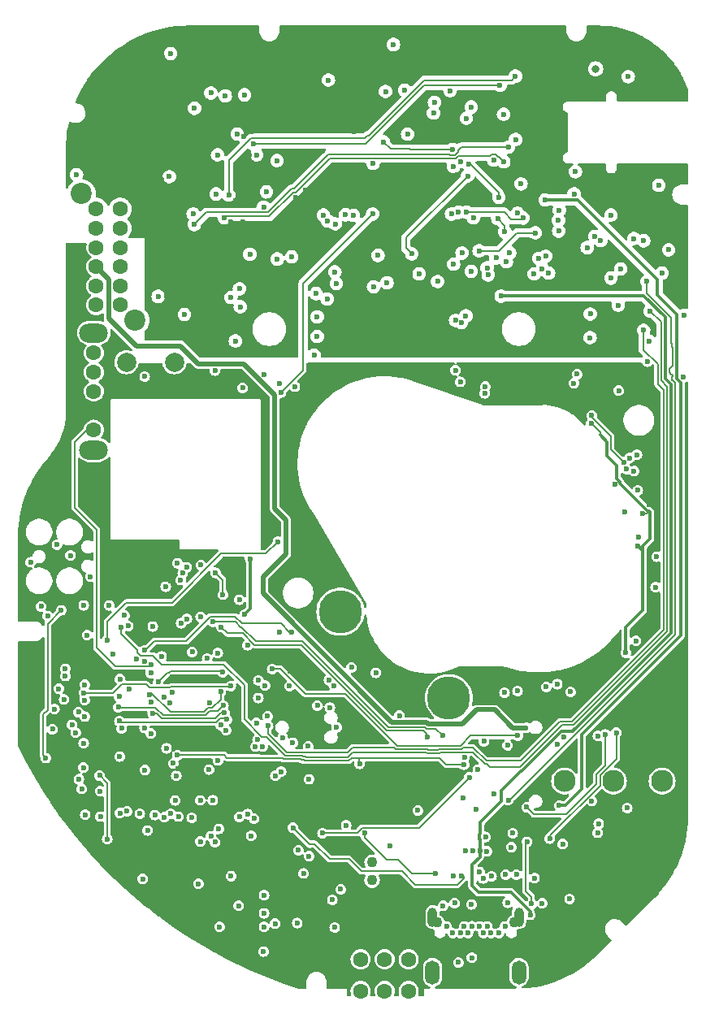
<source format=gbr>
G04 #@! TF.GenerationSoftware,KiCad,Pcbnew,8.0.8+dfsg-1*
G04 #@! TF.CreationDate,2025-03-16T16:58:15-04:00*
G04 #@! TF.ProjectId,RUST_Motherboard,52555354-5f4d-46f7-9468-6572626f6172,rev?*
G04 #@! TF.SameCoordinates,Original*
G04 #@! TF.FileFunction,Copper,L3,Inr*
G04 #@! TF.FilePolarity,Positive*
%FSLAX46Y46*%
G04 Gerber Fmt 4.6, Leading zero omitted, Abs format (unit mm)*
G04 Created by KiCad (PCBNEW 8.0.8+dfsg-1) date 2025-03-16 16:58:15*
%MOMM*%
%LPD*%
G01*
G04 APERTURE LIST*
G04 #@! TA.AperFunction,ComponentPad*
%ADD10C,2.300000*%
G04 #@! TD*
G04 #@! TA.AperFunction,ComponentPad*
%ADD11C,1.600000*%
G04 #@! TD*
G04 #@! TA.AperFunction,ComponentPad*
%ADD12C,0.600000*%
G04 #@! TD*
G04 #@! TA.AperFunction,ComponentPad*
%ADD13O,1.000000X2.000000*%
G04 #@! TD*
G04 #@! TA.AperFunction,ComponentPad*
%ADD14O,1.500000X2.500000*%
G04 #@! TD*
G04 #@! TA.AperFunction,ComponentPad*
%ADD15C,1.100000*%
G04 #@! TD*
G04 #@! TA.AperFunction,ComponentPad*
%ADD16C,2.000000*%
G04 #@! TD*
G04 #@! TA.AperFunction,ComponentPad*
%ADD17O,3.000000X2.000000*%
G04 #@! TD*
G04 #@! TA.AperFunction,ComponentPad*
%ADD18C,2.200000*%
G04 #@! TD*
G04 #@! TA.AperFunction,ComponentPad*
%ADD19C,4.500000*%
G04 #@! TD*
G04 #@! TA.AperFunction,ViaPad*
%ADD20C,0.600000*%
G04 #@! TD*
G04 #@! TA.AperFunction,ViaPad*
%ADD21C,0.800000*%
G04 #@! TD*
G04 #@! TA.AperFunction,Conductor*
%ADD22C,0.200000*%
G04 #@! TD*
G04 #@! TA.AperFunction,Conductor*
%ADD23C,0.180000*%
G04 #@! TD*
G04 #@! TA.AperFunction,Conductor*
%ADD24C,0.350000*%
G04 #@! TD*
G04 #@! TA.AperFunction,Conductor*
%ADD25C,0.500000*%
G04 #@! TD*
G04 APERTURE END LIST*
D10*
X178930000Y-133100000D03*
X173850000Y-133100000D03*
X168770000Y-133100000D03*
D11*
X147510000Y-154972500D03*
X150010000Y-154972500D03*
X152510000Y-154972500D03*
X147510000Y-151672500D03*
X150010000Y-151672500D03*
X152510000Y-151672500D03*
D12*
X162550000Y-148230000D03*
X161900000Y-148930000D03*
X161100000Y-148930000D03*
X160700000Y-148230000D03*
X160300000Y-148930000D03*
X159900000Y-148230000D03*
X159100000Y-148230000D03*
X158700000Y-148930000D03*
X158300000Y-148230000D03*
X157900000Y-148930000D03*
X157100000Y-148930000D03*
X156450000Y-148230000D03*
D13*
X155000000Y-147280000D03*
D14*
X155000000Y-153030000D03*
D15*
X155450000Y-147830000D03*
X163550000Y-147830000D03*
D13*
X164000000Y-147280000D03*
D14*
X164000000Y-153030000D03*
D16*
X128100000Y-89460000D03*
X123100000Y-89460000D03*
D15*
X148700000Y-141550000D03*
X148700000Y-143450000D03*
D17*
X119700000Y-98600000D03*
X119700000Y-86400000D03*
D11*
X119700000Y-96500000D03*
X119700000Y-92500000D03*
X119700000Y-90500000D03*
X119700000Y-88500000D03*
D18*
X118400000Y-71900000D03*
X124000000Y-85100000D03*
D11*
X119950000Y-73500000D03*
X119950000Y-75500000D03*
X119950000Y-77500000D03*
X119950000Y-79500000D03*
X119950000Y-81500000D03*
X119950000Y-83500000D03*
X122450000Y-73500000D03*
X122450000Y-75500000D03*
X122450000Y-77500000D03*
X122450000Y-79500000D03*
X122450000Y-81500000D03*
X122450000Y-83500000D03*
D19*
X156700000Y-124450000D03*
X145400000Y-115450000D03*
D20*
X118800000Y-136600000D03*
X116300000Y-115300000D03*
X114700000Y-130700000D03*
X181179011Y-84552065D03*
X160350000Y-128950000D03*
X117813864Y-128068089D03*
X126761642Y-120124531D03*
X160682080Y-79618887D03*
X165591939Y-80264500D03*
X140100000Y-123190500D03*
X127270000Y-129690000D03*
X146550612Y-121251713D03*
X144300000Y-125450000D03*
X169282949Y-145374500D03*
X138616501Y-132550022D03*
X166424001Y-145825000D03*
X124800000Y-143300000D03*
X139060000Y-117610000D03*
X135725500Y-118950000D03*
X157400000Y-90300000D03*
X157194989Y-69043714D03*
X163650000Y-66250000D03*
X127574936Y-70119523D03*
X140900000Y-147900000D03*
X158200000Y-134860000D03*
X134000000Y-143000000D03*
X158330000Y-130650000D03*
X142122279Y-132900000D03*
X122340250Y-124308774D03*
X158477511Y-84630652D03*
X118745693Y-124656497D03*
X127700003Y-57299997D03*
X130874260Y-110599502D03*
X159250000Y-74425000D03*
X133150000Y-113675000D03*
X128400002Y-110400001D03*
X159030111Y-79980111D03*
X126403025Y-82596975D03*
X118650000Y-114800000D03*
X173587195Y-80693617D03*
X129150000Y-84500000D03*
X119350000Y-111810000D03*
X166851029Y-123282469D03*
X118641966Y-129152356D03*
X144716820Y-123141028D03*
X117275000Y-109600000D03*
X124973324Y-120599000D03*
X162625000Y-142850000D03*
X136849500Y-122600500D03*
X157200000Y-143000000D03*
X156100000Y-146100000D03*
X137450010Y-148300000D03*
X127200000Y-112850000D03*
X159499020Y-136050000D03*
X128400000Y-110400000D03*
X181122243Y-91014065D03*
X129895340Y-136921118D03*
X129949500Y-119650000D03*
X125643008Y-121849880D03*
X179600000Y-77750000D03*
X132400000Y-111400500D03*
X137296779Y-129505989D03*
X159050000Y-145950000D03*
X171425000Y-86900000D03*
X159850000Y-77850000D03*
X165700000Y-75975000D03*
X171437642Y-84437376D03*
X144800000Y-148350000D03*
X145428351Y-144368734D03*
X163360000Y-138540000D03*
X118457058Y-133914514D03*
X113122343Y-110293032D03*
X146000000Y-137700000D03*
X162824399Y-129372918D03*
X114200000Y-114899996D03*
X124500000Y-136500000D03*
X123350500Y-123550000D03*
X158833958Y-132710879D03*
X115860000Y-108460000D03*
X143537863Y-138520999D03*
X125307886Y-138244710D03*
X127890000Y-123860000D03*
X162500000Y-123875000D03*
X114883338Y-115897623D03*
X147400000Y-131300000D03*
X118150000Y-132900000D03*
X128400000Y-130400000D03*
X158284154Y-131398099D03*
X129357430Y-110803789D03*
X115600000Y-125600000D03*
X155521196Y-81050500D03*
D21*
X172000000Y-58900500D03*
D20*
X158016468Y-132670500D03*
X168650000Y-130900500D03*
X129700000Y-114200000D03*
X144750000Y-144050000D03*
X167100000Y-80175989D03*
X128450000Y-115850000D03*
X177600500Y-104256581D03*
X174378862Y-120493677D03*
X118450000Y-116100000D03*
X177600000Y-87300000D03*
X150930000Y-56350000D03*
X127705378Y-112244622D03*
X144917713Y-118850011D03*
X134881641Y-81803134D03*
X178525000Y-111450000D03*
X142000000Y-152000000D03*
X161445041Y-129517929D03*
X135400000Y-61600000D03*
X152590000Y-122950000D03*
X141850000Y-125239500D03*
X178350500Y-108263411D03*
X128470084Y-131820051D03*
X133400000Y-61700000D03*
X115754055Y-109644213D03*
X140155200Y-121634800D03*
X127904763Y-122229298D03*
X178272695Y-115475989D03*
X131900000Y-61400000D03*
X138081782Y-133256773D03*
X139780000Y-120010000D03*
X130900000Y-147500000D03*
X138400000Y-150100000D03*
X118598468Y-130376300D03*
X164225000Y-70875000D03*
X137894061Y-140318967D03*
X128020000Y-127540000D03*
X144013452Y-82866548D03*
X137450010Y-146885986D03*
X165169554Y-147042081D03*
X162149044Y-82563288D03*
X159920751Y-140340978D03*
X163850000Y-73925000D03*
X157198812Y-79249130D03*
X145000000Y-127500000D03*
X136850000Y-124450000D03*
X127979037Y-131253812D03*
X168022838Y-129235339D03*
X164850012Y-139430015D03*
X159721655Y-131905457D03*
X151546582Y-126271498D03*
X124987893Y-127564330D03*
X165325000Y-145900000D03*
X126066488Y-136643599D03*
X119000000Y-117900000D03*
X122600989Y-127600000D03*
X117425999Y-127226919D03*
X132338159Y-90324500D03*
X135403513Y-115739500D03*
X133992878Y-82707122D03*
X136000000Y-109949500D03*
X132619368Y-119759332D03*
X148550000Y-70000000D03*
X129800000Y-78000000D03*
X127300000Y-64100000D03*
X129200000Y-60600000D03*
X152248765Y-70308265D03*
X126750000Y-70400000D03*
X127000000Y-67100002D03*
X119600000Y-67900000D03*
X125300000Y-67150000D03*
X139400000Y-64300000D03*
X149170000Y-80210000D03*
X125300000Y-68250000D03*
X157800000Y-88500000D03*
X179300000Y-59900000D03*
X123900000Y-63700000D03*
X122850000Y-64550000D03*
X129100000Y-62450000D03*
X119900000Y-68750000D03*
X156380000Y-63880000D03*
X129500000Y-72500000D03*
X153900000Y-73849989D03*
X127300000Y-71150000D03*
X141731444Y-71501444D03*
X119850000Y-66200000D03*
X125500000Y-71800000D03*
X123700000Y-62250000D03*
X132500000Y-64500000D03*
X125150000Y-66200000D03*
X123550000Y-60300000D03*
X123350000Y-70100000D03*
X122000000Y-64650000D03*
X124800000Y-64000000D03*
X146800000Y-65400000D03*
X126349997Y-66649997D03*
X127800000Y-65600000D03*
X125700000Y-65200000D03*
X135890599Y-67864015D03*
X127900000Y-71950000D03*
X124900000Y-57850000D03*
X126250000Y-69750000D03*
X128100000Y-64100000D03*
X141406185Y-78418322D03*
X122400000Y-70350000D03*
X119800000Y-67050000D03*
X129092582Y-59600011D03*
X129200000Y-61550000D03*
X132500000Y-65750000D03*
X135360000Y-65920000D03*
X125550000Y-69150000D03*
X129050000Y-58700000D03*
X127300000Y-64900000D03*
X136990000Y-78120000D03*
X123600000Y-61250000D03*
X128600000Y-65900000D03*
X133952047Y-74810500D03*
X126850000Y-57650000D03*
X128700000Y-67500000D03*
X143500000Y-67500000D03*
X125500000Y-64400000D03*
X124200000Y-70500000D03*
X150001485Y-74401485D03*
X121500000Y-70250000D03*
X128800000Y-63600000D03*
X125900000Y-66000000D03*
X129500000Y-67500000D03*
X156150000Y-76250000D03*
X136000000Y-69900000D03*
X136800000Y-61000000D03*
X128550000Y-72300000D03*
X126950000Y-73350000D03*
X121150000Y-65000000D03*
X120500000Y-65550000D03*
X134489882Y-72612770D03*
X120777856Y-69534553D03*
X135218913Y-74810500D03*
X128450000Y-57950000D03*
X140706018Y-72298907D03*
X124206000Y-58420000D03*
X149138556Y-71474500D03*
X136170000Y-65450000D03*
X127800000Y-67400000D03*
X124500000Y-65600000D03*
X134250000Y-64250000D03*
X129500000Y-65900000D03*
X123800000Y-65100000D03*
X124900000Y-71100000D03*
X127300000Y-82500000D03*
X125900000Y-57750000D03*
X173650000Y-58200000D03*
X126200000Y-72600000D03*
X132600000Y-67850498D03*
X137400000Y-73300000D03*
X169900000Y-69600000D03*
X135750000Y-136550002D03*
X160797263Y-80359486D03*
X168125000Y-74675999D03*
X136400000Y-137000000D03*
X137378476Y-150856308D03*
X132800000Y-148300000D03*
X134875000Y-136825000D03*
X174600000Y-79725000D03*
X124126110Y-120410332D03*
X161400500Y-134437862D03*
X128750000Y-112160989D03*
X175530199Y-99449500D03*
X176199992Y-118499992D03*
X178350500Y-109720100D03*
X175025000Y-105075000D03*
X140456670Y-137969779D03*
X158000000Y-143000000D03*
X138280000Y-121420000D03*
X163875500Y-128375512D03*
X133582115Y-126682259D03*
X122360000Y-126840000D03*
X125840000Y-126059500D03*
X133316512Y-125981396D03*
X176425000Y-108575000D03*
X176880378Y-105244622D03*
X175148391Y-119724147D03*
X171531031Y-95850551D03*
X174010435Y-102197674D03*
X176475000Y-107650000D03*
X177000500Y-76800000D03*
X176400000Y-102800000D03*
X121300000Y-114800000D03*
X117900000Y-69900000D03*
X139212897Y-92612967D03*
X138889500Y-108150000D03*
X142122279Y-140930649D03*
X160520999Y-138924500D03*
X121100000Y-118400000D03*
X148760000Y-74010000D03*
X126416867Y-122778798D03*
X150600000Y-139850000D03*
X133120000Y-121750000D03*
X132127751Y-116499500D03*
X156030000Y-128330000D03*
X131512068Y-120334751D03*
X149095378Y-121814622D03*
X178249500Y-112900000D03*
X168150000Y-75789500D03*
X118769375Y-126385500D03*
X172210082Y-138488090D03*
X127050000Y-136850000D03*
X162836444Y-145780989D03*
X144562098Y-145467734D03*
X178925000Y-80175000D03*
X128525000Y-136800000D03*
X171592212Y-135184899D03*
X163750000Y-142850000D03*
X174350000Y-83525000D03*
X128300000Y-132550000D03*
X125674711Y-124876525D03*
X177400000Y-89400000D03*
X165625806Y-143223694D03*
X172225000Y-128400000D03*
X136653901Y-127049500D03*
X175288211Y-135894238D03*
X147900000Y-138520999D03*
X155300000Y-142750500D03*
X125850000Y-117000000D03*
X125672241Y-120957022D03*
X168569806Y-139669806D03*
X123150500Y-136238774D03*
X128800000Y-116650000D03*
X162400000Y-63625000D03*
X122425291Y-136428050D03*
X137450010Y-144999979D03*
X120361717Y-134146580D03*
X158422103Y-140349247D03*
X163200000Y-140000000D03*
X130200000Y-63000000D03*
X129399602Y-116200298D03*
X121099243Y-139157793D03*
X120300000Y-132525000D03*
X130831066Y-115991822D03*
X141023279Y-140300000D03*
X131700000Y-131900000D03*
X142980000Y-84720000D03*
X136545458Y-129505989D03*
X134870000Y-114210000D03*
X133487973Y-127800004D03*
X144825500Y-80045512D03*
X132938473Y-127262533D03*
X144980000Y-81240000D03*
X131800000Y-124930000D03*
X163860000Y-123710000D03*
X144210549Y-122588360D03*
X154440000Y-128550000D03*
X132980000Y-117049000D03*
X140280000Y-117580000D03*
X124982444Y-119472261D03*
X137413676Y-90749432D03*
X116718845Y-122152957D03*
X116725500Y-121382500D03*
X135197098Y-92127402D03*
X159023533Y-62870000D03*
X162900000Y-135075000D03*
X177350000Y-81050000D03*
X167215339Y-139097630D03*
X174150000Y-128050000D03*
X171919045Y-76344317D03*
X173000000Y-128247863D03*
X172530000Y-76780000D03*
X164825663Y-135831139D03*
X169375000Y-123799500D03*
X171105271Y-77515469D03*
X160260719Y-143242631D03*
X159903252Y-142576141D03*
X161158188Y-143023512D03*
X160666444Y-140416444D03*
X137850000Y-127325000D03*
X177000000Y-86125000D03*
X172312635Y-137550095D03*
X127716214Y-136506618D03*
X116061170Y-123492234D03*
X175200000Y-100600000D03*
X128175000Y-135125000D03*
X176000000Y-76575000D03*
X177683236Y-84116764D03*
X122561920Y-117115329D03*
X174915728Y-99878662D03*
X171600000Y-95000000D03*
X178575000Y-71025000D03*
X176300000Y-99100000D03*
X176000000Y-100800000D03*
X168689210Y-128519318D03*
X137799440Y-126340560D03*
X130800000Y-135099502D03*
X174400000Y-92400000D03*
X157900000Y-91500000D03*
X170075000Y-90700000D03*
X160440000Y-92690000D03*
X158075000Y-78075000D03*
X169725000Y-91650000D03*
X160500000Y-92000000D03*
X158010516Y-85310516D03*
X157400000Y-85100000D03*
X168000000Y-123000000D03*
X164725000Y-127550000D03*
X139223613Y-132110512D03*
X132650498Y-130949500D03*
X166425000Y-79725000D03*
X118100000Y-125925000D03*
X140646555Y-92006555D03*
X136749255Y-128784727D03*
X134449502Y-87250385D03*
X118751574Y-123051574D03*
X125000000Y-90950500D03*
X157090619Y-67312351D03*
X168200000Y-135650000D03*
X161375000Y-68375000D03*
X135960500Y-78200000D03*
X149900000Y-66500000D03*
X148800000Y-68750500D03*
X166725000Y-72550000D03*
X157957845Y-68546003D03*
X157300000Y-145799499D03*
X122435500Y-122480632D03*
X134967878Y-83682122D03*
X125630775Y-128149225D03*
X122400000Y-130549500D03*
X118624056Y-131703277D03*
X123287462Y-116925236D03*
X127040000Y-124370000D03*
X122900000Y-115850000D03*
X133210000Y-125239500D03*
X122260000Y-125409500D03*
X139025261Y-91682978D03*
X125017385Y-131952356D03*
X155200000Y-62369500D03*
X175400000Y-59700000D03*
X133760000Y-72050000D03*
X163640000Y-59650000D03*
X162032208Y-60609500D03*
X136303556Y-66679500D03*
X130170000Y-75110000D03*
X162900000Y-67050000D03*
X162430000Y-68580000D03*
X133323518Y-74402204D03*
X130050000Y-74010000D03*
X168210000Y-73620000D03*
X169747963Y-71924500D03*
X132450000Y-71930000D03*
X158761782Y-68838218D03*
X161900000Y-72275000D03*
X158550000Y-73825000D03*
X164420000Y-74430000D03*
X138825000Y-78700000D03*
X140325000Y-78475000D03*
X143641906Y-74121866D03*
X144080000Y-74730000D03*
X144849499Y-75050501D03*
X145940000Y-74090000D03*
X146760000Y-74150000D03*
X120400000Y-136800000D03*
X132739257Y-138075000D03*
X136100000Y-138799988D03*
X132100000Y-135100016D03*
X121710331Y-119894149D03*
X127646689Y-124958776D03*
X153600000Y-80250000D03*
X142660000Y-88720000D03*
X150250000Y-81175000D03*
X148850000Y-81597112D03*
X142980000Y-86780000D03*
X166798580Y-78412573D03*
X162699993Y-78969764D03*
X166079278Y-78623191D03*
X156980000Y-74010000D03*
X152400000Y-65700000D03*
X155100000Y-63500000D03*
X157708958Y-73835717D03*
X163040005Y-78056896D03*
X161616598Y-78593479D03*
X116600000Y-124600000D03*
X128967063Y-111443607D03*
X115400000Y-127700000D03*
X134800000Y-146100000D03*
X159100000Y-151500000D03*
X138600000Y-147950000D03*
X157700000Y-152000000D03*
X161800000Y-74500000D03*
X162525000Y-75875000D03*
X137700000Y-71700000D03*
X134649637Y-65680966D03*
X144156444Y-60056444D03*
X158519404Y-64037626D03*
X156830000Y-61170500D03*
X150100000Y-61250000D03*
X152834584Y-78171409D03*
X158650000Y-70050000D03*
X130809699Y-139411025D03*
X139381045Y-128555860D03*
X132934885Y-123795114D03*
X125538514Y-124139500D03*
X118669370Y-123910890D03*
X133980000Y-123190500D03*
X153480000Y-136170000D03*
X159171514Y-140360932D03*
X140440000Y-129100000D03*
X131913682Y-138840539D03*
X143000000Y-125239500D03*
X132331350Y-139463479D03*
X142042969Y-129460500D03*
X130600000Y-143800000D03*
X141572779Y-142725149D03*
X152100000Y-61100000D03*
X138800000Y-68450500D03*
X142850000Y-82300000D03*
X136670000Y-67850498D03*
X137540000Y-123150000D03*
X149325000Y-78325000D03*
X173600000Y-74125000D03*
D22*
X114900000Y-116700000D02*
X114900000Y-125671755D01*
X114400001Y-130400001D02*
X114700000Y-130700000D01*
X114400001Y-126171754D02*
X114400001Y-130400001D01*
X114900000Y-125671755D02*
X114400001Y-126171754D01*
X116300000Y-115300000D02*
X114900000Y-116700000D01*
X132400000Y-111400500D02*
X133150000Y-112150500D01*
X133150000Y-112150500D02*
X133150000Y-113675000D01*
D23*
X163800000Y-75975000D02*
X165700000Y-75975000D01*
X159850000Y-77850000D02*
X161925000Y-77850000D01*
X161925000Y-77850000D02*
X163800000Y-75975000D01*
D22*
X147672389Y-137971499D02*
X147350500Y-138293388D01*
X158833958Y-132710879D02*
X153573338Y-137971499D01*
X153573338Y-137971499D02*
X147672389Y-137971499D01*
X147142889Y-138520999D02*
X143537863Y-138520999D01*
X147350500Y-138313388D02*
X147142889Y-138520999D01*
X147350500Y-138293388D02*
X147350500Y-138313388D01*
X133300018Y-130400000D02*
X133578162Y-130678144D01*
X147321856Y-130678144D02*
X147321856Y-131221856D01*
X146285404Y-130939022D02*
X146546281Y-130678144D01*
X141664598Y-130939022D02*
X146285404Y-130939022D01*
X133578162Y-130678144D02*
X137004779Y-130678144D01*
X147321856Y-131221856D02*
X147400000Y-131300000D01*
X139427197Y-130726622D02*
X139514598Y-130814022D01*
X156447712Y-131398099D02*
X158284154Y-131398099D01*
X139514598Y-130814022D02*
X141289597Y-130814022D01*
X141464598Y-130889022D02*
X141489598Y-130914022D01*
X137004779Y-130678144D02*
X137011364Y-130684729D01*
X141289597Y-130814022D02*
X141364598Y-130889022D01*
X137011364Y-130684729D02*
X137013665Y-130684729D01*
X141639598Y-130914022D02*
X141664598Y-130939022D01*
X147321856Y-130678144D02*
X155727757Y-130678144D01*
X137013665Y-130684729D02*
X137055558Y-130726622D01*
X141489598Y-130914022D02*
X141639598Y-130914022D01*
X137055558Y-130726622D02*
X139427197Y-130726622D01*
X155727757Y-130678144D02*
X156447712Y-131398099D01*
X128400000Y-130400000D02*
X133300018Y-130400000D01*
X146546281Y-130678144D02*
X147321856Y-130678144D01*
X141364598Y-130889022D02*
X141464598Y-130889022D01*
D24*
X165169554Y-147042081D02*
X165169554Y-146669554D01*
X159920751Y-141004249D02*
X159920751Y-140340978D01*
X169816469Y-127639022D02*
X169580491Y-127875000D01*
X168450350Y-127875000D02*
X164253241Y-132072109D01*
X179828523Y-91804220D02*
X179828523Y-117651969D01*
X163175000Y-144675000D02*
X159825000Y-144675000D01*
X164253241Y-132072109D02*
X164177891Y-132072109D01*
X177012939Y-82563288D02*
X179225978Y-84776327D01*
X169580491Y-127875000D02*
X168450350Y-127875000D01*
X159896499Y-139183177D02*
X159920751Y-139207429D01*
X159150000Y-141775000D02*
X159920751Y-141004249D01*
X169841470Y-127639022D02*
X169816469Y-127639022D01*
X162150000Y-135225000D02*
X159991992Y-137383008D01*
X162150000Y-134100000D02*
X162150000Y-135225000D01*
X159150000Y-144000000D02*
X159150000Y-141775000D01*
X159825000Y-144675000D02*
X159150000Y-144000000D01*
X162149044Y-82563288D02*
X177012939Y-82563288D01*
X179225978Y-84776327D02*
X179225978Y-91201675D01*
X179225978Y-91201675D02*
X179828523Y-91804220D01*
X179828523Y-117651969D02*
X169841470Y-127639022D01*
X165169554Y-146669554D02*
X163175000Y-144675000D01*
X164177891Y-132072109D02*
X162150000Y-134100000D01*
X159920751Y-139207429D02*
X159920751Y-140340978D01*
X159991992Y-137383008D02*
X159991992Y-138546330D01*
X159991992Y-138546330D02*
X159896499Y-138641823D01*
X159896499Y-138641823D02*
X159896499Y-139183177D01*
D22*
X165325000Y-145200000D02*
X165325000Y-145900000D01*
X164700499Y-139579528D02*
X164700499Y-144575499D01*
X164850012Y-139430015D02*
X164700499Y-139579528D01*
X164700499Y-144575499D02*
X165325000Y-145200000D01*
D24*
X136000000Y-109949500D02*
X136000000Y-115143013D01*
X136000000Y-115143013D02*
X135403513Y-115739500D01*
D22*
X134041547Y-74900000D02*
X133952047Y-74810500D01*
X134300000Y-74900000D02*
X134041547Y-74900000D01*
X142726027Y-139649989D02*
X142270795Y-139649989D01*
X147600000Y-142500000D02*
X146300000Y-141200000D01*
X151792820Y-142500000D02*
X147600000Y-142500000D01*
X142203837Y-139716946D02*
X140456670Y-137969779D01*
X142270795Y-139649989D02*
X142203837Y-139716946D01*
X157573432Y-143903691D02*
X153196511Y-143903691D01*
X158250000Y-143227123D02*
X157573432Y-143903691D01*
X146300000Y-141200000D02*
X144276038Y-141200000D01*
X144276038Y-141200000D02*
X142726027Y-139649989D01*
X153196511Y-143903691D02*
X151792820Y-142500000D01*
X158250000Y-143000000D02*
X158250000Y-143227123D01*
X158919456Y-128375512D02*
X157895467Y-129399501D01*
X141730000Y-124000000D02*
X139150000Y-121420000D01*
X151304533Y-129399501D02*
X145905032Y-124000000D01*
X145905032Y-124000000D02*
X141730000Y-124000000D01*
X139150000Y-121420000D02*
X138280000Y-121420000D01*
X163875500Y-128375512D02*
X158919456Y-128375512D01*
X157895467Y-129399501D02*
X151304533Y-129399501D01*
X122468509Y-126948509D02*
X122360000Y-126840000D01*
X133430752Y-126530896D02*
X132892999Y-126530896D01*
X132892999Y-126530896D02*
X132475386Y-126948509D01*
X132475386Y-126948509D02*
X122468509Y-126948509D01*
X133582115Y-126682259D02*
X133430752Y-126530896D01*
X131478312Y-126569501D02*
X132360125Y-126569501D01*
X132360125Y-126569501D02*
X132948230Y-125981396D01*
X126768876Y-126599002D02*
X131448811Y-126599002D01*
X125840000Y-126059500D02*
X126229374Y-126059500D01*
X131448811Y-126599002D02*
X131478312Y-126569501D01*
X132948230Y-125981396D02*
X133316512Y-125981396D01*
X126229374Y-126059500D02*
X126768876Y-126599002D01*
D24*
X177675000Y-105050000D02*
X177675000Y-107875000D01*
X176925000Y-115325000D02*
X175148391Y-117101609D01*
X177575000Y-104950000D02*
X177675000Y-105050000D01*
X174200000Y-100200000D02*
X173175000Y-99175000D01*
X175148391Y-117101609D02*
X175148391Y-119724147D01*
X177575000Y-104950000D02*
X177410740Y-104950000D01*
D22*
X177280378Y-105244622D02*
X176880378Y-105244622D01*
D24*
X177675000Y-107875000D02*
X176925000Y-108625000D01*
X176925000Y-108625000D02*
X176925000Y-115325000D01*
D22*
X172479802Y-97049302D02*
X172479802Y-96799322D01*
D24*
X176925000Y-109075000D02*
X176425000Y-108575000D01*
D22*
X177575000Y-104950000D02*
X177280378Y-105244622D01*
D24*
X174200000Y-101575000D02*
X174200000Y-100200000D01*
X177410740Y-104950000D02*
X174550000Y-102089260D01*
X173175000Y-97744500D02*
X172479802Y-97049302D01*
D22*
X174550000Y-101925000D02*
X174283109Y-101925000D01*
X172479802Y-96799322D02*
X171531031Y-95850551D01*
X174283109Y-101925000D02*
X174010435Y-102197674D01*
D24*
X174550000Y-101925000D02*
X174200000Y-101575000D01*
X174550000Y-102089260D02*
X174550000Y-101925000D01*
X173175000Y-99175000D02*
X173175000Y-97744500D01*
D22*
X127877607Y-114500480D02*
X132978087Y-109400000D01*
X127521077Y-121835873D02*
X127359792Y-121835873D01*
X127677152Y-121679798D02*
X127521077Y-121835873D01*
X123080971Y-114500480D02*
X127877607Y-114500480D01*
X133049798Y-121679798D02*
X127677152Y-121679798D01*
X137639500Y-109400000D02*
X138889500Y-108150000D01*
X121100000Y-118400000D02*
X121100000Y-116481451D01*
X141510999Y-90314865D02*
X141510999Y-81259001D01*
X139212897Y-92612967D02*
X141510999Y-90314865D01*
X133120000Y-121750000D02*
X133049798Y-121679798D01*
X141510999Y-81259001D02*
X148760000Y-74010000D01*
X121100000Y-116481451D02*
X123080971Y-114500480D01*
X132978087Y-109400000D02*
X137639500Y-109400000D01*
X127359792Y-121835873D02*
X126416867Y-122778798D01*
X155330000Y-127630000D02*
X154344270Y-127630000D01*
X141443096Y-118549511D02*
X136599511Y-118549511D01*
X135005231Y-117039501D02*
X134465230Y-116499500D01*
X150364084Y-127470499D02*
X141443096Y-118549511D01*
X134465230Y-116499500D02*
X132127751Y-116499500D01*
X154184769Y-127470499D02*
X150364084Y-127470499D01*
X136599511Y-118549511D02*
X135089501Y-117039501D01*
X156030000Y-128330000D02*
X155330000Y-127630000D01*
X154344270Y-127630000D02*
X154184769Y-127470499D01*
X135089501Y-117039501D02*
X135005231Y-117039501D01*
X155300000Y-142750500D02*
X152850500Y-142750500D01*
X150200000Y-141300000D02*
X147900000Y-139000000D01*
X151400000Y-141300000D02*
X150200000Y-141300000D01*
X152850500Y-142750500D02*
X151400000Y-141300000D01*
X147900000Y-139000000D02*
X147900000Y-138520999D01*
X120100000Y-96500000D02*
X118968630Y-96500000D01*
X118968630Y-96500000D02*
X117700000Y-97768630D01*
X120000000Y-106900000D02*
X120000000Y-119200000D01*
X120000000Y-119200000D02*
X121948500Y-121148500D01*
X121948500Y-121148500D02*
X125480763Y-121148500D01*
X125480763Y-121148500D02*
X125672241Y-120957022D01*
X117700000Y-97768630D02*
X117700000Y-104600000D01*
X117700000Y-104600000D02*
X120000000Y-106900000D01*
X121099243Y-133324243D02*
X120300000Y-132525000D01*
X121099243Y-139157793D02*
X121099243Y-133324243D01*
X141298314Y-118899012D02*
X136454742Y-118899012D01*
X136454742Y-118899012D02*
X135265730Y-117710000D01*
X135265730Y-117710000D02*
X133641000Y-117710000D01*
X154390000Y-128170000D02*
X154040000Y-127820000D01*
X154040000Y-127820000D02*
X150219302Y-127820000D01*
X133641000Y-117710000D02*
X132980000Y-117049000D01*
X154440000Y-128550000D02*
X154390000Y-128500000D01*
X150219302Y-127820000D02*
X141298314Y-118899012D01*
X154390000Y-128500000D02*
X154390000Y-128170000D01*
X131590000Y-116190000D02*
X131590000Y-116260000D01*
X125050000Y-119490000D02*
X125000183Y-119490000D01*
X139210000Y-116690000D02*
X135150000Y-116690000D01*
X135150000Y-116690000D02*
X134410000Y-115950000D01*
X140100000Y-117580000D02*
X139210000Y-116690000D01*
X140280000Y-117580000D02*
X140100000Y-117580000D01*
X126040000Y-118500000D02*
X125050000Y-119490000D01*
X125000183Y-119490000D02*
X124982444Y-119472261D01*
X131590000Y-116260000D02*
X129350000Y-118500000D01*
X134410000Y-115950000D02*
X131830000Y-115950000D01*
X129350000Y-118500000D02*
X126040000Y-118500000D01*
X131830000Y-115950000D02*
X131590000Y-116190000D01*
X180000489Y-90949161D02*
X179975489Y-90974161D01*
X163005839Y-135075000D02*
X162900000Y-135075000D01*
X180000489Y-87900839D02*
X180000489Y-89799161D01*
X179925489Y-87494967D02*
X179925489Y-87825838D01*
X179925490Y-87474160D02*
X179925489Y-87494967D01*
X179900489Y-87425838D02*
X179937151Y-87462500D01*
X177350000Y-81050000D02*
X177350000Y-82299999D01*
X179975489Y-91124877D02*
X179975492Y-91124880D01*
X180000489Y-89799161D02*
X179650489Y-90149161D01*
X179650489Y-90149161D02*
X179650489Y-90500839D01*
X179975495Y-91124889D02*
X179975492Y-91325842D01*
X179900489Y-84850490D02*
X179900489Y-87425838D01*
X179975492Y-91124886D02*
X179975495Y-91124889D01*
X180000489Y-91350840D02*
X180000489Y-91350843D01*
X179975492Y-91124880D02*
X179975492Y-91124886D01*
X180000493Y-91350848D02*
X180000493Y-91375828D01*
X180253031Y-91628366D02*
X180253031Y-117827808D01*
X180000489Y-91350843D02*
X180000493Y-91350848D01*
X177350000Y-82299999D02*
X179900489Y-84850490D01*
X180000493Y-91375828D02*
X180253031Y-91628366D01*
X179937151Y-87462500D02*
X179925490Y-87474160D01*
X180253031Y-117827808D02*
X163005839Y-135075000D01*
X179975489Y-90974161D02*
X179975489Y-91124877D01*
X179975492Y-91325842D02*
X180000489Y-91350840D01*
X179925489Y-87825838D02*
X180000489Y-87900839D01*
X180000489Y-90749511D02*
X180000489Y-90949161D01*
X179899161Y-90749511D02*
X180000489Y-90749511D01*
X179650489Y-90500839D02*
X179899161Y-90749511D01*
X174150000Y-130820791D02*
X172450489Y-132520302D01*
X174150000Y-128050000D02*
X174150000Y-130820791D01*
X172450489Y-133549495D02*
X167215339Y-138784645D01*
X167215339Y-138784645D02*
X167215339Y-139097630D01*
X172450489Y-132520302D02*
X172450489Y-133549495D01*
X172100978Y-132375529D02*
X172980778Y-131495730D01*
X165544523Y-136549999D02*
X168950001Y-136549999D01*
X168950001Y-136549999D02*
X172100978Y-133399022D01*
X172980778Y-131495730D02*
X172980778Y-128267085D01*
X172980778Y-128267085D02*
X173000000Y-128247863D01*
X172100978Y-133399022D02*
X172100978Y-132375529D01*
X164825663Y-135831139D02*
X165544523Y-136549999D01*
D23*
X168275000Y-126875000D02*
X164175000Y-130975000D01*
X179064501Y-117335499D02*
X169525000Y-126875000D01*
X169525000Y-126875000D02*
X168275000Y-126875000D01*
X154467494Y-129739002D02*
X151163906Y-129739002D01*
X151013907Y-129589002D02*
X146660998Y-129589002D01*
X146125000Y-130125000D02*
X139800000Y-130125000D01*
X178461956Y-89656853D02*
X178461956Y-91743141D01*
X154566992Y-129838501D02*
X154467494Y-129739002D01*
X160600000Y-130975000D02*
X159214002Y-129589002D01*
X177000000Y-86125000D02*
X177000000Y-88194897D01*
X178461956Y-91743141D02*
X179064501Y-92345686D01*
X164175000Y-130975000D02*
X160600000Y-130975000D01*
X158036092Y-129739002D02*
X155692505Y-129739002D01*
X159214002Y-129589002D02*
X158186093Y-129589002D01*
X137850000Y-128175000D02*
X137850000Y-127325000D01*
X179064501Y-92345686D02*
X179064501Y-117335499D01*
X158186093Y-129589002D02*
X158036092Y-129739002D01*
X146660998Y-129589002D02*
X146125000Y-130125000D01*
X155692505Y-129739002D02*
X155593003Y-129838503D01*
X155593003Y-129838503D02*
X154566992Y-129838501D01*
X139800000Y-130125000D02*
X137850000Y-128175000D01*
X151163906Y-129739002D02*
X151013907Y-129589002D01*
X177000000Y-88194897D02*
X178461956Y-89656853D01*
D22*
X154426364Y-130178001D02*
X154326867Y-130078503D01*
X146140631Y-130589511D02*
X141809370Y-130589511D01*
X154326867Y-130078503D02*
X146651639Y-130078503D01*
X124542389Y-120049500D02*
X124220500Y-119727611D01*
X141434370Y-130464511D02*
X139659370Y-130464511D01*
X124220500Y-119444770D02*
X122561920Y-117786190D01*
X135400000Y-123108653D02*
X133241827Y-120950480D01*
X137669858Y-128475000D02*
X137216641Y-128475000D01*
X141809370Y-130589511D02*
X141784370Y-130564511D01*
X160659370Y-131314511D02*
X160459370Y-131314511D01*
X169665631Y-127214511D02*
X168510489Y-127214511D01*
X125025350Y-120021761D02*
X124997611Y-120049500D01*
X177683236Y-84116764D02*
X178801467Y-85234995D01*
X159223362Y-130078503D02*
X155833130Y-130078503D01*
X124220500Y-119727611D02*
X124220500Y-119444770D01*
X125881761Y-120021761D02*
X125025350Y-120021761D01*
X178801467Y-91377515D02*
X179404012Y-91980060D01*
X160992457Y-131647598D02*
X160659370Y-131314511D01*
X141634370Y-130564511D02*
X141609370Y-130539511D01*
X160459370Y-131314511D02*
X159223362Y-130078503D01*
X179404012Y-91980060D02*
X179404012Y-117476130D01*
X124997611Y-120049500D02*
X124542389Y-120049500D01*
X168510489Y-127214511D02*
X164077402Y-131647598D01*
X146651639Y-130078503D02*
X146140631Y-130589511D01*
X141609370Y-130539511D02*
X141509370Y-130539511D01*
X137216641Y-128475000D02*
X135400000Y-126658359D01*
X178801467Y-85234995D02*
X178801467Y-91377515D01*
X164077402Y-131647598D02*
X160992457Y-131647598D01*
X126810480Y-120950480D02*
X125881761Y-120021761D01*
X135400000Y-126658359D02*
X135400000Y-123108653D01*
X141509370Y-130539511D02*
X141434370Y-130464511D01*
X133241827Y-120950480D02*
X126810480Y-120950480D01*
X179404012Y-117476130D02*
X169665631Y-127214511D01*
X155733627Y-130178005D02*
X154426364Y-130178001D01*
X122561920Y-117786190D02*
X122561920Y-117115329D01*
X139659370Y-130464511D02*
X137669858Y-128475000D01*
X141784370Y-130564511D02*
X141634370Y-130564511D01*
X155833130Y-130078503D02*
X155733627Y-130178005D01*
D23*
X173590000Y-97146550D02*
X171600000Y-95156550D01*
X174915728Y-99878662D02*
X173590000Y-98552934D01*
X171600000Y-95156550D02*
X171600000Y-95000000D01*
X173590000Y-98552934D02*
X173590000Y-97146550D01*
D25*
X137325000Y-113525000D02*
X150770998Y-126970998D01*
X119950000Y-79500000D02*
X121250489Y-80800489D01*
X154391670Y-126970998D02*
X154550671Y-127130000D01*
X163382726Y-127550000D02*
X164725000Y-127550000D01*
X130550000Y-89625000D02*
X135300000Y-89625000D01*
X135300000Y-89625000D02*
X138575000Y-92900000D01*
X121250489Y-80800489D02*
X121250489Y-84925489D01*
X124150000Y-87825000D02*
X128750000Y-87825000D01*
X150770998Y-126970998D02*
X154391670Y-126970998D01*
X159592982Y-125666775D02*
X161499501Y-125666775D01*
X139750000Y-105925000D02*
X139750000Y-109425000D01*
X161499501Y-125666775D02*
X163382726Y-127550000D01*
X139750000Y-109425000D02*
X137325000Y-111850000D01*
X154550671Y-127130000D02*
X158129757Y-127130000D01*
X128750000Y-87825000D02*
X130550000Y-89625000D01*
X158129757Y-127130000D02*
X159592982Y-125666775D01*
X138575000Y-104750000D02*
X139750000Y-105925000D01*
X138575000Y-92900000D02*
X138575000Y-104750000D01*
X121250489Y-84925489D02*
X124150000Y-87825000D01*
X137325000Y-111850000D02*
X137325000Y-113525000D01*
D24*
X180850000Y-91625000D02*
X180850000Y-117950000D01*
D22*
X149900000Y-66500000D02*
X150650489Y-67250489D01*
D24*
X178400000Y-82450000D02*
X180425000Y-84475000D01*
X180425000Y-91200000D02*
X180850000Y-91625000D01*
X180850000Y-117950000D02*
X170575000Y-128225000D01*
D22*
X152650489Y-67250489D02*
X152670489Y-67270489D01*
D24*
X178400000Y-80850000D02*
X178400000Y-82450000D01*
X168825000Y-135650000D02*
X168200000Y-135650000D01*
X170575000Y-133900000D02*
X168825000Y-135650000D01*
X180425000Y-84475000D02*
X180425000Y-91200000D01*
D22*
X150650489Y-67250489D02*
X152650489Y-67250489D01*
D24*
X170100000Y-72550000D02*
X178400000Y-80850000D01*
X170575000Y-128225000D02*
X170575000Y-133900000D01*
D22*
X157048757Y-67270489D02*
X157090619Y-67312351D01*
D24*
X166725000Y-72550000D02*
X170100000Y-72550000D01*
D22*
X152670489Y-67270489D02*
X157048757Y-67270489D01*
D23*
X131327736Y-126259501D02*
X126909501Y-126259501D01*
X133210000Y-125239500D02*
X132630499Y-125819001D01*
X131768237Y-125819001D02*
X131327736Y-126259501D01*
X132630499Y-125819001D02*
X131768237Y-125819001D01*
X126909501Y-126259501D02*
X126107000Y-125457000D01*
X122307500Y-125457000D02*
X122260000Y-125409500D01*
X126107000Y-125457000D02*
X122307500Y-125457000D01*
D22*
X163230000Y-60060000D02*
X163640000Y-59650000D01*
X148380000Y-65870000D02*
X154120000Y-60130000D01*
X133760000Y-72050000D02*
X133760000Y-68420000D01*
X154190000Y-60060000D02*
X163230000Y-60060000D01*
X154120000Y-60130000D02*
X154190000Y-60060000D01*
X136050000Y-66130000D02*
X147970000Y-66130000D01*
X148230000Y-65870000D02*
X148380000Y-65870000D01*
X147970000Y-66130000D02*
X148230000Y-65870000D01*
X133760000Y-68420000D02*
X136050000Y-66130000D01*
X148034783Y-66679500D02*
X148494772Y-66219511D01*
X148524772Y-66219511D02*
X154134783Y-60609500D01*
X136303556Y-66679500D02*
X148034783Y-66679500D01*
X148494772Y-66219511D02*
X148524772Y-66219511D01*
X154134783Y-60609500D02*
X162032208Y-60609500D01*
X140558714Y-71399906D02*
X144169667Y-67788953D01*
X137880840Y-73852703D02*
X140333639Y-71399906D01*
X157318230Y-67861851D02*
X157640119Y-67539962D01*
X156790110Y-67788953D02*
X156863008Y-67861851D01*
X140333639Y-71399906D02*
X140558714Y-71399906D01*
X144169667Y-67788953D02*
X156790110Y-67788953D01*
X157640119Y-67394166D02*
X157984285Y-67050000D01*
X156863008Y-67861851D02*
X157318230Y-67861851D01*
X131427297Y-73852703D02*
X137880840Y-73852703D01*
X157640119Y-67539962D02*
X157640119Y-67394166D01*
X157984285Y-67050000D02*
X162900000Y-67050000D01*
X130170000Y-75110000D02*
X131427297Y-73852703D01*
X156693239Y-68186352D02*
X144266538Y-68186352D01*
X133464723Y-74260999D02*
X133323518Y-74402204D01*
X144266538Y-68186352D02*
X140703482Y-71749407D01*
X161602612Y-67825499D02*
X161147388Y-67825499D01*
X161147388Y-67825499D02*
X160976385Y-67996502D01*
X137966813Y-74260999D02*
X133464723Y-74260999D01*
X140703482Y-71749407D02*
X140478407Y-71749407D01*
X161910000Y-68060000D02*
X161837113Y-68060000D01*
X160976385Y-67996502D02*
X157677849Y-67996502D01*
X161837113Y-68060000D02*
X161602612Y-67825499D01*
X140478407Y-71749407D02*
X137966813Y-74260999D01*
X156718239Y-68211352D02*
X156693239Y-68186352D01*
X157677849Y-67996502D02*
X157462998Y-68211352D01*
X157462998Y-68211352D02*
X156718239Y-68211352D01*
X162430000Y-68580000D02*
X161910000Y-68060000D01*
X158761782Y-68838218D02*
X158938218Y-68838218D01*
X158938218Y-68838218D02*
X161900000Y-71800000D01*
X161900000Y-71800000D02*
X161900000Y-72275000D01*
X164300001Y-74549999D02*
X163199999Y-74549999D01*
X163199999Y-74549999D02*
X162475000Y-73825000D01*
X164420000Y-74430000D02*
X164300001Y-74549999D01*
X162475000Y-73825000D02*
X158550000Y-73825000D01*
D23*
X162525000Y-75225000D02*
X161800000Y-74500000D01*
X162525000Y-75875000D02*
X162525000Y-75225000D01*
X158650000Y-70050000D02*
X152225000Y-76475000D01*
X152225000Y-77561825D02*
X152834584Y-78171409D01*
X152225000Y-77550000D02*
X152225000Y-77561825D01*
X152225000Y-76475000D02*
X152225000Y-77550000D01*
D22*
X127686147Y-125920000D02*
X131187111Y-125920000D01*
X131187111Y-125920000D02*
X131627611Y-125479500D01*
X131627611Y-125479500D02*
X132027611Y-125479500D01*
X125464494Y-123900000D02*
X125666147Y-123900000D01*
X125666147Y-123900000D02*
X127686147Y-125920000D01*
X132027611Y-125479500D02*
X132934885Y-124572226D01*
X132934885Y-124572226D02*
X132934885Y-123795114D01*
X127632889Y-123340000D02*
X127722889Y-123250000D01*
X121729110Y-123910890D02*
X122650000Y-122990000D01*
X132707274Y-123245614D02*
X133162496Y-123245614D01*
X127722889Y-123250000D02*
X132702888Y-123250000D01*
X118669370Y-123910890D02*
X121729110Y-123910890D01*
X125480000Y-123340000D02*
X127632889Y-123340000D01*
X132702888Y-123250000D02*
X132707274Y-123245614D01*
X122650000Y-122990000D02*
X125130000Y-122990000D01*
X133162496Y-123245614D02*
X133166882Y-123250000D01*
X133166882Y-123250000D02*
X133920500Y-123250000D01*
X133920500Y-123250000D02*
X133980000Y-123190500D01*
X125130000Y-122990000D02*
X125480000Y-123340000D01*
G04 #@! TA.AperFunction,Conductor*
G36*
X118829354Y-77016023D02*
G01*
X118897440Y-77036133D01*
X118943848Y-77089863D01*
X118953840Y-77160153D01*
X118949726Y-77178597D01*
X118914698Y-77294071D01*
X118894417Y-77499996D01*
X118894417Y-77500003D01*
X118914698Y-77705927D01*
X118914699Y-77705933D01*
X118914700Y-77705934D01*
X118974768Y-77903954D01*
X119072315Y-78086450D01*
X119203590Y-78246410D01*
X119363550Y-78377685D01*
X119363551Y-78377685D01*
X119363553Y-78377687D01*
X119363555Y-78377688D01*
X119384491Y-78388879D01*
X119435139Y-78438631D01*
X119450848Y-78507868D01*
X119426631Y-78574607D01*
X119384491Y-78611121D01*
X119363555Y-78622311D01*
X119363553Y-78622312D01*
X119203590Y-78753590D01*
X119072313Y-78913552D01*
X118974768Y-79096045D01*
X118914698Y-79294072D01*
X118894417Y-79499996D01*
X118894417Y-79500003D01*
X118914698Y-79705927D01*
X118914699Y-79705933D01*
X118914700Y-79705934D01*
X118974768Y-79903954D01*
X119072315Y-80086450D01*
X119203590Y-80246410D01*
X119363550Y-80377685D01*
X119363551Y-80377685D01*
X119363553Y-80377687D01*
X119363555Y-80377688D01*
X119384491Y-80388879D01*
X119435139Y-80438631D01*
X119450848Y-80507868D01*
X119426631Y-80574607D01*
X119384491Y-80611121D01*
X119363555Y-80622311D01*
X119363553Y-80622312D01*
X119203590Y-80753590D01*
X119072313Y-80913552D01*
X118974768Y-81096045D01*
X118914698Y-81294072D01*
X118894417Y-81499996D01*
X118894417Y-81500003D01*
X118914698Y-81705927D01*
X118974768Y-81903954D01*
X119026206Y-82000188D01*
X119072315Y-82086450D01*
X119203590Y-82246410D01*
X119363550Y-82377685D01*
X119363551Y-82377685D01*
X119363553Y-82377687D01*
X119363555Y-82377688D01*
X119384491Y-82388879D01*
X119435139Y-82438631D01*
X119450848Y-82507868D01*
X119426631Y-82574607D01*
X119384491Y-82611121D01*
X119363555Y-82622311D01*
X119363553Y-82622312D01*
X119203590Y-82753590D01*
X119072313Y-82913552D01*
X118974768Y-83096045D01*
X118914698Y-83294072D01*
X118894417Y-83499996D01*
X118894417Y-83500003D01*
X118914698Y-83705927D01*
X118914699Y-83705933D01*
X118914700Y-83705934D01*
X118974768Y-83903954D01*
X119072315Y-84086450D01*
X119203590Y-84246410D01*
X119363550Y-84377685D01*
X119546046Y-84475232D01*
X119744066Y-84535300D01*
X119744070Y-84535300D01*
X119744072Y-84535301D01*
X119949997Y-84555583D01*
X119950000Y-84555583D01*
X119950003Y-84555583D01*
X120155927Y-84535301D01*
X120155928Y-84535300D01*
X120155934Y-84535300D01*
X120353954Y-84475232D01*
X120536450Y-84377685D01*
X120544056Y-84371443D01*
X120609403Y-84343689D01*
X120679381Y-84355671D01*
X120731773Y-84403584D01*
X120749989Y-84468842D01*
X120749989Y-84991381D01*
X120769896Y-85065677D01*
X120768206Y-85136653D01*
X120728411Y-85195449D01*
X120663147Y-85223396D01*
X120609253Y-85218120D01*
X120492830Y-85180292D01*
X120492833Y-85180292D01*
X120456642Y-85174560D01*
X120298417Y-85149500D01*
X119101583Y-85149500D01*
X118907174Y-85180291D01*
X118907171Y-85180291D01*
X118907170Y-85180292D01*
X118824960Y-85207004D01*
X118719975Y-85241116D01*
X118719973Y-85241116D01*
X118719973Y-85241117D01*
X118544591Y-85330478D01*
X118385351Y-85446173D01*
X118246173Y-85585351D01*
X118130478Y-85744591D01*
X118130476Y-85744595D01*
X118041116Y-85919975D01*
X117980291Y-86107174D01*
X117949500Y-86301583D01*
X117949500Y-86498417D01*
X117980291Y-86692826D01*
X118041116Y-86880025D01*
X118126958Y-87048500D01*
X118130478Y-87055408D01*
X118246173Y-87214648D01*
X118385351Y-87353826D01*
X118385354Y-87353828D01*
X118544595Y-87469524D01*
X118719975Y-87558884D01*
X118854976Y-87602748D01*
X118913581Y-87642822D01*
X118941218Y-87708218D01*
X118929111Y-87778175D01*
X118913439Y-87802514D01*
X118822313Y-87913552D01*
X118724768Y-88096045D01*
X118664698Y-88294072D01*
X118644417Y-88499996D01*
X118644417Y-88500003D01*
X118664698Y-88705927D01*
X118724768Y-88903954D01*
X118806698Y-89057234D01*
X118822315Y-89086450D01*
X118953590Y-89246410D01*
X119113550Y-89377685D01*
X119113551Y-89377685D01*
X119113553Y-89377687D01*
X119113555Y-89377688D01*
X119134491Y-89388879D01*
X119185139Y-89438631D01*
X119200848Y-89507868D01*
X119176631Y-89574607D01*
X119134491Y-89611121D01*
X119113555Y-89622311D01*
X119113553Y-89622312D01*
X118953590Y-89753590D01*
X118822313Y-89913552D01*
X118724768Y-90096045D01*
X118664698Y-90294072D01*
X118644417Y-90499996D01*
X118644417Y-90500003D01*
X118664698Y-90705927D01*
X118664699Y-90705933D01*
X118664700Y-90705934D01*
X118694861Y-90805362D01*
X118724768Y-90903954D01*
X118820824Y-91083662D01*
X118822315Y-91086450D01*
X118953590Y-91246410D01*
X119113550Y-91377685D01*
X119113551Y-91377685D01*
X119113553Y-91377687D01*
X119113555Y-91377688D01*
X119134491Y-91388879D01*
X119185139Y-91438631D01*
X119200848Y-91507868D01*
X119176631Y-91574607D01*
X119134491Y-91611121D01*
X119113555Y-91622311D01*
X119113553Y-91622312D01*
X118953590Y-91753590D01*
X118822313Y-91913552D01*
X118724768Y-92096045D01*
X118664698Y-92294072D01*
X118644417Y-92499996D01*
X118644417Y-92500003D01*
X118664698Y-92705927D01*
X118664699Y-92705933D01*
X118664700Y-92705934D01*
X118690925Y-92792386D01*
X118724768Y-92903954D01*
X118813740Y-93070409D01*
X118822315Y-93086450D01*
X118953590Y-93246410D01*
X119113550Y-93377685D01*
X119296046Y-93475232D01*
X119494066Y-93535300D01*
X119494070Y-93535300D01*
X119494072Y-93535301D01*
X119699997Y-93555583D01*
X119700000Y-93555583D01*
X119700003Y-93555583D01*
X119905927Y-93535301D01*
X119905928Y-93535300D01*
X119905934Y-93535300D01*
X120103954Y-93475232D01*
X120286450Y-93377685D01*
X120446410Y-93246410D01*
X120577685Y-93086450D01*
X120675232Y-92903954D01*
X120735300Y-92705934D01*
X120736870Y-92690000D01*
X120755583Y-92500003D01*
X120755583Y-92499996D01*
X120735301Y-92294072D01*
X120735300Y-92294070D01*
X120735300Y-92294066D01*
X120684743Y-92127401D01*
X134641848Y-92127401D01*
X134641848Y-92127402D01*
X134660768Y-92271111D01*
X134716235Y-92405026D01*
X134804476Y-92520023D01*
X134919473Y-92608264D01*
X135003919Y-92643241D01*
X135053389Y-92663732D01*
X135197098Y-92682652D01*
X135340807Y-92663732D01*
X135425253Y-92628753D01*
X135474722Y-92608264D01*
X135589719Y-92520023D01*
X135677960Y-92405026D01*
X135710878Y-92325552D01*
X135733428Y-92271111D01*
X135752348Y-92127402D01*
X135733428Y-91983693D01*
X135706689Y-91919139D01*
X135677960Y-91849777D01*
X135589719Y-91734780D01*
X135474722Y-91646539D01*
X135340807Y-91591072D01*
X135197098Y-91572152D01*
X135053388Y-91591072D01*
X134919473Y-91646539D01*
X134804476Y-91734780D01*
X134716235Y-91849777D01*
X134660768Y-91983692D01*
X134641848Y-92127401D01*
X120684743Y-92127401D01*
X120675232Y-92096046D01*
X120577685Y-91913550D01*
X120446410Y-91753590D01*
X120286450Y-91622315D01*
X120286448Y-91622314D01*
X120286447Y-91622313D01*
X120270770Y-91613934D01*
X120265508Y-91611121D01*
X120214861Y-91561370D01*
X120199151Y-91492134D01*
X120223367Y-91425395D01*
X120265508Y-91388878D01*
X120286450Y-91377685D01*
X120446410Y-91246410D01*
X120577685Y-91086450D01*
X120650353Y-90950499D01*
X124444750Y-90950499D01*
X124444750Y-90950500D01*
X124463670Y-91094209D01*
X124519137Y-91228124D01*
X124607378Y-91343121D01*
X124722375Y-91431362D01*
X124800377Y-91463670D01*
X124856291Y-91486830D01*
X125000000Y-91505750D01*
X125143709Y-91486830D01*
X125245301Y-91444750D01*
X125277624Y-91431362D01*
X125392621Y-91343121D01*
X125480862Y-91228124D01*
X125514609Y-91146648D01*
X125536330Y-91094209D01*
X125555250Y-90950500D01*
X125536330Y-90806791D01*
X125515839Y-90757321D01*
X125480862Y-90672875D01*
X125392621Y-90557878D01*
X125277624Y-90469637D01*
X125143709Y-90414170D01*
X125000000Y-90395250D01*
X124856290Y-90414170D01*
X124722375Y-90469637D01*
X124607378Y-90557878D01*
X124519137Y-90672875D01*
X124463670Y-90806790D01*
X124444750Y-90950499D01*
X120650353Y-90950499D01*
X120675232Y-90903954D01*
X120735300Y-90705934D01*
X120735885Y-90700000D01*
X120755583Y-90500003D01*
X120755583Y-90499996D01*
X120735301Y-90294072D01*
X120735300Y-90294070D01*
X120735300Y-90294066D01*
X120675232Y-90096046D01*
X120577685Y-89913550D01*
X120446410Y-89753590D01*
X120286450Y-89622315D01*
X120286448Y-89622314D01*
X120286447Y-89622313D01*
X120274457Y-89615904D01*
X120265508Y-89611121D01*
X120214861Y-89561370D01*
X120199151Y-89492134D01*
X120223367Y-89425395D01*
X120265508Y-89388878D01*
X120286450Y-89377685D01*
X120446410Y-89246410D01*
X120577685Y-89086450D01*
X120675232Y-88903954D01*
X120735300Y-88705934D01*
X120740502Y-88653123D01*
X120755583Y-88500003D01*
X120755583Y-88499996D01*
X120735301Y-88294072D01*
X120735300Y-88294070D01*
X120735300Y-88294066D01*
X120675232Y-88096046D01*
X120577685Y-87913550D01*
X120486559Y-87802512D01*
X120458807Y-87737167D01*
X120470789Y-87667189D01*
X120518702Y-87614797D01*
X120545018Y-87602750D01*
X120680025Y-87558884D01*
X120855405Y-87469524D01*
X121014646Y-87353828D01*
X121153828Y-87214646D01*
X121269524Y-87055405D01*
X121358884Y-86880025D01*
X121419709Y-86692826D01*
X121450500Y-86498417D01*
X121450500Y-86301583D01*
X121423039Y-86128201D01*
X121432139Y-86057793D01*
X121477861Y-86003479D01*
X121545689Y-85982506D01*
X121614088Y-86001533D01*
X121636583Y-86019398D01*
X123714105Y-88096920D01*
X123748131Y-88159232D01*
X123743066Y-88230047D01*
X123700519Y-88286883D01*
X123633999Y-88311694D01*
X123571761Y-88300210D01*
X123529338Y-88280428D01*
X123529328Y-88280424D01*
X123451967Y-88259695D01*
X123317977Y-88223793D01*
X123100000Y-88204723D01*
X122882023Y-88223793D01*
X122792696Y-88247728D01*
X122670671Y-88280424D01*
X122670667Y-88280426D01*
X122472358Y-88372899D01*
X122293131Y-88498395D01*
X122293120Y-88498404D01*
X122138404Y-88653120D01*
X122138395Y-88653131D01*
X122012899Y-88832358D01*
X121920426Y-89030667D01*
X121920424Y-89030671D01*
X121898466Y-89112621D01*
X121863793Y-89242023D01*
X121844723Y-89460000D01*
X121863793Y-89677977D01*
X121899695Y-89811967D01*
X121920424Y-89889328D01*
X121920426Y-89889333D01*
X122012898Y-90087639D01*
X122090984Y-90199158D01*
X122138402Y-90266877D01*
X122293123Y-90421598D01*
X122472361Y-90547102D01*
X122670670Y-90639575D01*
X122882023Y-90696207D01*
X123100000Y-90715277D01*
X123317977Y-90696207D01*
X123529330Y-90639575D01*
X123727639Y-90547102D01*
X123906877Y-90421598D01*
X124061598Y-90266877D01*
X124187102Y-90087639D01*
X124279575Y-89889330D01*
X124336207Y-89677977D01*
X124339526Y-89640031D01*
X124365389Y-89573915D01*
X124422893Y-89532275D01*
X124464996Y-89525014D01*
X124499999Y-89524999D01*
X124500000Y-89525000D01*
X126734825Y-89524104D01*
X126802951Y-89544078D01*
X126849466Y-89597715D01*
X126860393Y-89639118D01*
X126863793Y-89677977D01*
X126894141Y-89791239D01*
X126920424Y-89889328D01*
X126920426Y-89889333D01*
X127012898Y-90087639D01*
X127090984Y-90199158D01*
X127138402Y-90266877D01*
X127293123Y-90421598D01*
X127472361Y-90547102D01*
X127670670Y-90639575D01*
X127882023Y-90696207D01*
X128100000Y-90715277D01*
X128317977Y-90696207D01*
X128529330Y-90639575D01*
X128727639Y-90547102D01*
X128906877Y-90421598D01*
X129061598Y-90266877D01*
X129187102Y-90087639D01*
X129279575Y-89889330D01*
X129336207Y-89677977D01*
X129339702Y-89638024D01*
X129365563Y-89571909D01*
X129423067Y-89530269D01*
X129465163Y-89523009D01*
X129687869Y-89522920D01*
X129755993Y-89542894D01*
X129777010Y-89559824D01*
X130149500Y-89932314D01*
X130242686Y-90025500D01*
X130350314Y-90087639D01*
X130356814Y-90091392D01*
X130484107Y-90125500D01*
X130484108Y-90125500D01*
X131665433Y-90125500D01*
X131733554Y-90145502D01*
X131780047Y-90199158D01*
X131790354Y-90267945D01*
X131786916Y-90294066D01*
X131782909Y-90324500D01*
X131801829Y-90468209D01*
X131857296Y-90602124D01*
X131945537Y-90717121D01*
X132060534Y-90805362D01*
X132135298Y-90836329D01*
X132194450Y-90860830D01*
X132338159Y-90879750D01*
X132481868Y-90860830D01*
X132566314Y-90825851D01*
X132615783Y-90805362D01*
X132730780Y-90717121D01*
X132819021Y-90602124D01*
X132841811Y-90547101D01*
X132874489Y-90468209D01*
X132893409Y-90324500D01*
X132885963Y-90267945D01*
X132896902Y-90197799D01*
X132944029Y-90144700D01*
X133010885Y-90125500D01*
X135040496Y-90125500D01*
X135108617Y-90145502D01*
X135129591Y-90162405D01*
X138037595Y-93070409D01*
X138071621Y-93132721D01*
X138074500Y-93159504D01*
X138074500Y-104684108D01*
X138074500Y-104815892D01*
X138093220Y-104885757D01*
X138108607Y-104943183D01*
X138108610Y-104943190D01*
X138174497Y-105057310D01*
X138174505Y-105057320D01*
X139212595Y-106095409D01*
X139246620Y-106157721D01*
X139249500Y-106184504D01*
X139249500Y-107514688D01*
X139229498Y-107582809D01*
X139175842Y-107629302D01*
X139105568Y-107639406D01*
X139075283Y-107631097D01*
X139033209Y-107613670D01*
X138889500Y-107594750D01*
X138745790Y-107613670D01*
X138611875Y-107669137D01*
X138496878Y-107757378D01*
X138408637Y-107872375D01*
X138353170Y-108006290D01*
X138334250Y-108149999D01*
X138334250Y-108157376D01*
X138314248Y-108225497D01*
X138297346Y-108246471D01*
X137531223Y-109012595D01*
X137468910Y-109046620D01*
X137442127Y-109049500D01*
X137201500Y-109049500D01*
X137133379Y-109029498D01*
X137086886Y-108975842D01*
X137075500Y-108923500D01*
X137075500Y-93384981D01*
X137064006Y-93357233D01*
X137064003Y-93357229D01*
X137042770Y-93335996D01*
X137042766Y-93335993D01*
X137015018Y-93324500D01*
X128715018Y-93324500D01*
X121515018Y-93324500D01*
X121484982Y-93324500D01*
X121457233Y-93335993D01*
X121457229Y-93335996D01*
X121435996Y-93357229D01*
X121435993Y-93357233D01*
X121424500Y-93384981D01*
X121424500Y-97770113D01*
X121404498Y-97838234D01*
X121350842Y-97884727D01*
X121280568Y-97894831D01*
X121215988Y-97865337D01*
X121196565Y-97844175D01*
X121153828Y-97785354D01*
X121153823Y-97785348D01*
X121014648Y-97646173D01*
X120855408Y-97530478D01*
X120855407Y-97530477D01*
X120855405Y-97530476D01*
X120680025Y-97441116D01*
X120545022Y-97397250D01*
X120486418Y-97357177D01*
X120458781Y-97291780D01*
X120470888Y-97221824D01*
X120486556Y-97197491D01*
X120577685Y-97086450D01*
X120675232Y-96903954D01*
X120735300Y-96705934D01*
X120751382Y-96542661D01*
X120755583Y-96500003D01*
X120755583Y-96499996D01*
X120735301Y-96294072D01*
X120735300Y-96294070D01*
X120735300Y-96294066D01*
X120675232Y-96096046D01*
X120577685Y-95913550D01*
X120446410Y-95753590D01*
X120286450Y-95622315D01*
X120286448Y-95622314D01*
X120286447Y-95622313D01*
X120103954Y-95524768D01*
X119905927Y-95464698D01*
X119700003Y-95444417D01*
X119699997Y-95444417D01*
X119494072Y-95464698D01*
X119296045Y-95524768D01*
X119113552Y-95622313D01*
X118953590Y-95753590D01*
X118822313Y-95913552D01*
X118724768Y-96096045D01*
X118667687Y-96284219D01*
X118636207Y-96336739D01*
X117419536Y-97553410D01*
X117419531Y-97553416D01*
X117419530Y-97553418D01*
X117392925Y-97599500D01*
X117392924Y-97599499D01*
X117373388Y-97633337D01*
X117373386Y-97633341D01*
X117349500Y-97722487D01*
X117349500Y-104646144D01*
X117366479Y-104709513D01*
X117373385Y-104735286D01*
X117419527Y-104815208D01*
X117419535Y-104815218D01*
X119612595Y-107008277D01*
X119646620Y-107070589D01*
X119649500Y-107097372D01*
X119649500Y-107991725D01*
X119629498Y-108059846D01*
X119575842Y-108106339D01*
X119505568Y-108116443D01*
X119453499Y-108096491D01*
X119409680Y-108067212D01*
X119283021Y-108014749D01*
X119283016Y-108014747D01*
X119148552Y-107988000D01*
X119148550Y-107988000D01*
X119011450Y-107988000D01*
X119011447Y-107988000D01*
X118876983Y-108014747D01*
X118876978Y-108014749D01*
X118817849Y-108039241D01*
X118757537Y-108064223D01*
X118750318Y-108067213D01*
X118636326Y-108143380D01*
X118636320Y-108143385D01*
X118539385Y-108240320D01*
X118539380Y-108240326D01*
X118463213Y-108354318D01*
X118410749Y-108480978D01*
X118410747Y-108480983D01*
X118384000Y-108615447D01*
X118384000Y-108752552D01*
X118398312Y-108824500D01*
X118410747Y-108887016D01*
X118463212Y-109013680D01*
X118491397Y-109055861D01*
X118539380Y-109127673D01*
X118539385Y-109127679D01*
X118636320Y-109224614D01*
X118636326Y-109224619D01*
X118750320Y-109300788D01*
X118876984Y-109353253D01*
X119011450Y-109380000D01*
X119011451Y-109380000D01*
X119148549Y-109380000D01*
X119148550Y-109380000D01*
X119283016Y-109353253D01*
X119409680Y-109300788D01*
X119453500Y-109271507D01*
X119521250Y-109250294D01*
X119589717Y-109269076D01*
X119637161Y-109321893D01*
X119649500Y-109376274D01*
X119649500Y-110023725D01*
X119629498Y-110091846D01*
X119575842Y-110138339D01*
X119505568Y-110148443D01*
X119453499Y-110128491D01*
X119409680Y-110099212D01*
X119283021Y-110046749D01*
X119283016Y-110046747D01*
X119148552Y-110020000D01*
X119148550Y-110020000D01*
X119011450Y-110020000D01*
X119011447Y-110020000D01*
X118876983Y-110046747D01*
X118876978Y-110046749D01*
X118783406Y-110085507D01*
X118768104Y-110091846D01*
X118750318Y-110099213D01*
X118636326Y-110175380D01*
X118636320Y-110175385D01*
X118539385Y-110272320D01*
X118539380Y-110272326D01*
X118463213Y-110386318D01*
X118463212Y-110386320D01*
X118457546Y-110399999D01*
X118410749Y-110512978D01*
X118410747Y-110512983D01*
X118384000Y-110647447D01*
X118384000Y-110784552D01*
X118402415Y-110877127D01*
X118410747Y-110919016D01*
X118463212Y-111045680D01*
X118468022Y-111052878D01*
X118539380Y-111159673D01*
X118539385Y-111159679D01*
X118636320Y-111256614D01*
X118636326Y-111256619D01*
X118750320Y-111332788D01*
X118806461Y-111356042D01*
X118861741Y-111400588D01*
X118884163Y-111467951D01*
X118870243Y-111523892D01*
X118872299Y-111524744D01*
X118813670Y-111666290D01*
X118794750Y-111809999D01*
X118794750Y-111810000D01*
X118813670Y-111953709D01*
X118869137Y-112087624D01*
X118957378Y-112202621D01*
X119072375Y-112290862D01*
X119145353Y-112321089D01*
X119206291Y-112346330D01*
X119350000Y-112365250D01*
X119493709Y-112346330D01*
X119493709Y-112346329D01*
X119501896Y-112345252D01*
X119502172Y-112347354D01*
X119561861Y-112348774D01*
X119620658Y-112388566D01*
X119648608Y-112453829D01*
X119649500Y-112468792D01*
X119649500Y-117470965D01*
X119629498Y-117539086D01*
X119575842Y-117585579D01*
X119505568Y-117595683D01*
X119440988Y-117566189D01*
X119423538Y-117547670D01*
X119408081Y-117527527D01*
X119392621Y-117507379D01*
X119392619Y-117507378D01*
X119392619Y-117507377D01*
X119277624Y-117419137D01*
X119143709Y-117363670D01*
X119000000Y-117344750D01*
X118856290Y-117363670D01*
X118722375Y-117419137D01*
X118607378Y-117507378D01*
X118519137Y-117622375D01*
X118463670Y-117756290D01*
X118444750Y-117899999D01*
X118444750Y-117900000D01*
X118463670Y-118043709D01*
X118519137Y-118177624D01*
X118607378Y-118292621D01*
X118722375Y-118380862D01*
X118806821Y-118415839D01*
X118856291Y-118436330D01*
X119000000Y-118455250D01*
X119143709Y-118436330D01*
X119231421Y-118399999D01*
X119277624Y-118380862D01*
X119392621Y-118292621D01*
X119423538Y-118252330D01*
X119480876Y-118210463D01*
X119551747Y-118206241D01*
X119613649Y-118241005D01*
X119646931Y-118303718D01*
X119649500Y-118329034D01*
X119649500Y-119246144D01*
X119667522Y-119313405D01*
X119672398Y-119331602D01*
X119673386Y-119335288D01*
X119673387Y-119335290D01*
X119673388Y-119335292D01*
X119719527Y-119415208D01*
X119719535Y-119415218D01*
X121733281Y-121428964D01*
X121733285Y-121428967D01*
X121733288Y-121428970D01*
X121808468Y-121472375D01*
X121813208Y-121475112D01*
X121813209Y-121475112D01*
X121813212Y-121475114D01*
X121902356Y-121499000D01*
X125003919Y-121499000D01*
X125072040Y-121519002D01*
X125118533Y-121572658D01*
X125128637Y-121642932D01*
X125120329Y-121673213D01*
X125114748Y-121686688D01*
X125106677Y-121706172D01*
X125087758Y-121849879D01*
X125087758Y-121849880D01*
X125106678Y-121993589D01*
X125162145Y-122127504D01*
X125250386Y-122242501D01*
X125365383Y-122330742D01*
X125449829Y-122365719D01*
X125499299Y-122386210D01*
X125643008Y-122405130D01*
X125778611Y-122387277D01*
X125848759Y-122398216D01*
X125901858Y-122445344D01*
X125921048Y-122513698D01*
X125911467Y-122560415D01*
X125880536Y-122635090D01*
X125861617Y-122778797D01*
X125861617Y-122778799D01*
X125870603Y-122847054D01*
X125859664Y-122917202D01*
X125812536Y-122970301D01*
X125745681Y-122989500D01*
X125677372Y-122989500D01*
X125609251Y-122969498D01*
X125588281Y-122952599D01*
X125345212Y-122709530D01*
X125345210Y-122709529D01*
X125345208Y-122709527D01*
X125265291Y-122663387D01*
X125265290Y-122663386D01*
X125258852Y-122661661D01*
X125253274Y-122660167D01*
X125176144Y-122639500D01*
X125176142Y-122639500D01*
X123113510Y-122639500D01*
X123045389Y-122619498D01*
X122998896Y-122565842D01*
X122988588Y-122497053D01*
X122990750Y-122480631D01*
X122985552Y-122441148D01*
X122971830Y-122336923D01*
X122932720Y-122242501D01*
X122916362Y-122203007D01*
X122828121Y-122088010D01*
X122713124Y-121999769D01*
X122579209Y-121944302D01*
X122435500Y-121925382D01*
X122291790Y-121944302D01*
X122157875Y-121999769D01*
X122042878Y-122088010D01*
X121954637Y-122203007D01*
X121899170Y-122336922D01*
X121880250Y-122480631D01*
X121880250Y-122480632D01*
X121899170Y-122624341D01*
X121954637Y-122758256D01*
X122042878Y-122873253D01*
X122058006Y-122884861D01*
X122099873Y-122942199D01*
X122104095Y-123013070D01*
X122070398Y-123073918D01*
X121620833Y-123523485D01*
X121558521Y-123557510D01*
X121531737Y-123560390D01*
X119310539Y-123560390D01*
X119242418Y-123540388D01*
X119195925Y-123486732D01*
X119185821Y-123416458D01*
X119210576Y-123357687D01*
X119223763Y-123340500D01*
X119232435Y-123329199D01*
X119287904Y-123195283D01*
X119306824Y-123051574D01*
X119287904Y-122907865D01*
X119243891Y-122801606D01*
X119232436Y-122773949D01*
X119144195Y-122658952D01*
X119029198Y-122570711D01*
X118895283Y-122515244D01*
X118751574Y-122496324D01*
X118607864Y-122515244D01*
X118473949Y-122570711D01*
X118358952Y-122658952D01*
X118270711Y-122773949D01*
X118215244Y-122907864D01*
X118196324Y-123051573D01*
X118196324Y-123051574D01*
X118215244Y-123195283D01*
X118270710Y-123329195D01*
X118288156Y-123351931D01*
X118313755Y-123418152D01*
X118299489Y-123487701D01*
X118281748Y-123511696D01*
X118281776Y-123511717D01*
X118280614Y-123513230D01*
X118277294Y-123517722D01*
X118276752Y-123518263D01*
X118188507Y-123633265D01*
X118133040Y-123767180D01*
X118114120Y-123910889D01*
X118114120Y-123910890D01*
X118133040Y-124054599D01*
X118188506Y-124188511D01*
X118188508Y-124188514D01*
X118188509Y-124188515D01*
X118232871Y-124246329D01*
X118244997Y-124262131D01*
X118270597Y-124328351D01*
X118261443Y-124387052D01*
X118209363Y-124512787D01*
X118190443Y-124656496D01*
X118190443Y-124656497D01*
X118209363Y-124800206D01*
X118264830Y-124934121D01*
X118353071Y-125049118D01*
X118468068Y-125137359D01*
X118552514Y-125172336D01*
X118601984Y-125192827D01*
X118745693Y-125211747D01*
X118889402Y-125192827D01*
X118980122Y-125155250D01*
X119023317Y-125137359D01*
X119138314Y-125049118D01*
X119226555Y-124934121D01*
X119250411Y-124876525D01*
X119282023Y-124800206D01*
X119300943Y-124656497D01*
X119297329Y-124629050D01*
X119285396Y-124538407D01*
X119282023Y-124512788D01*
X119256016Y-124450000D01*
X119250054Y-124435606D01*
X119242466Y-124365016D01*
X119274247Y-124301530D01*
X119335305Y-124265303D01*
X119366464Y-124261390D01*
X121668263Y-124261390D01*
X121736384Y-124281392D01*
X121782877Y-124335048D01*
X121793184Y-124370942D01*
X121800571Y-124427044D01*
X121803920Y-124452483D01*
X121859387Y-124586398D01*
X121947628Y-124701394D01*
X121947629Y-124701395D01*
X121981812Y-124727625D01*
X121982802Y-124728384D01*
X122024670Y-124785722D01*
X122028892Y-124856593D01*
X121994129Y-124918496D01*
X121982804Y-124928309D01*
X121867377Y-125016880D01*
X121779137Y-125131875D01*
X121723670Y-125265790D01*
X121704750Y-125409499D01*
X121704750Y-125409500D01*
X121723670Y-125553209D01*
X121779137Y-125687124D01*
X121867378Y-125802121D01*
X121982375Y-125890362D01*
X122048168Y-125917613D01*
X122116291Y-125945830D01*
X122260000Y-125964750D01*
X122403709Y-125945830D01*
X122537625Y-125890361D01*
X122624710Y-125823538D01*
X122690930Y-125797937D01*
X122701414Y-125797500D01*
X125175568Y-125797500D01*
X125243689Y-125817502D01*
X125290182Y-125871158D01*
X125300489Y-125939946D01*
X125288888Y-126028067D01*
X125284750Y-126059500D01*
X125303670Y-126203209D01*
X125359137Y-126337124D01*
X125403782Y-126395305D01*
X125429383Y-126461525D01*
X125415119Y-126531074D01*
X125365517Y-126581870D01*
X125303820Y-126598009D01*
X122930340Y-126598009D01*
X122862219Y-126578007D01*
X122830378Y-126548713D01*
X122752621Y-126447378D01*
X122637624Y-126359137D01*
X122503709Y-126303670D01*
X122360000Y-126284750D01*
X122216290Y-126303670D01*
X122082375Y-126359137D01*
X121967378Y-126447378D01*
X121879137Y-126562375D01*
X121823670Y-126696290D01*
X121804750Y-126839999D01*
X121804750Y-126840000D01*
X121823670Y-126983709D01*
X121879137Y-127117624D01*
X121967378Y-127232621D01*
X122034795Y-127284352D01*
X122076662Y-127341690D01*
X122080884Y-127412561D01*
X122074501Y-127432528D01*
X122064660Y-127456287D01*
X122064658Y-127456293D01*
X122045739Y-127599999D01*
X122045739Y-127600000D01*
X122064659Y-127743709D01*
X122120126Y-127877624D01*
X122208367Y-127992621D01*
X122323364Y-128080862D01*
X122407810Y-128115839D01*
X122457280Y-128136330D01*
X122600989Y-128155250D01*
X122744698Y-128136330D01*
X122844385Y-128095039D01*
X122878613Y-128080862D01*
X122993610Y-127992621D01*
X123081851Y-127877624D01*
X123109895Y-127809917D01*
X123137319Y-127743709D01*
X123156239Y-127600000D01*
X123153151Y-127576548D01*
X123146582Y-127526652D01*
X123137319Y-127456291D01*
X123137318Y-127456290D01*
X123136241Y-127448104D01*
X123137906Y-127447884D01*
X123139367Y-127386638D01*
X123179163Y-127327844D01*
X123244429Y-127299899D01*
X123259382Y-127299009D01*
X124323898Y-127299009D01*
X124392019Y-127319011D01*
X124438512Y-127372667D01*
X124448820Y-127441456D01*
X124432643Y-127564329D01*
X124432643Y-127564330D01*
X124451563Y-127708039D01*
X124507030Y-127841954D01*
X124595271Y-127956951D01*
X124710267Y-128045191D01*
X124710268Y-128045191D01*
X124844184Y-128100660D01*
X124977244Y-128118178D01*
X125042169Y-128146899D01*
X125081261Y-128206164D01*
X125085718Y-128226651D01*
X125094445Y-128292934D01*
X125149912Y-128426849D01*
X125238153Y-128541846D01*
X125353150Y-128630087D01*
X125434153Y-128663638D01*
X125487066Y-128685555D01*
X125630775Y-128704475D01*
X125774484Y-128685555D01*
X125861841Y-128649371D01*
X125908399Y-128630087D01*
X126023396Y-128541846D01*
X126111637Y-128426849D01*
X126140411Y-128357379D01*
X126167105Y-128292934D01*
X126186025Y-128149225D01*
X126167105Y-128005516D01*
X126141229Y-127943044D01*
X126111637Y-127871600D01*
X126023396Y-127756603D01*
X125908399Y-127668362D01*
X125774484Y-127612895D01*
X125641424Y-127595377D01*
X125576497Y-127566654D01*
X125537406Y-127507389D01*
X125532949Y-127486901D01*
X125526966Y-127441455D01*
X125537905Y-127371306D01*
X125585034Y-127318208D01*
X125651888Y-127299009D01*
X132277527Y-127299009D01*
X132345648Y-127319011D01*
X132392141Y-127372667D01*
X132399527Y-127398391D01*
X132400005Y-127398264D01*
X132402142Y-127406240D01*
X132457610Y-127540157D01*
X132545851Y-127655154D01*
X132660848Y-127743395D01*
X132729451Y-127771810D01*
X132794764Y-127798863D01*
X132839147Y-127804706D01*
X132904074Y-127833428D01*
X132943166Y-127892693D01*
X132947623Y-127913180D01*
X132951642Y-127943712D01*
X132951643Y-127943714D01*
X133007110Y-128077628D01*
X133095351Y-128192625D01*
X133210348Y-128280866D01*
X133291387Y-128314432D01*
X133344264Y-128336334D01*
X133487973Y-128355254D01*
X133631682Y-128336334D01*
X133729447Y-128295839D01*
X133765597Y-128280866D01*
X133880594Y-128192625D01*
X133968835Y-128077628D01*
X133992131Y-128021384D01*
X134024303Y-127943713D01*
X134043223Y-127800004D01*
X134024303Y-127656295D01*
X134003569Y-127606238D01*
X133968835Y-127522379D01*
X133880594Y-127407382D01*
X133839593Y-127375921D01*
X133797726Y-127318583D01*
X133793504Y-127247712D01*
X133828268Y-127185809D01*
X133853297Y-127166840D01*
X133859737Y-127163121D01*
X133859740Y-127163120D01*
X133974736Y-127074880D01*
X134036222Y-126994750D01*
X134062977Y-126959883D01*
X134092863Y-126887729D01*
X134118445Y-126825968D01*
X134137365Y-126682259D01*
X134118445Y-126538550D01*
X134093693Y-126478792D01*
X134062977Y-126404634D01*
X133974736Y-126289637D01*
X133902065Y-126233875D01*
X133860198Y-126176537D01*
X133853847Y-126117468D01*
X133871762Y-125981396D01*
X133871469Y-125979174D01*
X133867357Y-125947938D01*
X133852842Y-125837687D01*
X133829482Y-125781290D01*
X133797374Y-125703771D01*
X133722278Y-125605905D01*
X133696677Y-125539685D01*
X133705831Y-125480984D01*
X133717858Y-125451948D01*
X133746330Y-125383209D01*
X133765250Y-125239500D01*
X133746330Y-125095791D01*
X133715034Y-125020234D01*
X133690862Y-124961875D01*
X133602621Y-124846878D01*
X133487625Y-124758638D01*
X133363167Y-124707087D01*
X133307886Y-124662539D01*
X133285465Y-124595176D01*
X133285385Y-124590678D01*
X133285385Y-124282047D01*
X133305387Y-124213926D01*
X133322290Y-124192952D01*
X133327505Y-124187736D01*
X133344918Y-124165044D01*
X133405318Y-124086329D01*
X133415747Y-124072738D01*
X133447619Y-123995790D01*
X133471215Y-123938823D01*
X133490135Y-123795114D01*
X133487866Y-123777884D01*
X133498804Y-123707739D01*
X133545930Y-123654639D01*
X133614284Y-123635447D01*
X133682162Y-123656256D01*
X133689484Y-123661469D01*
X133702375Y-123671361D01*
X133702378Y-123671363D01*
X133777887Y-123702638D01*
X133836291Y-123726830D01*
X133980000Y-123745750D01*
X134123709Y-123726830D01*
X134225209Y-123684788D01*
X134257624Y-123671362D01*
X134372621Y-123583121D01*
X134460862Y-123468124D01*
X134483778Y-123412798D01*
X134516330Y-123334209D01*
X134535250Y-123190500D01*
X134516330Y-123046791D01*
X134516329Y-123046790D01*
X134515334Y-123039228D01*
X134526273Y-122969079D01*
X134573401Y-122915980D01*
X134641755Y-122896790D01*
X134709633Y-122917601D01*
X134729351Y-122933686D01*
X135012595Y-123216930D01*
X135046621Y-123279242D01*
X135049500Y-123306025D01*
X135049500Y-126704503D01*
X135062322Y-126752358D01*
X135073386Y-126793648D01*
X135119527Y-126873567D01*
X135119535Y-126873577D01*
X136414281Y-128168322D01*
X136448306Y-128230634D01*
X136443242Y-128301449D01*
X136401890Y-128357379D01*
X136356633Y-128392105D01*
X136268392Y-128507102D01*
X136212925Y-128641017D01*
X136194005Y-128784726D01*
X136194005Y-128784727D01*
X136212925Y-128928436D01*
X136212926Y-128928440D01*
X136219560Y-128944456D01*
X136227149Y-129015045D01*
X136195369Y-129078532D01*
X136179857Y-129092634D01*
X136152835Y-129113368D01*
X136064595Y-129228364D01*
X136009128Y-129362279D01*
X135990208Y-129505988D01*
X135990208Y-129505989D01*
X136009128Y-129649698D01*
X136064595Y-129783613D01*
X136152836Y-129898610D01*
X136267833Y-129986851D01*
X136350690Y-130021170D01*
X136401749Y-130042319D01*
X136545458Y-130061239D01*
X136689167Y-130042319D01*
X136805218Y-129994250D01*
X136823082Y-129986851D01*
X136844413Y-129970483D01*
X136910633Y-129944881D01*
X136980182Y-129959145D01*
X136997819Y-129970479D01*
X137019154Y-129986850D01*
X137019157Y-129986852D01*
X137081309Y-130012595D01*
X137153070Y-130042319D01*
X137296779Y-130061239D01*
X137440488Y-130042319D01*
X137556539Y-129994250D01*
X137574403Y-129986851D01*
X137689400Y-129898610D01*
X137777641Y-129783613D01*
X137805563Y-129716200D01*
X137833109Y-129649698D01*
X137852029Y-129505989D01*
X137846938Y-129467319D01*
X137857877Y-129397171D01*
X137905005Y-129344072D01*
X137973359Y-129324882D01*
X138041237Y-129345693D01*
X138060951Y-129361775D01*
X138303384Y-129604207D01*
X138860204Y-130161027D01*
X138894230Y-130223339D01*
X138889165Y-130294154D01*
X138846618Y-130350990D01*
X138780098Y-130375801D01*
X138771109Y-130376122D01*
X137216424Y-130376122D01*
X137153424Y-130359241D01*
X137140071Y-130351531D01*
X137129538Y-130348708D01*
X137050923Y-130327644D01*
X137050921Y-130327644D01*
X133775534Y-130327644D01*
X133707413Y-130307642D01*
X133686443Y-130290743D01*
X133515230Y-130119530D01*
X133515228Y-130119529D01*
X133515226Y-130119527D01*
X133435303Y-130073384D01*
X133429949Y-130071950D01*
X133346162Y-130049500D01*
X128886933Y-130049500D01*
X128818812Y-130029498D01*
X128797838Y-130012595D01*
X128792622Y-130007379D01*
X128677624Y-129919137D01*
X128543709Y-129863670D01*
X128400000Y-129844750D01*
X128256290Y-129863670D01*
X128122375Y-129919137D01*
X128007379Y-130007378D01*
X127996796Y-130021170D01*
X127939457Y-130063036D01*
X127868586Y-130067256D01*
X127868445Y-130067176D01*
X127896594Y-130120215D01*
X127890689Y-130190966D01*
X127889574Y-130193751D01*
X127863669Y-130256292D01*
X127844750Y-130399999D01*
X127844750Y-130400000D01*
X127863669Y-130543707D01*
X127872740Y-130565606D01*
X127880328Y-130636196D01*
X127848547Y-130699682D01*
X127804547Y-130730231D01*
X127701413Y-130772949D01*
X127586415Y-130861190D01*
X127498174Y-130976187D01*
X127442707Y-131110102D01*
X127423787Y-131253811D01*
X127423787Y-131253812D01*
X127442707Y-131397521D01*
X127498174Y-131531436D01*
X127586415Y-131646433D01*
X127701412Y-131734674D01*
X127783323Y-131768601D01*
X127835328Y-131790142D01*
X127979037Y-131809062D01*
X128014118Y-131804443D01*
X128084265Y-131815382D01*
X128128180Y-131854357D01*
X128143293Y-131805068D01*
X128197499Y-131759217D01*
X128200200Y-131758059D01*
X128256662Y-131734673D01*
X128371658Y-131646433D01*
X128392092Y-131619803D01*
X128459899Y-131531436D01*
X128485449Y-131469750D01*
X128515367Y-131397521D01*
X128534287Y-131253812D01*
X128531985Y-131236330D01*
X128522851Y-131166947D01*
X128515367Y-131110103D01*
X128506296Y-131088205D01*
X128498708Y-131017617D01*
X128530487Y-130954130D01*
X128574485Y-130923582D01*
X128677625Y-130880861D01*
X128792621Y-130792621D01*
X128792622Y-130792620D01*
X128797838Y-130787405D01*
X128860150Y-130753379D01*
X128886933Y-130750500D01*
X131977772Y-130750500D01*
X132045893Y-130770502D01*
X132092386Y-130824158D01*
X132102693Y-130892945D01*
X132095976Y-130943972D01*
X132095248Y-130949500D01*
X132114168Y-131093209D01*
X132169635Y-131227123D01*
X132220249Y-131293085D01*
X132244752Y-131356467D01*
X132304515Y-131377952D01*
X132306855Y-131379703D01*
X132372873Y-131430361D01*
X132372876Y-131430363D01*
X132448385Y-131461638D01*
X132506789Y-131485830D01*
X132650498Y-131504750D01*
X132794207Y-131485830D01*
X132895898Y-131443709D01*
X132928122Y-131430362D01*
X133043119Y-131342121D01*
X133131360Y-131227124D01*
X133175534Y-131120476D01*
X133186828Y-131093209D01*
X133191123Y-131060580D01*
X133219844Y-130995654D01*
X133279109Y-130956561D01*
X133350100Y-130955715D01*
X133379045Y-130967906D01*
X133408940Y-130985166D01*
X133442874Y-131004758D01*
X133532018Y-131028644D01*
X136843913Y-131028644D01*
X136864772Y-131034232D01*
X136868403Y-131033711D01*
X136887517Y-131040327D01*
X136906910Y-131045523D01*
X136913468Y-131049309D01*
X136913467Y-131049309D01*
X136913470Y-131049310D01*
X136920270Y-131053236D01*
X137009414Y-131077122D01*
X137009415Y-131077122D01*
X137101702Y-131077122D01*
X139235537Y-131077122D01*
X139298535Y-131094002D01*
X139371471Y-131136110D01*
X139371481Y-131136116D01*
X139379298Y-131140630D01*
X139379304Y-131140632D01*
X139379308Y-131140635D01*
X139379312Y-131140637D01*
X139420684Y-131151722D01*
X139468454Y-131164522D01*
X139468456Y-131164522D01*
X141107017Y-131164522D01*
X141170014Y-131181401D01*
X141192686Y-131194491D01*
X141229308Y-131215635D01*
X141229312Y-131215637D01*
X141254611Y-131222415D01*
X141254612Y-131222416D01*
X141271718Y-131226999D01*
X141318454Y-131239522D01*
X141318457Y-131239522D01*
X141333565Y-131239522D01*
X141366172Y-131243814D01*
X141443454Y-131264522D01*
X141508565Y-131264522D01*
X141541172Y-131268814D01*
X141618454Y-131289522D01*
X141618456Y-131289522D01*
X146331547Y-131289522D01*
X146331548Y-131289522D01*
X146403077Y-131270356D01*
X146410501Y-131268367D01*
X146410503Y-131268366D01*
X146420693Y-131265636D01*
X146500617Y-131219491D01*
X146646666Y-131073440D01*
X146708976Y-131039417D01*
X146779792Y-131044481D01*
X146836628Y-131087027D01*
X146861439Y-131153547D01*
X146860682Y-131178983D01*
X146844750Y-131299998D01*
X146844750Y-131300000D01*
X146863670Y-131443709D01*
X146919137Y-131577624D01*
X147007378Y-131692621D01*
X147122375Y-131780862D01*
X147200121Y-131813064D01*
X147256291Y-131836330D01*
X147400000Y-131855250D01*
X147543709Y-131836330D01*
X147628155Y-131801351D01*
X147677624Y-131780862D01*
X147792621Y-131692621D01*
X147880862Y-131577624D01*
X147918883Y-131485830D01*
X147936330Y-131443709D01*
X147955250Y-131300000D01*
X147938278Y-131171089D01*
X147949217Y-131100942D01*
X147996345Y-131047843D01*
X148063200Y-131028644D01*
X155530385Y-131028644D01*
X155598506Y-131048646D01*
X155619475Y-131065544D01*
X156232500Y-131678569D01*
X156232503Y-131678570D01*
X156232506Y-131678573D01*
X156288571Y-131710942D01*
X156288572Y-131710942D01*
X156312424Y-131724713D01*
X156401568Y-131748599D01*
X157797221Y-131748599D01*
X157865342Y-131768601D01*
X157886316Y-131785504D01*
X157891531Y-131790719D01*
X158006529Y-131878961D01*
X158090975Y-131913938D01*
X158140445Y-131934429D01*
X158284154Y-131953349D01*
X158427863Y-131934429D01*
X158512309Y-131899450D01*
X158561778Y-131878961D01*
X158676775Y-131790720D01*
X158765016Y-131675723D01*
X158788178Y-131619803D01*
X158820484Y-131541808D01*
X158839404Y-131398099D01*
X158820484Y-131254390D01*
X158765015Y-131120474D01*
X158765014Y-131120473D01*
X158763258Y-131117430D01*
X158762555Y-131114534D01*
X158761855Y-131112843D01*
X158762118Y-131112733D01*
X158746521Y-131048435D01*
X158769742Y-130981343D01*
X158772391Y-130977759D01*
X158810861Y-130927625D01*
X158815164Y-130917238D01*
X158843581Y-130848630D01*
X158866330Y-130793709D01*
X158885250Y-130650000D01*
X158874908Y-130571448D01*
X158885847Y-130501301D01*
X158932975Y-130448202D01*
X158999830Y-130429003D01*
X159025990Y-130429003D01*
X159094111Y-130449005D01*
X159115080Y-130465902D01*
X159786408Y-131137230D01*
X159820432Y-131199541D01*
X159815368Y-131270356D01*
X159772821Y-131327192D01*
X159713759Y-131351246D01*
X159577945Y-131369127D01*
X159444030Y-131424594D01*
X159329033Y-131512835D01*
X159240792Y-131627832D01*
X159185325Y-131761747D01*
X159166405Y-131905456D01*
X159166405Y-131905458D01*
X159186275Y-132056385D01*
X159175336Y-132126533D01*
X159128208Y-132179632D01*
X159059854Y-132198822D01*
X159013137Y-132189241D01*
X158977665Y-132174548D01*
X158833958Y-132155629D01*
X158690248Y-132174549D01*
X158556333Y-132230016D01*
X158441336Y-132318257D01*
X158353095Y-132433254D01*
X158297628Y-132567169D01*
X158278708Y-132710878D01*
X158278708Y-132718256D01*
X158258706Y-132786377D01*
X158241803Y-132807351D01*
X153465061Y-137584094D01*
X153402749Y-137618120D01*
X153375966Y-137620999D01*
X147718533Y-137620999D01*
X147626245Y-137620999D01*
X147571686Y-137635617D01*
X147537096Y-137644886D01*
X147457180Y-137691026D01*
X147457170Y-137691034D01*
X147070032Y-138078172D01*
X147070029Y-138078176D01*
X147053098Y-138107501D01*
X147001714Y-138156493D01*
X146943980Y-138170499D01*
X146587744Y-138170499D01*
X146519623Y-138150497D01*
X146473130Y-138096841D01*
X146463026Y-138026567D01*
X146478625Y-137981498D01*
X146480863Y-137977621D01*
X146500053Y-137931290D01*
X146536330Y-137843709D01*
X146555250Y-137700000D01*
X146536330Y-137556291D01*
X146505087Y-137480862D01*
X146480862Y-137422375D01*
X146392621Y-137307378D01*
X146277624Y-137219137D01*
X146143709Y-137163670D01*
X146000000Y-137144750D01*
X145856290Y-137163670D01*
X145722375Y-137219137D01*
X145607378Y-137307378D01*
X145519137Y-137422375D01*
X145463670Y-137556290D01*
X145444750Y-137699999D01*
X145444750Y-137700000D01*
X145463670Y-137843709D01*
X145519136Y-137977621D01*
X145521375Y-137981498D01*
X145522269Y-137985184D01*
X145522299Y-137985256D01*
X145522287Y-137985260D01*
X145538113Y-138050493D01*
X145514893Y-138117585D01*
X145459087Y-138161473D01*
X145412256Y-138170499D01*
X144024796Y-138170499D01*
X143956675Y-138150497D01*
X143935701Y-138133594D01*
X143930485Y-138128378D01*
X143815487Y-138040136D01*
X143681572Y-137984669D01*
X143537863Y-137965749D01*
X143394153Y-137984669D01*
X143260238Y-138040136D01*
X143145241Y-138128377D01*
X143057000Y-138243374D01*
X143001533Y-138377289D01*
X142982613Y-138520998D01*
X142982613Y-138520999D01*
X143001533Y-138664708D01*
X143057000Y-138798623D01*
X143145241Y-138913620D01*
X143260238Y-139001861D01*
X143314703Y-139024420D01*
X143394154Y-139057329D01*
X143537863Y-139076249D01*
X143681572Y-139057329D01*
X143766018Y-139022350D01*
X143815487Y-139001861D01*
X143895843Y-138940201D01*
X143930484Y-138913620D01*
X143930485Y-138913619D01*
X143935701Y-138908404D01*
X143998013Y-138874378D01*
X144024796Y-138871499D01*
X147189031Y-138871499D01*
X147189033Y-138871499D01*
X147278177Y-138847613D01*
X147286700Y-138842692D01*
X147306224Y-138831419D01*
X147375215Y-138814685D01*
X147442306Y-138837907D01*
X147469179Y-138863838D01*
X147507379Y-138913621D01*
X147512595Y-138918837D01*
X147546621Y-138981149D01*
X147549500Y-139007932D01*
X147549500Y-139046144D01*
X147556122Y-139070857D01*
X147567830Y-139114554D01*
X147573386Y-139135290D01*
X147619527Y-139215208D01*
X147619535Y-139215218D01*
X148951115Y-140546798D01*
X148985141Y-140609110D01*
X148980076Y-140679925D01*
X148937529Y-140736761D01*
X148871009Y-140761572D01*
X148847917Y-140761101D01*
X148700000Y-140744435D01*
X148520745Y-140764632D01*
X148520742Y-140764632D01*
X148520742Y-140764633D01*
X148350477Y-140824211D01*
X148350474Y-140824212D01*
X148197739Y-140920182D01*
X148197737Y-140920183D01*
X148070183Y-141047737D01*
X148070182Y-141047739D01*
X147974212Y-141200474D01*
X147974211Y-141200477D01*
X147944945Y-141284114D01*
X147914632Y-141370745D01*
X147894435Y-141550000D01*
X147914632Y-141729255D01*
X147974211Y-141899522D01*
X148002657Y-141944793D01*
X148009990Y-141956464D01*
X148029295Y-142024786D01*
X148008599Y-142092699D01*
X147954472Y-142138642D01*
X147903302Y-142149500D01*
X147797372Y-142149500D01*
X147729251Y-142129498D01*
X147708277Y-142112595D01*
X146515218Y-140919535D01*
X146515208Y-140919527D01*
X146435292Y-140873387D01*
X146391141Y-140861557D01*
X146346144Y-140849500D01*
X146346142Y-140849500D01*
X144473410Y-140849500D01*
X144405289Y-140829498D01*
X144384315Y-140812595D01*
X142941245Y-139369524D01*
X142941235Y-139369516D01*
X142861316Y-139323375D01*
X142861318Y-139323375D01*
X142853944Y-139321399D01*
X142853944Y-139321400D01*
X142772171Y-139299489D01*
X142772170Y-139299489D01*
X142334251Y-139299489D01*
X142266130Y-139279487D01*
X142245156Y-139262584D01*
X141048825Y-138066253D01*
X141014799Y-138003941D01*
X141011920Y-137977158D01*
X141011920Y-137969779D01*
X141001333Y-137889368D01*
X140993000Y-137826070D01*
X140967227Y-137763847D01*
X140937532Y-137692154D01*
X140849291Y-137577157D01*
X140734294Y-137488916D01*
X140600379Y-137433449D01*
X140456670Y-137414529D01*
X140312960Y-137433449D01*
X140179045Y-137488916D01*
X140064048Y-137577157D01*
X139975807Y-137692154D01*
X139920340Y-137826069D01*
X139901420Y-137969778D01*
X139901420Y-137969779D01*
X139920340Y-138113488D01*
X139975807Y-138247403D01*
X140064048Y-138362400D01*
X140179045Y-138450641D01*
X140244087Y-138477581D01*
X140312961Y-138506109D01*
X140456670Y-138525029D01*
X140456670Y-138525028D01*
X140456671Y-138525029D01*
X140464049Y-138525029D01*
X140532170Y-138545031D01*
X140553144Y-138561934D01*
X141923366Y-139932156D01*
X141988623Y-139997414D01*
X142050055Y-140032882D01*
X142068549Y-140043560D01*
X142109921Y-140054645D01*
X142157691Y-140067445D01*
X142249978Y-140067446D01*
X142339122Y-140043561D01*
X142339122Y-140043560D01*
X142339125Y-140043560D01*
X142339128Y-140043558D01*
X142349801Y-140040698D01*
X142360825Y-140031030D01*
X142379081Y-140020491D01*
X142382137Y-140018727D01*
X142382138Y-140018729D01*
X142382182Y-140018700D01*
X142382927Y-140018270D01*
X142384546Y-140017337D01*
X142447488Y-140000489D01*
X142528655Y-140000489D01*
X142596776Y-140020491D01*
X142617750Y-140037394D01*
X144060819Y-141480464D01*
X144060824Y-141480468D01*
X144060826Y-141480470D01*
X144060827Y-141480471D01*
X144060829Y-141480472D01*
X144140745Y-141526612D01*
X144140747Y-141526612D01*
X144140750Y-141526614D01*
X144229894Y-141550500D01*
X144229895Y-141550500D01*
X144322182Y-141550500D01*
X146102628Y-141550500D01*
X146170749Y-141570502D01*
X146191723Y-141587405D01*
X147384781Y-142780464D01*
X147384786Y-142780468D01*
X147384788Y-142780470D01*
X147384789Y-142780471D01*
X147384791Y-142780472D01*
X147409042Y-142794473D01*
X147450142Y-142818202D01*
X147464712Y-142826614D01*
X147553856Y-142850500D01*
X147553857Y-142850500D01*
X147646144Y-142850500D01*
X147903302Y-142850500D01*
X147971423Y-142870502D01*
X148017916Y-142924158D01*
X148028020Y-142994432D01*
X148009990Y-143043536D01*
X147974210Y-143100479D01*
X147923728Y-143244750D01*
X147914632Y-143270745D01*
X147894435Y-143450000D01*
X147914632Y-143629255D01*
X147926755Y-143663900D01*
X147974211Y-143799522D01*
X147974212Y-143799525D01*
X148070182Y-143952260D01*
X148070183Y-143952262D01*
X148197737Y-144079816D01*
X148197739Y-144079817D01*
X148350474Y-144175787D01*
X148350475Y-144175787D01*
X148350478Y-144175789D01*
X148520745Y-144235368D01*
X148700000Y-144255565D01*
X148879255Y-144235368D01*
X149049522Y-144175789D01*
X149202262Y-144079816D01*
X149329816Y-143952262D01*
X149425789Y-143799522D01*
X149485368Y-143629255D01*
X149505565Y-143450000D01*
X149485368Y-143270745D01*
X149425789Y-143100478D01*
X149390010Y-143043536D01*
X149370705Y-142975214D01*
X149391401Y-142907301D01*
X149445528Y-142861358D01*
X149496698Y-142850500D01*
X151595448Y-142850500D01*
X151663569Y-142870502D01*
X151684543Y-142887405D01*
X152981292Y-144184155D01*
X152981297Y-144184159D01*
X152981299Y-144184161D01*
X152981300Y-144184162D01*
X152981302Y-144184163D01*
X153061218Y-144230303D01*
X153061220Y-144230303D01*
X153061223Y-144230305D01*
X153150367Y-144254191D01*
X153150369Y-144254191D01*
X157619574Y-144254191D01*
X157619576Y-144254191D01*
X157708720Y-144230305D01*
X157717865Y-144225025D01*
X157788644Y-144184161D01*
X158140401Y-143832404D01*
X158509405Y-143463401D01*
X158571717Y-143429375D01*
X158642532Y-143434440D01*
X158699368Y-143476987D01*
X158724179Y-143543507D01*
X158724500Y-143552496D01*
X158724500Y-143943982D01*
X158724500Y-144056018D01*
X158730290Y-144077625D01*
X158753496Y-144164234D01*
X158753499Y-144164241D01*
X158809512Y-144261259D01*
X158809520Y-144261269D01*
X159563730Y-145015479D01*
X159563735Y-145015483D01*
X159563737Y-145015485D01*
X159660763Y-145071503D01*
X159768981Y-145100500D01*
X159768982Y-145100500D01*
X162447795Y-145100500D01*
X162515916Y-145120502D01*
X162562409Y-145174158D01*
X162572513Y-145244432D01*
X162543019Y-145309012D01*
X162524499Y-145326462D01*
X162443822Y-145388367D01*
X162355581Y-145503364D01*
X162300114Y-145637279D01*
X162281194Y-145780988D01*
X162281194Y-145780989D01*
X162300114Y-145924698D01*
X162355581Y-146058613D01*
X162443822Y-146173610D01*
X162558819Y-146261851D01*
X162633105Y-146292620D01*
X162692735Y-146317319D01*
X162836444Y-146336239D01*
X162980153Y-146317319D01*
X163069381Y-146280360D01*
X163114068Y-146261851D01*
X163155863Y-146229780D01*
X163184856Y-146207532D01*
X163251075Y-146181931D01*
X163320624Y-146196195D01*
X163371420Y-146245795D01*
X163387337Y-146314985D01*
X163366327Y-146377494D01*
X163334915Y-146424507D01*
X163278343Y-146561083D01*
X163278342Y-146561086D01*
X163249500Y-146706083D01*
X163249500Y-147003770D01*
X163229498Y-147071891D01*
X163190536Y-147110457D01*
X163047739Y-147200182D01*
X163047737Y-147200183D01*
X162920183Y-147327737D01*
X162920182Y-147327739D01*
X162824212Y-147480474D01*
X162780978Y-147604030D01*
X162739599Y-147661721D01*
X162673599Y-147687884D01*
X162645603Y-147687336D01*
X162550001Y-147674750D01*
X162550000Y-147674750D01*
X162406290Y-147693670D01*
X162272375Y-147749137D01*
X162157378Y-147837378D01*
X162069137Y-147952375D01*
X162013670Y-148086290D01*
X161994750Y-148229999D01*
X161994750Y-148230004D01*
X161995421Y-148235102D01*
X161984481Y-148305251D01*
X161937351Y-148358348D01*
X161886946Y-148376468D01*
X161756290Y-148393670D01*
X161622378Y-148449136D01*
X161576704Y-148484184D01*
X161510483Y-148509784D01*
X161440935Y-148495519D01*
X161423296Y-148484184D01*
X161385589Y-148455250D01*
X161377625Y-148449139D01*
X161377624Y-148449138D01*
X161377622Y-148449137D01*
X161323543Y-148426737D01*
X161268262Y-148382189D01*
X161245841Y-148314825D01*
X161246838Y-148293890D01*
X161255250Y-148230000D01*
X161236330Y-148086291D01*
X161200139Y-147998916D01*
X161180862Y-147952375D01*
X161092621Y-147837378D01*
X160977624Y-147749137D01*
X160843709Y-147693670D01*
X160700000Y-147674750D01*
X160556290Y-147693670D01*
X160422378Y-147749136D01*
X160376704Y-147784184D01*
X160310483Y-147809784D01*
X160240935Y-147795519D01*
X160223296Y-147784184D01*
X160187727Y-147756891D01*
X160177625Y-147749139D01*
X160177624Y-147749138D01*
X160177621Y-147749136D01*
X160043709Y-147693670D01*
X159900000Y-147674750D01*
X159756290Y-147693670D01*
X159622378Y-147749136D01*
X159576704Y-147784184D01*
X159510483Y-147809784D01*
X159440935Y-147795519D01*
X159423296Y-147784184D01*
X159387727Y-147756891D01*
X159377625Y-147749139D01*
X159377624Y-147749138D01*
X159377621Y-147749136D01*
X159243709Y-147693670D01*
X159100000Y-147674750D01*
X158956290Y-147693670D01*
X158822378Y-147749136D01*
X158776704Y-147784184D01*
X158710483Y-147809784D01*
X158640935Y-147795519D01*
X158623296Y-147784184D01*
X158587727Y-147756891D01*
X158577625Y-147749139D01*
X158577624Y-147749138D01*
X158577621Y-147749136D01*
X158443709Y-147693670D01*
X158300000Y-147674750D01*
X158156290Y-147693670D01*
X158022375Y-147749137D01*
X157907378Y-147837378D01*
X157819137Y-147952375D01*
X157763670Y-148086290D01*
X157744750Y-148229999D01*
X157744750Y-148230001D01*
X157753160Y-148293882D01*
X157742221Y-148364031D01*
X157695092Y-148417129D01*
X157676457Y-148426737D01*
X157622376Y-148449138D01*
X157576704Y-148484184D01*
X157510483Y-148509784D01*
X157440935Y-148495519D01*
X157423296Y-148484184D01*
X157377621Y-148449136D01*
X157243709Y-148393670D01*
X157113053Y-148376468D01*
X157048126Y-148347745D01*
X157009035Y-148288480D01*
X157004579Y-148235093D01*
X157005250Y-148230000D01*
X156986330Y-148086291D01*
X156950139Y-147998916D01*
X156930862Y-147952375D01*
X156842621Y-147837378D01*
X156727624Y-147749137D01*
X156593709Y-147693670D01*
X156450000Y-147674750D01*
X156449999Y-147674750D01*
X156354396Y-147687336D01*
X156284247Y-147676396D01*
X156231149Y-147629268D01*
X156219022Y-147604031D01*
X156175789Y-147480478D01*
X156175787Y-147480475D01*
X156175787Y-147480474D01*
X156079817Y-147327739D01*
X156079816Y-147327737D01*
X155952262Y-147200183D01*
X155952260Y-147200182D01*
X155809464Y-147110457D01*
X155762426Y-147057279D01*
X155750500Y-147003770D01*
X155750500Y-146739661D01*
X155770502Y-146671540D01*
X155824158Y-146625047D01*
X155894432Y-146614943D01*
X155924718Y-146623252D01*
X155956291Y-146636330D01*
X156100000Y-146655250D01*
X156243709Y-146636330D01*
X156328155Y-146601351D01*
X156377624Y-146580862D01*
X156492621Y-146492621D01*
X156580862Y-146377624D01*
X156636330Y-146243709D01*
X156638164Y-146229780D01*
X156642116Y-146199755D01*
X156670838Y-146134829D01*
X156730102Y-146095737D01*
X156801094Y-146094892D01*
X156861273Y-146132561D01*
X156867000Y-146139498D01*
X156907378Y-146192120D01*
X157022375Y-146280361D01*
X157083943Y-146305862D01*
X157156291Y-146335829D01*
X157300000Y-146354749D01*
X157443709Y-146335829D01*
X157548024Y-146292621D01*
X157577624Y-146280361D01*
X157692621Y-146192120D01*
X157780862Y-146077123D01*
X157803286Y-146022984D01*
X157833517Y-145949999D01*
X158494750Y-145949999D01*
X158494750Y-145950000D01*
X158513670Y-146093709D01*
X158569137Y-146227624D01*
X158657378Y-146342621D01*
X158772375Y-146430862D01*
X158856821Y-146465839D01*
X158906291Y-146486330D01*
X159050000Y-146505250D01*
X159193709Y-146486330D01*
X159278155Y-146451351D01*
X159327624Y-146430862D01*
X159442621Y-146342621D01*
X159530862Y-146227624D01*
X159554887Y-146169620D01*
X159586330Y-146093709D01*
X159605250Y-145950000D01*
X159586330Y-145806291D01*
X159548634Y-145715283D01*
X159530862Y-145672375D01*
X159442621Y-145557378D01*
X159327624Y-145469137D01*
X159193709Y-145413670D01*
X159050000Y-145394750D01*
X158906290Y-145413670D01*
X158772375Y-145469137D01*
X158657378Y-145557378D01*
X158569137Y-145672375D01*
X158513670Y-145806290D01*
X158494750Y-145949999D01*
X157833517Y-145949999D01*
X157836330Y-145943208D01*
X157855250Y-145799499D01*
X157836330Y-145655790D01*
X157807390Y-145585922D01*
X157780862Y-145521874D01*
X157692621Y-145406877D01*
X157577624Y-145318636D01*
X157443709Y-145263169D01*
X157300000Y-145244249D01*
X157156290Y-145263169D01*
X157022375Y-145318636D01*
X156907378Y-145406877D01*
X156819137Y-145521874D01*
X156763670Y-145655789D01*
X156757883Y-145699744D01*
X156729160Y-145764671D01*
X156669894Y-145803762D01*
X156598902Y-145804606D01*
X156538724Y-145766935D01*
X156533008Y-145760012D01*
X156492621Y-145707379D01*
X156492619Y-145707377D01*
X156492618Y-145707376D01*
X156377624Y-145619137D01*
X156243709Y-145563670D01*
X156100000Y-145544750D01*
X155956290Y-145563670D01*
X155822375Y-145619137D01*
X155707378Y-145707378D01*
X155619137Y-145822375D01*
X155563670Y-145956290D01*
X155554090Y-146029052D01*
X155525366Y-146093979D01*
X155466101Y-146133070D01*
X155395109Y-146133914D01*
X155359166Y-146117369D01*
X155355495Y-146114916D01*
X155219570Y-146058614D01*
X155218916Y-146058343D01*
X155218913Y-146058342D01*
X155073918Y-146029500D01*
X154926082Y-146029500D01*
X154854650Y-146043709D01*
X154781086Y-146058342D01*
X154781083Y-146058343D01*
X154644504Y-146114916D01*
X154521588Y-146197046D01*
X154521581Y-146197051D01*
X154417051Y-146301581D01*
X154417046Y-146301588D01*
X154334916Y-146424504D01*
X154278343Y-146561083D01*
X154278342Y-146561086D01*
X154274408Y-146580862D01*
X154249500Y-146706082D01*
X154249500Y-147853918D01*
X154267118Y-147942488D01*
X154278342Y-147998913D01*
X154278343Y-147998916D01*
X154296052Y-148041670D01*
X154334916Y-148135495D01*
X154417049Y-148258416D01*
X154521584Y-148362951D01*
X154644505Y-148445084D01*
X154781087Y-148501658D01*
X154926082Y-148530500D01*
X155023931Y-148530500D01*
X155090968Y-148549813D01*
X155100478Y-148555789D01*
X155177440Y-148582719D01*
X155235129Y-148624096D01*
X155261292Y-148690096D01*
X155257530Y-148734256D01*
X155227810Y-148845173D01*
X155224500Y-148857526D01*
X155224500Y-149002473D01*
X155224499Y-149002473D01*
X155262016Y-149142485D01*
X155334488Y-149268011D01*
X155334496Y-149268021D01*
X155436978Y-149370503D01*
X155436983Y-149370507D01*
X155436985Y-149370509D01*
X155562515Y-149442984D01*
X155702525Y-149480500D01*
X155702527Y-149480500D01*
X155847473Y-149480500D01*
X155847475Y-149480500D01*
X155987485Y-149442984D01*
X156113015Y-149370509D01*
X156215509Y-149268015D01*
X156287984Y-149142485D01*
X156314967Y-149041782D01*
X156351918Y-148981162D01*
X156415778Y-148950141D01*
X156486273Y-148958569D01*
X156541020Y-149003772D01*
X156561595Y-149057948D01*
X156563670Y-149073709D01*
X156619137Y-149207624D01*
X156707378Y-149322621D01*
X156822375Y-149410862D01*
X156899928Y-149442984D01*
X156956291Y-149466330D01*
X157100000Y-149485250D01*
X157243709Y-149466330D01*
X157343407Y-149425034D01*
X157377621Y-149410863D01*
X157377621Y-149410862D01*
X157377625Y-149410861D01*
X157423297Y-149375814D01*
X157489515Y-149350215D01*
X157559064Y-149364479D01*
X157576697Y-149375810D01*
X157622375Y-149410861D01*
X157622378Y-149410863D01*
X157697887Y-149442138D01*
X157756291Y-149466330D01*
X157900000Y-149485250D01*
X158043709Y-149466330D01*
X158143407Y-149425034D01*
X158177621Y-149410863D01*
X158177621Y-149410862D01*
X158177625Y-149410861D01*
X158223297Y-149375814D01*
X158289515Y-149350215D01*
X158359064Y-149364479D01*
X158376697Y-149375810D01*
X158422375Y-149410861D01*
X158422378Y-149410863D01*
X158497887Y-149442138D01*
X158556291Y-149466330D01*
X158700000Y-149485250D01*
X158843709Y-149466330D01*
X158928155Y-149431351D01*
X158977624Y-149410862D01*
X159092621Y-149322621D01*
X159180862Y-149207624D01*
X159207844Y-149142482D01*
X159236330Y-149073709D01*
X159255250Y-148930000D01*
X159246839Y-148866116D01*
X159257778Y-148795970D01*
X159304905Y-148742871D01*
X159323544Y-148733262D01*
X159377621Y-148710863D01*
X159377621Y-148710862D01*
X159377625Y-148710861D01*
X159423297Y-148675814D01*
X159489515Y-148650215D01*
X159559064Y-148664479D01*
X159576697Y-148675810D01*
X159622375Y-148710861D01*
X159622378Y-148710863D01*
X159676455Y-148733262D01*
X159731736Y-148777810D01*
X159754158Y-148845173D01*
X159753160Y-148866117D01*
X159744750Y-148929998D01*
X159744750Y-148930000D01*
X159763670Y-149073709D01*
X159819137Y-149207624D01*
X159907378Y-149322621D01*
X160022375Y-149410862D01*
X160099928Y-149442984D01*
X160156291Y-149466330D01*
X160300000Y-149485250D01*
X160443709Y-149466330D01*
X160543407Y-149425034D01*
X160577621Y-149410863D01*
X160577621Y-149410862D01*
X160577625Y-149410861D01*
X160623297Y-149375814D01*
X160689515Y-149350215D01*
X160759064Y-149364479D01*
X160776697Y-149375810D01*
X160822375Y-149410861D01*
X160822378Y-149410863D01*
X160897887Y-149442138D01*
X160956291Y-149466330D01*
X161100000Y-149485250D01*
X161243709Y-149466330D01*
X161343407Y-149425034D01*
X161377621Y-149410863D01*
X161377621Y-149410862D01*
X161377625Y-149410861D01*
X161423297Y-149375814D01*
X161489515Y-149350215D01*
X161559064Y-149364479D01*
X161576697Y-149375810D01*
X161622375Y-149410861D01*
X161622378Y-149410863D01*
X161697887Y-149442138D01*
X161756291Y-149466330D01*
X161900000Y-149485250D01*
X162043709Y-149466330D01*
X162128155Y-149431351D01*
X162177624Y-149410862D01*
X162292621Y-149322621D01*
X162380862Y-149207624D01*
X162407844Y-149142482D01*
X162436330Y-149073709D01*
X162438404Y-149057948D01*
X162467124Y-148993025D01*
X162526388Y-148953932D01*
X162597380Y-148953085D01*
X162657559Y-148990754D01*
X162685032Y-149041784D01*
X162712014Y-149142482D01*
X162784488Y-149268011D01*
X162784496Y-149268021D01*
X162886978Y-149370503D01*
X162886983Y-149370507D01*
X162886985Y-149370509D01*
X163012515Y-149442984D01*
X163152525Y-149480500D01*
X163152527Y-149480500D01*
X163297473Y-149480500D01*
X163297475Y-149480500D01*
X163437485Y-149442984D01*
X163563015Y-149370509D01*
X163665509Y-149268015D01*
X163737984Y-149142485D01*
X163775500Y-149002475D01*
X163775500Y-148857525D01*
X163742470Y-148734256D01*
X163744160Y-148663282D01*
X163783954Y-148604486D01*
X163822557Y-148582719D01*
X163899522Y-148555789D01*
X163909031Y-148549813D01*
X163976069Y-148530500D01*
X164073913Y-148530500D01*
X164073918Y-148530500D01*
X164218913Y-148501658D01*
X164355495Y-148445084D01*
X164478416Y-148362951D01*
X164582951Y-148258416D01*
X164665084Y-148135495D01*
X164721658Y-147998913D01*
X164750500Y-147853918D01*
X164750500Y-147652932D01*
X164770502Y-147584811D01*
X164824158Y-147538318D01*
X164894432Y-147528214D01*
X164924714Y-147536522D01*
X165025845Y-147578411D01*
X165169554Y-147597331D01*
X165313263Y-147578411D01*
X165410058Y-147538318D01*
X165447178Y-147522943D01*
X165562175Y-147434702D01*
X165650416Y-147319705D01*
X165685494Y-147235016D01*
X165705884Y-147185790D01*
X165724804Y-147042081D01*
X165705884Y-146898372D01*
X165650415Y-146764456D01*
X165644274Y-146756453D01*
X165621091Y-146726239D01*
X165595491Y-146660018D01*
X165595054Y-146649536D01*
X165595054Y-146613536D01*
X165593666Y-146608357D01*
X165593665Y-146608353D01*
X165566422Y-146506681D01*
X165568112Y-146435705D01*
X165607906Y-146376909D01*
X165611373Y-146374147D01*
X165717621Y-146292621D01*
X165803315Y-146180942D01*
X165860650Y-146139078D01*
X165931521Y-146134856D01*
X165993424Y-146169620D01*
X166003232Y-146180938D01*
X166031380Y-146217621D01*
X166031382Y-146217623D01*
X166146376Y-146305862D01*
X166218726Y-146335829D01*
X166280292Y-146361330D01*
X166424001Y-146380250D01*
X166567710Y-146361330D01*
X166652156Y-146326351D01*
X166701625Y-146305862D01*
X166816622Y-146217621D01*
X166904863Y-146102624D01*
X166944585Y-146006723D01*
X166960331Y-145968709D01*
X166979251Y-145825000D01*
X166978905Y-145822375D01*
X166975894Y-145799499D01*
X166960331Y-145681291D01*
X166934587Y-145619139D01*
X166904863Y-145547375D01*
X166816622Y-145432378D01*
X166741193Y-145374499D01*
X168727699Y-145374499D01*
X168727699Y-145374500D01*
X168746619Y-145518209D01*
X168802086Y-145652124D01*
X168890327Y-145767121D01*
X169005324Y-145855362D01*
X169089770Y-145890339D01*
X169139240Y-145910830D01*
X169282949Y-145929750D01*
X169426658Y-145910830D01*
X169516550Y-145873596D01*
X169560573Y-145855362D01*
X169675570Y-145767121D01*
X169763811Y-145652124D01*
X169789483Y-145590143D01*
X169819279Y-145518209D01*
X169838199Y-145374500D01*
X169819279Y-145230791D01*
X169795821Y-145174158D01*
X169763811Y-145096875D01*
X169675570Y-144981878D01*
X169560573Y-144893637D01*
X169426658Y-144838170D01*
X169282949Y-144819250D01*
X169139239Y-144838170D01*
X169005324Y-144893637D01*
X168890327Y-144981878D01*
X168802086Y-145096875D01*
X168746619Y-145230790D01*
X168727699Y-145374499D01*
X166741193Y-145374499D01*
X166701625Y-145344137D01*
X166567710Y-145288670D01*
X166424001Y-145269750D01*
X166280291Y-145288670D01*
X166146376Y-145344137D01*
X166031381Y-145432377D01*
X165945687Y-145544055D01*
X165888349Y-145585922D01*
X165817478Y-145590143D01*
X165755575Y-145555378D01*
X165745769Y-145544062D01*
X165717621Y-145507379D01*
X165717619Y-145507377D01*
X165717615Y-145507372D01*
X165712405Y-145502162D01*
X165678379Y-145439850D01*
X165675500Y-145413067D01*
X165675500Y-145153857D01*
X165654401Y-145075112D01*
X165651614Y-145064712D01*
X165641070Y-145046450D01*
X165605470Y-144984788D01*
X165605467Y-144984785D01*
X165605464Y-144984781D01*
X165087904Y-144467221D01*
X165053878Y-144404909D01*
X165050999Y-144378126D01*
X165050999Y-143732021D01*
X165071001Y-143663900D01*
X165124657Y-143617407D01*
X165194931Y-143607303D01*
X165253701Y-143632057D01*
X165343753Y-143701157D01*
X165348184Y-143704557D01*
X165414491Y-143732021D01*
X165482097Y-143760024D01*
X165625806Y-143778944D01*
X165769515Y-143760024D01*
X165857712Y-143723492D01*
X165903430Y-143704556D01*
X166018427Y-143616315D01*
X166106668Y-143501318D01*
X166130529Y-143443709D01*
X166162136Y-143367403D01*
X166181056Y-143223694D01*
X166162136Y-143079985D01*
X166140655Y-143028124D01*
X166106668Y-142946069D01*
X166018427Y-142831072D01*
X165903430Y-142742831D01*
X165769515Y-142687364D01*
X165625806Y-142668444D01*
X165482096Y-142687364D01*
X165348184Y-142742830D01*
X165253703Y-142815329D01*
X165187483Y-142840929D01*
X165117934Y-142826664D01*
X165067138Y-142777063D01*
X165050999Y-142715366D01*
X165050999Y-140026811D01*
X165071001Y-139958690D01*
X165120792Y-139915545D01*
X165120482Y-139915008D01*
X165123272Y-139913397D01*
X165124657Y-139912197D01*
X165127474Y-139910970D01*
X165127635Y-139910877D01*
X165127635Y-139910876D01*
X165127637Y-139910876D01*
X165242633Y-139822636D01*
X165287133Y-139764643D01*
X165330874Y-139707639D01*
X165346545Y-139669805D01*
X168014556Y-139669805D01*
X168014556Y-139669806D01*
X168033476Y-139813515D01*
X168088943Y-139947430D01*
X168177184Y-140062427D01*
X168292181Y-140150668D01*
X168376627Y-140185645D01*
X168426097Y-140206136D01*
X168569806Y-140225056D01*
X168713515Y-140206136D01*
X168797961Y-140171157D01*
X168847430Y-140150668D01*
X168962427Y-140062427D01*
X169050668Y-139947430D01*
X169086387Y-139861194D01*
X169106136Y-139813515D01*
X169125056Y-139669806D01*
X169106136Y-139526097D01*
X169079102Y-139460829D01*
X169050668Y-139392181D01*
X168962427Y-139277184D01*
X168847430Y-139188943D01*
X168713515Y-139133476D01*
X168569806Y-139114556D01*
X168426096Y-139133476D01*
X168292181Y-139188943D01*
X168177184Y-139277184D01*
X168088943Y-139392181D01*
X168033476Y-139526096D01*
X168014556Y-139669805D01*
X165346545Y-139669805D01*
X165359447Y-139638655D01*
X165386342Y-139573724D01*
X165405262Y-139430015D01*
X165386342Y-139286306D01*
X165356897Y-139215218D01*
X165330874Y-139152390D01*
X165242633Y-139037393D01*
X165127636Y-138949152D01*
X164993721Y-138893685D01*
X164850012Y-138874765D01*
X164706302Y-138893685D01*
X164572387Y-138949152D01*
X164457390Y-139037393D01*
X164369149Y-139152390D01*
X164313682Y-139286305D01*
X164299802Y-139391736D01*
X164294762Y-139430015D01*
X164313682Y-139573724D01*
X164338632Y-139633960D01*
X164340408Y-139638246D01*
X164349999Y-139686464D01*
X164349999Y-142361002D01*
X164329997Y-142429123D01*
X164276341Y-142475616D01*
X164206067Y-142485720D01*
X164147295Y-142460965D01*
X164027621Y-142369136D01*
X163893709Y-142313670D01*
X163750000Y-142294750D01*
X163606290Y-142313670D01*
X163472375Y-142369137D01*
X163357378Y-142457378D01*
X163287462Y-142548495D01*
X163230124Y-142590362D01*
X163159253Y-142594584D01*
X163097350Y-142559820D01*
X163087538Y-142548495D01*
X163017621Y-142457378D01*
X162902624Y-142369137D01*
X162768709Y-142313670D01*
X162625000Y-142294750D01*
X162481290Y-142313670D01*
X162347375Y-142369137D01*
X162232378Y-142457378D01*
X162144137Y-142572375D01*
X162088670Y-142706290D01*
X162069750Y-142849999D01*
X162069750Y-142850000D01*
X162088670Y-142993709D01*
X162144137Y-143127624D01*
X162232378Y-143242621D01*
X162347375Y-143330862D01*
X162431821Y-143365839D01*
X162481291Y-143386330D01*
X162625000Y-143405250D01*
X162768709Y-143386330D01*
X162855243Y-143350487D01*
X162902624Y-143330862D01*
X162972427Y-143277300D01*
X163017621Y-143242621D01*
X163087539Y-143151502D01*
X163144875Y-143109637D01*
X163215746Y-143105415D01*
X163277649Y-143140179D01*
X163287455Y-143151494D01*
X163357379Y-143242621D01*
X163357381Y-143242623D01*
X163472375Y-143330862D01*
X163556821Y-143365839D01*
X163606291Y-143386330D01*
X163750000Y-143405250D01*
X163893709Y-143386330D01*
X163980243Y-143350487D01*
X164027624Y-143330862D01*
X164147295Y-143239035D01*
X164213515Y-143213434D01*
X164283064Y-143227699D01*
X164333860Y-143277300D01*
X164349999Y-143338997D01*
X164349999Y-144621643D01*
X164351777Y-144628277D01*
X164351778Y-144628287D01*
X164351780Y-144628287D01*
X164373886Y-144710791D01*
X164420026Y-144790707D01*
X164420028Y-144790709D01*
X164420029Y-144790711D01*
X164937596Y-145308278D01*
X164971620Y-145370589D01*
X164974500Y-145397372D01*
X164974500Y-145413067D01*
X164954498Y-145481188D01*
X164937595Y-145502162D01*
X164932382Y-145507374D01*
X164879494Y-145576299D01*
X164822155Y-145618166D01*
X164751284Y-145622387D01*
X164690437Y-145588689D01*
X163436269Y-144334520D01*
X163436259Y-144334512D01*
X163339241Y-144278499D01*
X163339238Y-144278498D01*
X163339237Y-144278497D01*
X163339235Y-144278496D01*
X163339234Y-144278496D01*
X163310236Y-144270726D01*
X163231018Y-144249500D01*
X163231016Y-144249500D01*
X160053438Y-144249500D01*
X159985317Y-144229498D01*
X159964343Y-144212595D01*
X159612405Y-143860657D01*
X159578379Y-143798345D01*
X159575500Y-143771562D01*
X159575500Y-143625115D01*
X159595502Y-143556994D01*
X159649158Y-143510501D01*
X159719432Y-143500397D01*
X159784012Y-143529891D01*
X159801458Y-143548406D01*
X159863498Y-143629257D01*
X159868100Y-143635254D01*
X159983094Y-143723493D01*
X160067540Y-143758470D01*
X160117010Y-143778961D01*
X160260719Y-143797881D01*
X160404428Y-143778961D01*
X160488874Y-143743982D01*
X160538343Y-143723493D01*
X160616005Y-143663900D01*
X160653340Y-143635252D01*
X160725493Y-143541220D01*
X160782828Y-143499356D01*
X160853699Y-143495134D01*
X160873670Y-143501518D01*
X160899516Y-143512223D01*
X161014479Y-143559842D01*
X161158188Y-143578762D01*
X161301897Y-143559842D01*
X161392352Y-143522375D01*
X161435812Y-143504374D01*
X161550809Y-143416133D01*
X161639050Y-143301136D01*
X161667950Y-143231362D01*
X161694518Y-143167221D01*
X161713438Y-143023512D01*
X161694518Y-142879803D01*
X161669390Y-142819137D01*
X161639050Y-142745887D01*
X161550809Y-142630890D01*
X161435812Y-142542649D01*
X161301897Y-142487182D01*
X161158188Y-142468262D01*
X161014478Y-142487182D01*
X160880563Y-142542649D01*
X160765568Y-142630889D01*
X160693415Y-142724920D01*
X160636077Y-142766787D01*
X160565206Y-142771008D01*
X160545237Y-142764625D01*
X160528781Y-142757809D01*
X160473499Y-142713261D01*
X160451077Y-142645898D01*
X160452074Y-142624961D01*
X160458502Y-142576141D01*
X160439582Y-142432432D01*
X160408701Y-142357878D01*
X160384114Y-142298516D01*
X160295873Y-142183519D01*
X160180876Y-142095278D01*
X160046961Y-142039811D01*
X159903252Y-142020891D01*
X159903251Y-142020891D01*
X159813613Y-142032692D01*
X159743465Y-142021753D01*
X159690366Y-141974625D01*
X159671176Y-141906271D01*
X159691987Y-141838393D01*
X159708063Y-141818684D01*
X160261236Y-141265512D01*
X160317254Y-141168486D01*
X160346251Y-141060267D01*
X160346251Y-141060264D01*
X160347329Y-141052078D01*
X160350861Y-141052543D01*
X160366253Y-141000123D01*
X160419909Y-140953630D01*
X160490183Y-140943526D01*
X160520466Y-140951834D01*
X160522735Y-140952774D01*
X160666444Y-140971694D01*
X160810153Y-140952774D01*
X160907155Y-140912595D01*
X160944068Y-140897306D01*
X161059065Y-140809065D01*
X161147306Y-140694068D01*
X161175139Y-140626871D01*
X161202774Y-140560153D01*
X161221694Y-140416444D01*
X161202774Y-140272735D01*
X161174940Y-140205537D01*
X161147306Y-140138819D01*
X161059065Y-140023822D01*
X161028019Y-139999999D01*
X162644750Y-139999999D01*
X162644750Y-140000000D01*
X162663670Y-140143709D01*
X162719137Y-140277624D01*
X162807378Y-140392621D01*
X162922375Y-140480862D01*
X162995092Y-140510981D01*
X163056291Y-140536330D01*
X163200000Y-140555250D01*
X163343709Y-140536330D01*
X163448425Y-140492956D01*
X163477624Y-140480862D01*
X163592621Y-140392621D01*
X163680862Y-140277624D01*
X163710472Y-140206136D01*
X163736330Y-140143709D01*
X163755250Y-140000000D01*
X163736330Y-139856291D01*
X163711271Y-139795792D01*
X163680862Y-139722375D01*
X163592621Y-139607378D01*
X163477624Y-139519137D01*
X163343709Y-139463670D01*
X163200000Y-139444750D01*
X163056290Y-139463670D01*
X162922375Y-139519137D01*
X162807378Y-139607378D01*
X162719137Y-139722375D01*
X162663670Y-139856290D01*
X162644750Y-139999999D01*
X161028019Y-139999999D01*
X160944068Y-139935581D01*
X160810153Y-139880114D01*
X160666444Y-139861194D01*
X160522732Y-139880114D01*
X160522730Y-139880115D01*
X160520458Y-139881056D01*
X160518389Y-139881278D01*
X160514759Y-139882251D01*
X160514607Y-139881684D01*
X160449868Y-139888639D01*
X160386384Y-139856854D01*
X160350162Y-139795792D01*
X160346251Y-139764643D01*
X160346251Y-139600419D01*
X160366253Y-139532298D01*
X160419909Y-139485805D01*
X160488697Y-139475497D01*
X160520999Y-139479750D01*
X160664708Y-139460830D01*
X160749154Y-139425851D01*
X160798623Y-139405362D01*
X160913620Y-139317121D01*
X161001861Y-139202124D01*
X161022461Y-139152390D01*
X161057329Y-139068209D01*
X161076249Y-138924500D01*
X161075503Y-138918837D01*
X161069081Y-138870053D01*
X161057329Y-138780791D01*
X161034457Y-138725572D01*
X161001861Y-138646875D01*
X160919852Y-138539999D01*
X162804750Y-138539999D01*
X162804750Y-138540000D01*
X162823670Y-138683709D01*
X162879137Y-138817624D01*
X162967378Y-138932621D01*
X163082375Y-139020862D01*
X163143414Y-139046144D01*
X163216291Y-139076330D01*
X163360000Y-139095250D01*
X163503709Y-139076330D01*
X163597713Y-139037393D01*
X163637624Y-139020862D01*
X163752621Y-138932621D01*
X163840862Y-138817624D01*
X163861351Y-138768155D01*
X163896330Y-138683709D01*
X163915250Y-138540000D01*
X163896330Y-138396291D01*
X163875839Y-138346821D01*
X163840862Y-138262375D01*
X163752621Y-138147378D01*
X163637624Y-138059137D01*
X163503709Y-138003670D01*
X163360000Y-137984750D01*
X163216290Y-138003670D01*
X163082375Y-138059137D01*
X162967378Y-138147378D01*
X162879137Y-138262375D01*
X162823670Y-138396290D01*
X162804750Y-138539999D01*
X160919852Y-138539999D01*
X160913620Y-138531878D01*
X160798623Y-138443637D01*
X160664708Y-138388170D01*
X160527044Y-138370045D01*
X160462118Y-138341322D01*
X160423026Y-138282056D01*
X160417492Y-138245123D01*
X160417492Y-137611446D01*
X160437494Y-137543325D01*
X160454397Y-137522351D01*
X162430233Y-135546515D01*
X162492545Y-135512489D01*
X162563360Y-135517554D01*
X162596031Y-135535646D01*
X162619316Y-135553514D01*
X162622378Y-135555863D01*
X162682772Y-135580878D01*
X162756291Y-135611330D01*
X162900000Y-135630250D01*
X163043709Y-135611330D01*
X163145569Y-135569139D01*
X163177624Y-135555862D01*
X163292621Y-135467621D01*
X163380862Y-135352624D01*
X163409298Y-135283971D01*
X163436330Y-135218709D01*
X163442651Y-135170689D01*
X163471372Y-135105764D01*
X163478466Y-135098053D01*
X169934407Y-128642113D01*
X169996717Y-128608089D01*
X170067532Y-128613154D01*
X170124368Y-128655701D01*
X170149179Y-128722221D01*
X170149500Y-128731210D01*
X170149500Y-132227683D01*
X170129498Y-132295804D01*
X170075842Y-132342297D01*
X170005568Y-132352401D01*
X169940988Y-132322907D01*
X169918017Y-132296599D01*
X169878979Y-132236847D01*
X169721786Y-132066089D01*
X169721785Y-132066088D01*
X169721784Y-132066087D01*
X169538626Y-131923530D01*
X169538625Y-131923529D01*
X169334502Y-131813063D01*
X169334500Y-131813062D01*
X169114985Y-131737703D01*
X169114978Y-131737701D01*
X168996254Y-131717890D01*
X168886049Y-131699500D01*
X168653951Y-131699500D01*
X168543746Y-131717890D01*
X168425021Y-131737701D01*
X168425014Y-131737703D01*
X168205499Y-131813062D01*
X168205497Y-131813063D01*
X168001374Y-131923529D01*
X168001373Y-131923530D01*
X167818213Y-132066089D01*
X167661018Y-132236850D01*
X167534075Y-132431151D01*
X167440844Y-132643696D01*
X167440842Y-132643700D01*
X167383867Y-132868685D01*
X167383866Y-132868691D01*
X167364700Y-133100000D01*
X167383866Y-133331308D01*
X167383867Y-133331314D01*
X167440842Y-133556299D01*
X167440844Y-133556303D01*
X167534075Y-133768848D01*
X167659181Y-133960338D01*
X167661021Y-133963153D01*
X167696185Y-134001351D01*
X167801522Y-134115779D01*
X167818216Y-134133913D01*
X168001089Y-134276248D01*
X168001373Y-134276469D01*
X168001374Y-134276470D01*
X168205497Y-134386936D01*
X168205499Y-134386937D01*
X168314055Y-134424204D01*
X168425019Y-134462298D01*
X168653951Y-134500500D01*
X168653955Y-134500500D01*
X168886045Y-134500500D01*
X168886049Y-134500500D01*
X169082289Y-134467753D01*
X169152771Y-134476270D01*
X169207461Y-134521542D01*
X169228994Y-134589194D01*
X169210533Y-134657749D01*
X169192122Y-134681130D01*
X168685655Y-135187596D01*
X168623345Y-135221620D01*
X168596562Y-135224500D01*
X168592544Y-135224500D01*
X168524423Y-135204498D01*
X168515840Y-135198462D01*
X168477624Y-135169137D01*
X168343709Y-135113670D01*
X168200000Y-135094750D01*
X168056290Y-135113670D01*
X167922375Y-135169137D01*
X167807378Y-135257378D01*
X167719137Y-135372375D01*
X167663670Y-135506290D01*
X167644750Y-135649999D01*
X167644750Y-135650000D01*
X167663670Y-135793709D01*
X167719137Y-135927624D01*
X167772215Y-135996795D01*
X167797816Y-136063015D01*
X167783552Y-136132564D01*
X167733950Y-136183360D01*
X167672253Y-136199499D01*
X165741895Y-136199499D01*
X165673774Y-136179497D01*
X165652800Y-136162594D01*
X165615801Y-136125595D01*
X165581775Y-136063283D01*
X165586840Y-135992468D01*
X165629387Y-135935632D01*
X165695907Y-135910821D01*
X165704896Y-135910500D01*
X165809977Y-135910500D01*
X165809978Y-135910500D01*
X165947245Y-135883196D01*
X166076548Y-135829637D01*
X166192917Y-135751882D01*
X166291882Y-135652917D01*
X166369637Y-135536548D01*
X166423196Y-135407245D01*
X166450500Y-135269978D01*
X166450500Y-135130022D01*
X166423196Y-134992755D01*
X166369637Y-134863452D01*
X166291882Y-134747083D01*
X166192917Y-134648118D01*
X166190793Y-134646699D01*
X166076548Y-134570363D01*
X165947250Y-134516806D01*
X165947245Y-134516804D01*
X165809980Y-134489500D01*
X165809978Y-134489500D01*
X165670022Y-134489500D01*
X165670019Y-134489500D01*
X165532754Y-134516804D01*
X165532749Y-134516806D01*
X165403451Y-134570363D01*
X165287086Y-134648115D01*
X165287080Y-134648120D01*
X165188120Y-134747080D01*
X165188115Y-134747086D01*
X165110363Y-134863451D01*
X165056806Y-134992749D01*
X165056804Y-134992754D01*
X165029500Y-135130019D01*
X165029500Y-135159049D01*
X165009498Y-135227170D01*
X164955842Y-135273663D01*
X164887054Y-135283971D01*
X164825664Y-135275889D01*
X164825663Y-135275889D01*
X164681953Y-135294809D01*
X164548038Y-135350276D01*
X164433041Y-135438517D01*
X164344800Y-135553514D01*
X164289333Y-135687429D01*
X164270413Y-135831138D01*
X164270413Y-135831139D01*
X164289333Y-135974848D01*
X164344800Y-136108763D01*
X164433041Y-136223760D01*
X164548038Y-136312001D01*
X164632484Y-136346978D01*
X164681954Y-136367469D01*
X164825663Y-136386389D01*
X164825663Y-136386388D01*
X164825664Y-136386389D01*
X164833041Y-136386389D01*
X164901162Y-136406391D01*
X164922131Y-136423289D01*
X165329311Y-136830469D01*
X165405915Y-136874696D01*
X165409235Y-136876613D01*
X165498379Y-136900499D01*
X165498380Y-136900499D01*
X165590667Y-136900499D01*
X168299613Y-136900499D01*
X168367734Y-136920501D01*
X168414227Y-136974157D01*
X168424331Y-137044431D01*
X168394837Y-137109011D01*
X168388708Y-137115594D01*
X166934874Y-138569426D01*
X166934866Y-138569436D01*
X166899695Y-138630356D01*
X166899691Y-138630363D01*
X166896067Y-138636639D01*
X166863658Y-138673593D01*
X166822716Y-138705009D01*
X166734476Y-138820005D01*
X166679009Y-138953920D01*
X166660089Y-139097629D01*
X166660089Y-139097630D01*
X166679009Y-139241339D01*
X166734476Y-139375254D01*
X166822717Y-139490251D01*
X166937714Y-139578492D01*
X167022160Y-139613469D01*
X167071630Y-139633960D01*
X167215339Y-139652880D01*
X167359048Y-139633960D01*
X167443494Y-139598981D01*
X167492963Y-139578492D01*
X167607960Y-139490251D01*
X167696201Y-139375254D01*
X167719183Y-139319769D01*
X167751669Y-139241339D01*
X167770589Y-139097630D01*
X167751669Y-138953921D01*
X167722400Y-138883260D01*
X167714812Y-138812672D01*
X167746592Y-138749185D01*
X167749687Y-138745977D01*
X168007575Y-138488089D01*
X171654832Y-138488089D01*
X171654832Y-138488090D01*
X171673752Y-138631799D01*
X171729219Y-138765714D01*
X171817460Y-138880711D01*
X171932457Y-138968952D01*
X172011910Y-139001861D01*
X172066373Y-139024420D01*
X172210082Y-139043340D01*
X172353791Y-139024420D01*
X172438686Y-138989256D01*
X172487706Y-138968952D01*
X172602703Y-138880711D01*
X172690944Y-138765714D01*
X172716088Y-138705009D01*
X172746412Y-138631799D01*
X172765332Y-138488090D01*
X172746412Y-138344381D01*
X172712445Y-138262375D01*
X172690944Y-138210465D01*
X172643638Y-138148816D01*
X172618037Y-138082596D01*
X172632301Y-138013047D01*
X172666894Y-137972151D01*
X172705256Y-137942716D01*
X172793496Y-137827720D01*
X172793495Y-137827720D01*
X172793497Y-137827719D01*
X172819952Y-137763849D01*
X172848965Y-137693804D01*
X172867885Y-137550095D01*
X172848965Y-137406386D01*
X172824680Y-137347755D01*
X172793497Y-137272470D01*
X172705256Y-137157473D01*
X172590259Y-137069232D01*
X172456344Y-137013765D01*
X172312635Y-136994845D01*
X172168925Y-137013765D01*
X172035010Y-137069232D01*
X171920013Y-137157473D01*
X171831772Y-137272470D01*
X171776305Y-137406385D01*
X171757385Y-137550094D01*
X171757385Y-137550095D01*
X171776305Y-137693804D01*
X171831772Y-137827719D01*
X171879078Y-137889368D01*
X171904679Y-137955588D01*
X171890414Y-138025137D01*
X171855821Y-138066034D01*
X171817459Y-138095470D01*
X171729219Y-138210465D01*
X171673752Y-138344380D01*
X171654832Y-138488089D01*
X168007575Y-138488089D01*
X170601427Y-135894237D01*
X174732961Y-135894237D01*
X174732961Y-135894238D01*
X174751881Y-136037947D01*
X174807348Y-136171862D01*
X174895589Y-136286859D01*
X175010586Y-136375100D01*
X175088518Y-136407379D01*
X175144502Y-136430568D01*
X175288211Y-136449488D01*
X175431920Y-136430568D01*
X175516366Y-136395589D01*
X175565835Y-136375100D01*
X175680832Y-136286859D01*
X175769073Y-136171862D01*
X175790911Y-136119139D01*
X175824541Y-136037947D01*
X175843461Y-135894238D01*
X175843129Y-135891720D01*
X175837130Y-135846152D01*
X175824541Y-135750529D01*
X175795431Y-135680250D01*
X175769073Y-135616613D01*
X175680832Y-135501616D01*
X175565835Y-135413375D01*
X175431920Y-135357908D01*
X175288211Y-135338988D01*
X175144501Y-135357908D01*
X175010586Y-135413375D01*
X174895589Y-135501616D01*
X174807348Y-135616613D01*
X174751881Y-135750528D01*
X174732961Y-135894237D01*
X170601427Y-135894237D01*
X170975802Y-135519862D01*
X171038112Y-135485838D01*
X171108927Y-135490903D01*
X171164857Y-135532255D01*
X171199590Y-135577520D01*
X171314587Y-135665761D01*
X171399033Y-135700738D01*
X171448503Y-135721229D01*
X171592212Y-135740149D01*
X171735921Y-135721229D01*
X171834855Y-135680250D01*
X171869836Y-135665761D01*
X171984833Y-135577520D01*
X172073074Y-135462523D01*
X172095980Y-135407221D01*
X172128542Y-135328608D01*
X172147462Y-135184899D01*
X172128542Y-135041190D01*
X172105331Y-134985153D01*
X172073074Y-134907274D01*
X171984833Y-134792277D01*
X171939568Y-134757544D01*
X171897701Y-134700206D01*
X171893479Y-134629335D01*
X171927175Y-134568489D01*
X172548914Y-133946750D01*
X172611224Y-133912726D01*
X172682039Y-133917791D01*
X172737493Y-133959303D01*
X172737825Y-133959046D01*
X172738768Y-133960258D01*
X172738875Y-133960338D01*
X172739274Y-133960909D01*
X172741018Y-133963148D01*
X172741021Y-133963153D01*
X172777584Y-134002871D01*
X172881522Y-134115779D01*
X172898216Y-134133913D01*
X173081089Y-134276248D01*
X173081373Y-134276469D01*
X173081374Y-134276470D01*
X173285497Y-134386936D01*
X173285499Y-134386937D01*
X173394055Y-134424204D01*
X173505019Y-134462298D01*
X173733951Y-134500500D01*
X173733955Y-134500500D01*
X173966045Y-134500500D01*
X173966049Y-134500500D01*
X174194981Y-134462298D01*
X174414503Y-134386936D01*
X174618626Y-134276470D01*
X174801784Y-134133913D01*
X174958979Y-133963153D01*
X175085924Y-133768849D01*
X175179157Y-133556300D01*
X175218204Y-133402110D01*
X175236132Y-133331314D01*
X175236133Y-133331308D01*
X175236134Y-133331305D01*
X175255300Y-133100000D01*
X177524700Y-133100000D01*
X177543866Y-133331308D01*
X177543867Y-133331314D01*
X177600842Y-133556299D01*
X177600844Y-133556303D01*
X177694075Y-133768848D01*
X177819181Y-133960338D01*
X177821021Y-133963153D01*
X177856185Y-134001351D01*
X177961522Y-134115779D01*
X177978216Y-134133913D01*
X178161089Y-134276248D01*
X178161373Y-134276469D01*
X178161374Y-134276470D01*
X178365497Y-134386936D01*
X178365499Y-134386937D01*
X178474055Y-134424204D01*
X178585019Y-134462298D01*
X178813951Y-134500500D01*
X178813955Y-134500500D01*
X179046045Y-134500500D01*
X179046049Y-134500500D01*
X179274981Y-134462298D01*
X179494503Y-134386936D01*
X179698626Y-134276470D01*
X179881784Y-134133913D01*
X180038979Y-133963153D01*
X180165924Y-133768849D01*
X180259157Y-133556300D01*
X180298204Y-133402110D01*
X180316132Y-133331314D01*
X180316133Y-133331308D01*
X180316134Y-133331305D01*
X180335300Y-133100000D01*
X180316134Y-132868695D01*
X180316133Y-132868691D01*
X180316132Y-132868685D01*
X180259157Y-132643700D01*
X180259155Y-132643696D01*
X180236204Y-132591374D01*
X180165924Y-132431151D01*
X180078017Y-132296599D01*
X180038981Y-132236850D01*
X180038980Y-132236849D01*
X180038979Y-132236847D01*
X179881784Y-132066087D01*
X179698626Y-131923530D01*
X179698625Y-131923529D01*
X179494502Y-131813063D01*
X179494500Y-131813062D01*
X179274985Y-131737703D01*
X179274978Y-131737701D01*
X179156254Y-131717890D01*
X179046049Y-131699500D01*
X178813951Y-131699500D01*
X178703746Y-131717890D01*
X178585021Y-131737701D01*
X178585014Y-131737703D01*
X178365499Y-131813062D01*
X178365497Y-131813063D01*
X178161374Y-131923529D01*
X178161373Y-131923530D01*
X177978213Y-132066089D01*
X177821018Y-132236850D01*
X177694075Y-132431151D01*
X177600844Y-132643696D01*
X177600842Y-132643700D01*
X177543867Y-132868685D01*
X177543866Y-132868691D01*
X177524700Y-133100000D01*
X175255300Y-133100000D01*
X175236134Y-132868695D01*
X175236133Y-132868691D01*
X175236132Y-132868685D01*
X175179157Y-132643700D01*
X175179155Y-132643696D01*
X175156204Y-132591374D01*
X175085924Y-132431151D01*
X174998017Y-132296599D01*
X174958981Y-132236850D01*
X174958980Y-132236849D01*
X174958979Y-132236847D01*
X174801784Y-132066087D01*
X174618626Y-131923530D01*
X174618625Y-131923529D01*
X174414502Y-131813063D01*
X174414500Y-131813062D01*
X174194985Y-131737703D01*
X174194978Y-131737701D01*
X174117124Y-131724710D01*
X174036883Y-131711320D01*
X173972986Y-131680379D01*
X173935958Y-131619803D01*
X173937559Y-131548824D01*
X173968527Y-131497945D01*
X174430470Y-131036003D01*
X174476614Y-130956079D01*
X174487021Y-130917238D01*
X174500500Y-130866935D01*
X174500500Y-128536933D01*
X174520502Y-128468812D01*
X174537405Y-128447838D01*
X174542620Y-128442622D01*
X174545195Y-128439267D01*
X174608030Y-128357379D01*
X174630862Y-128327624D01*
X174660839Y-128255250D01*
X174686330Y-128193709D01*
X174705250Y-128050000D01*
X174686330Y-127906291D01*
X174659681Y-127841954D01*
X174630862Y-127772375D01*
X174542621Y-127657378D01*
X174427624Y-127569137D01*
X174293709Y-127513670D01*
X174150000Y-127494750D01*
X174006290Y-127513670D01*
X173872375Y-127569137D01*
X173757378Y-127657378D01*
X173669137Y-127772375D01*
X173633425Y-127858596D01*
X173588877Y-127913878D01*
X173521514Y-127936299D01*
X173452723Y-127918741D01*
X173417054Y-127887084D01*
X173392621Y-127855242D01*
X173392619Y-127855240D01*
X173392618Y-127855239D01*
X173277624Y-127767000D01*
X173143709Y-127711533D01*
X173000000Y-127692613D01*
X172856290Y-127711533D01*
X172722375Y-127767000D01*
X172607377Y-127855242D01*
X172603757Y-127859960D01*
X172546415Y-127901821D01*
X172475544Y-127906035D01*
X172455587Y-127899655D01*
X172368707Y-127863669D01*
X172225000Y-127844750D01*
X172081290Y-127863670D01*
X171947375Y-127919137D01*
X171832378Y-128007378D01*
X171744137Y-128122375D01*
X171688670Y-128256290D01*
X171669750Y-128399999D01*
X171669750Y-128400000D01*
X171688670Y-128543709D01*
X171744137Y-128677624D01*
X171832378Y-128792621D01*
X171947375Y-128880862D01*
X172022168Y-128911841D01*
X172081291Y-128936330D01*
X172225000Y-128955250D01*
X172368709Y-128936330D01*
X172456061Y-128900147D01*
X172526650Y-128892559D01*
X172590137Y-128924339D01*
X172626364Y-128985397D01*
X172630278Y-129016557D01*
X172630278Y-131298356D01*
X172610276Y-131366477D01*
X172593373Y-131387451D01*
X171820513Y-132160310D01*
X171820505Y-132160320D01*
X171780287Y-132229982D01*
X171774365Y-132240238D01*
X171774364Y-132240241D01*
X171753460Y-132318258D01*
X171750478Y-132329386D01*
X171750478Y-133201648D01*
X171730476Y-133269769D01*
X171713573Y-133290743D01*
X171215595Y-133788721D01*
X171153283Y-133822747D01*
X171082468Y-133817682D01*
X171025632Y-133775135D01*
X171000821Y-133708615D01*
X171000500Y-133699626D01*
X171000500Y-128453436D01*
X171020502Y-128385315D01*
X171037400Y-128364346D01*
X181100886Y-118300859D01*
X181100896Y-118300852D01*
X181190479Y-118211269D01*
X181190485Y-118211263D01*
X181246503Y-118114237D01*
X181249610Y-118102642D01*
X181275500Y-118006019D01*
X181275500Y-117893982D01*
X181275500Y-91630631D01*
X181295502Y-91562510D01*
X181349158Y-91516017D01*
X181353283Y-91514222D01*
X181387620Y-91499999D01*
X181399868Y-91494926D01*
X181421796Y-91478099D01*
X181488015Y-91452499D01*
X181557564Y-91466763D01*
X181608360Y-91516364D01*
X181624500Y-91578062D01*
X181624500Y-136827342D01*
X181624457Y-136830641D01*
X181608241Y-137449824D01*
X181607896Y-137456411D01*
X181559425Y-138072257D01*
X181558735Y-138078819D01*
X181478098Y-138691271D01*
X181477066Y-138697786D01*
X181364482Y-139305186D01*
X181363110Y-139311639D01*
X181218895Y-139912291D01*
X181217188Y-139918664D01*
X181041722Y-140510981D01*
X181039683Y-140517255D01*
X180833460Y-141099564D01*
X180831095Y-141105723D01*
X180594683Y-141676422D01*
X180592000Y-141682448D01*
X180326038Y-142240003D01*
X180323043Y-142245881D01*
X180028258Y-142788760D01*
X180024959Y-142794473D01*
X179702175Y-143321159D01*
X179698582Y-143326692D01*
X179348661Y-143835781D01*
X179344783Y-143841118D01*
X178968704Y-144331183D01*
X178964552Y-144336309D01*
X178563328Y-144806032D01*
X178558913Y-144810935D01*
X178132555Y-145260172D01*
X178130257Y-145262531D01*
X178101958Y-145290828D01*
X178101940Y-145290852D01*
X175261090Y-148132114D01*
X175198780Y-148166144D01*
X175127964Y-148161084D01*
X175082893Y-148132120D01*
X174736010Y-147785237D01*
X174736007Y-147785233D01*
X174736007Y-147785234D01*
X174707668Y-147756893D01*
X174707665Y-147756891D01*
X174707596Y-147756822D01*
X174707583Y-147756811D01*
X174658169Y-147707397D01*
X174501322Y-147599954D01*
X174327403Y-147523161D01*
X174327395Y-147523158D01*
X174142345Y-147479636D01*
X174142339Y-147479635D01*
X174142335Y-147479634D01*
X173952420Y-147470853D01*
X173952419Y-147470853D01*
X173952418Y-147470853D01*
X173764127Y-147497118D01*
X173764120Y-147497120D01*
X173583866Y-147557535D01*
X173583858Y-147557538D01*
X173417773Y-147650047D01*
X173417769Y-147650050D01*
X173271506Y-147771506D01*
X173150050Y-147917769D01*
X173150047Y-147917773D01*
X173057538Y-148083858D01*
X173057535Y-148083866D01*
X172997120Y-148264120D01*
X172997118Y-148264127D01*
X172970853Y-148452418D01*
X172970853Y-148452420D01*
X172979634Y-148642335D01*
X172979635Y-148642339D01*
X172979636Y-148642345D01*
X173023158Y-148827395D01*
X173023161Y-148827403D01*
X173099954Y-149001322D01*
X173207397Y-149158169D01*
X173256811Y-149207583D01*
X173256822Y-149207596D01*
X173256890Y-149207664D01*
X173256892Y-149207667D01*
X173291960Y-149242733D01*
X173632131Y-149582904D01*
X173666157Y-149645216D01*
X173661092Y-149716031D01*
X173632131Y-149761094D01*
X172178957Y-151214269D01*
X172178951Y-151214273D01*
X172162784Y-151230441D01*
X172160427Y-151232738D01*
X171711166Y-151659121D01*
X171706264Y-151663535D01*
X171236586Y-152064726D01*
X171231460Y-152068878D01*
X170741412Y-152444951D01*
X170736075Y-152448829D01*
X170227025Y-152798734D01*
X170221493Y-152802327D01*
X169694821Y-153125114D01*
X169689109Y-153128412D01*
X169146284Y-153423184D01*
X169140406Y-153426180D01*
X168582870Y-153692151D01*
X168576844Y-153694834D01*
X168006168Y-153931254D01*
X168000010Y-153933618D01*
X167417748Y-154139848D01*
X167411474Y-154141887D01*
X166819213Y-154317360D01*
X166812841Y-154319068D01*
X166212205Y-154463305D01*
X166205753Y-154464677D01*
X165598383Y-154577284D01*
X165591868Y-154578316D01*
X164979452Y-154658979D01*
X164972891Y-154659669D01*
X164425479Y-154702784D01*
X164355998Y-154688192D01*
X164305436Y-154638353D01*
X164289846Y-154569089D01*
X164314177Y-154502392D01*
X164367366Y-154460764D01*
X164473914Y-154416632D01*
X164637782Y-154307139D01*
X164777139Y-154167782D01*
X164886632Y-154003914D01*
X164962051Y-153821835D01*
X165000500Y-153628541D01*
X165000500Y-152431459D01*
X164962051Y-152238165D01*
X164886632Y-152056086D01*
X164777139Y-151892218D01*
X164637782Y-151752861D01*
X164473914Y-151643368D01*
X164356783Y-151594851D01*
X164291838Y-151567950D01*
X164291835Y-151567949D01*
X164098544Y-151529500D01*
X164098541Y-151529500D01*
X163901459Y-151529500D01*
X163901455Y-151529500D01*
X163708164Y-151567949D01*
X163708161Y-151567950D01*
X163526085Y-151643368D01*
X163362222Y-151752858D01*
X163362215Y-151752863D01*
X163222863Y-151892215D01*
X163222858Y-151892222D01*
X163113368Y-152056085D01*
X163037950Y-152238161D01*
X163037949Y-152238164D01*
X162999500Y-152431455D01*
X162999500Y-153628544D01*
X163037949Y-153821835D01*
X163037950Y-153821838D01*
X163085734Y-153937200D01*
X163113368Y-154003914D01*
X163222861Y-154167782D01*
X163362218Y-154307139D01*
X163526086Y-154416632D01*
X163684854Y-154482395D01*
X163740136Y-154526943D01*
X163762557Y-154594306D01*
X163744999Y-154663097D01*
X163693037Y-154711476D01*
X163636633Y-154724804D01*
X155364005Y-154724537D01*
X155295885Y-154704533D01*
X155249394Y-154650876D01*
X155239292Y-154580601D01*
X155268787Y-154516021D01*
X155315791Y-154482128D01*
X155315849Y-154482104D01*
X155473914Y-154416632D01*
X155637782Y-154307139D01*
X155777139Y-154167782D01*
X155886632Y-154003914D01*
X155962051Y-153821835D01*
X156000500Y-153628541D01*
X156000500Y-152431459D01*
X155962051Y-152238165D01*
X155886632Y-152056086D01*
X155849156Y-151999999D01*
X157144750Y-151999999D01*
X157144750Y-152000000D01*
X157163670Y-152143709D01*
X157219137Y-152277624D01*
X157307378Y-152392621D01*
X157422375Y-152480862D01*
X157506821Y-152515839D01*
X157556291Y-152536330D01*
X157700000Y-152555250D01*
X157843709Y-152536330D01*
X157928155Y-152501351D01*
X157977624Y-152480862D01*
X158092621Y-152392621D01*
X158180862Y-152277624D01*
X158210359Y-152206409D01*
X158236330Y-152143709D01*
X158255250Y-152000000D01*
X158236330Y-151856291D01*
X158203746Y-151777624D01*
X158180862Y-151722375D01*
X158092621Y-151607378D01*
X157977624Y-151519137D01*
X157931419Y-151499999D01*
X158544750Y-151499999D01*
X158544750Y-151500000D01*
X158563670Y-151643709D01*
X158619137Y-151777624D01*
X158707378Y-151892621D01*
X158822375Y-151980862D01*
X158906821Y-152015839D01*
X158956291Y-152036330D01*
X159100000Y-152055250D01*
X159243709Y-152036330D01*
X159331421Y-151999999D01*
X159377624Y-151980862D01*
X159492621Y-151892621D01*
X159580862Y-151777624D01*
X159624403Y-151672503D01*
X159636330Y-151643709D01*
X159655250Y-151500000D01*
X159636330Y-151356291D01*
X159615839Y-151306821D01*
X159580862Y-151222375D01*
X159492621Y-151107378D01*
X159377624Y-151019137D01*
X159243709Y-150963670D01*
X159100000Y-150944750D01*
X158956290Y-150963670D01*
X158822375Y-151019137D01*
X158707378Y-151107378D01*
X158619137Y-151222375D01*
X158563670Y-151356290D01*
X158544750Y-151499999D01*
X157931419Y-151499999D01*
X157843709Y-151463670D01*
X157700000Y-151444750D01*
X157556290Y-151463670D01*
X157422375Y-151519137D01*
X157307378Y-151607378D01*
X157219137Y-151722375D01*
X157163670Y-151856290D01*
X157144750Y-151999999D01*
X155849156Y-151999999D01*
X155777139Y-151892218D01*
X155637782Y-151752861D01*
X155473914Y-151643368D01*
X155356783Y-151594851D01*
X155291838Y-151567950D01*
X155291835Y-151567949D01*
X155098544Y-151529500D01*
X155098541Y-151529500D01*
X154901459Y-151529500D01*
X154901455Y-151529500D01*
X154708164Y-151567949D01*
X154708161Y-151567950D01*
X154526085Y-151643368D01*
X154362222Y-151752858D01*
X154362215Y-151752863D01*
X154222863Y-151892215D01*
X154222858Y-151892222D01*
X154113368Y-152056085D01*
X154037950Y-152238161D01*
X154037949Y-152238164D01*
X153999500Y-152431455D01*
X153999500Y-153628544D01*
X154037949Y-153821835D01*
X154037950Y-153821838D01*
X154085734Y-153937200D01*
X154113368Y-154003914D01*
X154222861Y-154167782D01*
X154362218Y-154307139D01*
X154526086Y-154416632D01*
X154642078Y-154464677D01*
X154684151Y-154482104D01*
X154739432Y-154526652D01*
X154761853Y-154594015D01*
X154744295Y-154662807D01*
X154692333Y-154711185D01*
X154635929Y-154724513D01*
X154215061Y-154724500D01*
X154215020Y-154724500D01*
X154215018Y-154724500D01*
X154184982Y-154724500D01*
X154157233Y-154735993D01*
X154157229Y-154735996D01*
X154146619Y-154746607D01*
X154146615Y-154746612D01*
X154135996Y-154757229D01*
X154135992Y-154757235D01*
X154124500Y-154784978D01*
X154124500Y-155398500D01*
X154104498Y-155466621D01*
X154050842Y-155513114D01*
X153998500Y-155524500D01*
X153610214Y-155524500D01*
X153542093Y-155504498D01*
X153495600Y-155450842D01*
X153485496Y-155380568D01*
X153489639Y-155361925D01*
X153545300Y-155178434D01*
X153565583Y-154972500D01*
X153556060Y-154875808D01*
X153545301Y-154766572D01*
X153545300Y-154766570D01*
X153545300Y-154766566D01*
X153485232Y-154568546D01*
X153387685Y-154386050D01*
X153256410Y-154226090D01*
X153096450Y-154094815D01*
X153096448Y-154094814D01*
X153096447Y-154094813D01*
X152913954Y-153997268D01*
X152715927Y-153937198D01*
X152510003Y-153916917D01*
X152509997Y-153916917D01*
X152304072Y-153937198D01*
X152106045Y-153997268D01*
X151923552Y-154094813D01*
X151763590Y-154226090D01*
X151632313Y-154386052D01*
X151534768Y-154568545D01*
X151474698Y-154766572D01*
X151454417Y-154972496D01*
X151454417Y-154972503D01*
X151474698Y-155178427D01*
X151530361Y-155361925D01*
X151530994Y-155432919D01*
X151493145Y-155492985D01*
X151428829Y-155523053D01*
X151409786Y-155524500D01*
X151110214Y-155524500D01*
X151042093Y-155504498D01*
X150995600Y-155450842D01*
X150985496Y-155380568D01*
X150989639Y-155361925D01*
X151045300Y-155178434D01*
X151065583Y-154972500D01*
X151056060Y-154875808D01*
X151045301Y-154766572D01*
X151045300Y-154766570D01*
X151045300Y-154766566D01*
X150985232Y-154568546D01*
X150887685Y-154386050D01*
X150756410Y-154226090D01*
X150596450Y-154094815D01*
X150596448Y-154094814D01*
X150596447Y-154094813D01*
X150413954Y-153997268D01*
X150215927Y-153937198D01*
X150010003Y-153916917D01*
X150009997Y-153916917D01*
X149804072Y-153937198D01*
X149606045Y-153997268D01*
X149423552Y-154094813D01*
X149263590Y-154226090D01*
X149132313Y-154386052D01*
X149034768Y-154568545D01*
X148974698Y-154766572D01*
X148954417Y-154972496D01*
X148954417Y-154972503D01*
X148974698Y-155178427D01*
X149030361Y-155361925D01*
X149030994Y-155432919D01*
X148993145Y-155492985D01*
X148928829Y-155523053D01*
X148909786Y-155524500D01*
X148610214Y-155524500D01*
X148542093Y-155504498D01*
X148495600Y-155450842D01*
X148485496Y-155380568D01*
X148489639Y-155361925D01*
X148545300Y-155178434D01*
X148565583Y-154972500D01*
X148556060Y-154875808D01*
X148545301Y-154766572D01*
X148545300Y-154766570D01*
X148545300Y-154766566D01*
X148485232Y-154568546D01*
X148387685Y-154386050D01*
X148256410Y-154226090D01*
X148096450Y-154094815D01*
X148096448Y-154094814D01*
X148096447Y-154094813D01*
X147913954Y-153997268D01*
X147715927Y-153937198D01*
X147510003Y-153916917D01*
X147509997Y-153916917D01*
X147304072Y-153937198D01*
X147106045Y-153997268D01*
X146923552Y-154094813D01*
X146763590Y-154226090D01*
X146632313Y-154386052D01*
X146534768Y-154568545D01*
X146474698Y-154766572D01*
X146454417Y-154972496D01*
X146454417Y-154972503D01*
X146474698Y-155178427D01*
X146530361Y-155361925D01*
X146530994Y-155432919D01*
X146493145Y-155492985D01*
X146428829Y-155523053D01*
X146409786Y-155524500D01*
X146201500Y-155524500D01*
X146133379Y-155504498D01*
X146086886Y-155450842D01*
X146075500Y-155398500D01*
X146075500Y-154784981D01*
X146064006Y-154757233D01*
X146064003Y-154757229D01*
X146042770Y-154735996D01*
X146042766Y-154735993D01*
X146015018Y-154724500D01*
X144051500Y-154724500D01*
X143983379Y-154704498D01*
X143936886Y-154650842D01*
X143925500Y-154598500D01*
X143925500Y-153904977D01*
X143925500Y-153904973D01*
X143890577Y-153718156D01*
X143821922Y-153540937D01*
X143750867Y-153426180D01*
X143721871Y-153379349D01*
X143593838Y-153238904D01*
X143593836Y-153238903D01*
X143593834Y-153238900D01*
X143442169Y-153124367D01*
X143272040Y-153039653D01*
X143272035Y-153039651D01*
X143272031Y-153039650D01*
X143089238Y-152987642D01*
X142900005Y-152970107D01*
X142899995Y-152970107D01*
X142710763Y-152987642D01*
X142710759Y-152987642D01*
X142527968Y-153039650D01*
X142527960Y-153039653D01*
X142357829Y-153124368D01*
X142206161Y-153238904D01*
X142078128Y-153379349D01*
X141978081Y-153540930D01*
X141978076Y-153540941D01*
X141909424Y-153718151D01*
X141909422Y-153718158D01*
X141874501Y-153904962D01*
X141874500Y-153904977D01*
X141874500Y-154597823D01*
X141854498Y-154665944D01*
X141800842Y-154712437D01*
X141748078Y-154723822D01*
X141079398Y-154721581D01*
X141040209Y-154715194D01*
X139767652Y-154293774D01*
X139764309Y-154292614D01*
X138476567Y-153825646D01*
X138473258Y-153824394D01*
X137199050Y-153321416D01*
X137195777Y-153320070D01*
X135936252Y-152781532D01*
X135933018Y-152780095D01*
X134689130Y-152206409D01*
X134685938Y-152204883D01*
X133611965Y-151672496D01*
X146454417Y-151672496D01*
X146454417Y-151672503D01*
X146474698Y-151878427D01*
X146474699Y-151878433D01*
X146474700Y-151878434D01*
X146479004Y-151892621D01*
X146534768Y-152076454D01*
X146621204Y-152238164D01*
X146632315Y-152258950D01*
X146763590Y-152418910D01*
X146923550Y-152550185D01*
X147106046Y-152647732D01*
X147304066Y-152707800D01*
X147304070Y-152707800D01*
X147304072Y-152707801D01*
X147509997Y-152728083D01*
X147510000Y-152728083D01*
X147510003Y-152728083D01*
X147715927Y-152707801D01*
X147715928Y-152707800D01*
X147715934Y-152707800D01*
X147913954Y-152647732D01*
X148096450Y-152550185D01*
X148256410Y-152418910D01*
X148387685Y-152258950D01*
X148485232Y-152076454D01*
X148545300Y-151878434D01*
X148557669Y-151752858D01*
X148565583Y-151672503D01*
X148565583Y-151672496D01*
X148954417Y-151672496D01*
X148954417Y-151672503D01*
X148974698Y-151878427D01*
X148974699Y-151878433D01*
X148974700Y-151878434D01*
X148979004Y-151892621D01*
X149034768Y-152076454D01*
X149121204Y-152238164D01*
X149132315Y-152258950D01*
X149263590Y-152418910D01*
X149423550Y-152550185D01*
X149606046Y-152647732D01*
X149804066Y-152707800D01*
X149804070Y-152707800D01*
X149804072Y-152707801D01*
X150009997Y-152728083D01*
X150010000Y-152728083D01*
X150010003Y-152728083D01*
X150215927Y-152707801D01*
X150215928Y-152707800D01*
X150215934Y-152707800D01*
X150413954Y-152647732D01*
X150596450Y-152550185D01*
X150756410Y-152418910D01*
X150887685Y-152258950D01*
X150985232Y-152076454D01*
X151045300Y-151878434D01*
X151057669Y-151752858D01*
X151065583Y-151672503D01*
X151065583Y-151672496D01*
X151454417Y-151672496D01*
X151454417Y-151672503D01*
X151474698Y-151878427D01*
X151474699Y-151878433D01*
X151474700Y-151878434D01*
X151479004Y-151892621D01*
X151534768Y-152076454D01*
X151621204Y-152238164D01*
X151632315Y-152258950D01*
X151763590Y-152418910D01*
X151923550Y-152550185D01*
X152106046Y-152647732D01*
X152304066Y-152707800D01*
X152304070Y-152707800D01*
X152304072Y-152707801D01*
X152509997Y-152728083D01*
X152510000Y-152728083D01*
X152510003Y-152728083D01*
X152715927Y-152707801D01*
X152715928Y-152707800D01*
X152715934Y-152707800D01*
X152913954Y-152647732D01*
X153096450Y-152550185D01*
X153256410Y-152418910D01*
X153387685Y-152258950D01*
X153485232Y-152076454D01*
X153545300Y-151878434D01*
X153557669Y-151752858D01*
X153565583Y-151672503D01*
X153565583Y-151672496D01*
X153545301Y-151466572D01*
X153545300Y-151466570D01*
X153545300Y-151466566D01*
X153485232Y-151268546D01*
X153387685Y-151086050D01*
X153256410Y-150926090D01*
X153096450Y-150794815D01*
X153096448Y-150794814D01*
X153096447Y-150794813D01*
X152913954Y-150697268D01*
X152715927Y-150637198D01*
X152510003Y-150616917D01*
X152509997Y-150616917D01*
X152304072Y-150637198D01*
X152106045Y-150697268D01*
X151923552Y-150794813D01*
X151763590Y-150926090D01*
X151632313Y-151086052D01*
X151534768Y-151268545D01*
X151474698Y-151466572D01*
X151454417Y-151672496D01*
X151065583Y-151672496D01*
X151045301Y-151466572D01*
X151045300Y-151466570D01*
X151045300Y-151466566D01*
X150985232Y-151268546D01*
X150887685Y-151086050D01*
X150756410Y-150926090D01*
X150596450Y-150794815D01*
X150596448Y-150794814D01*
X150596447Y-150794813D01*
X150413954Y-150697268D01*
X150215927Y-150637198D01*
X150010003Y-150616917D01*
X150009997Y-150616917D01*
X149804072Y-150637198D01*
X149606045Y-150697268D01*
X149423552Y-150794813D01*
X149263590Y-150926090D01*
X149132313Y-151086052D01*
X149034768Y-151268545D01*
X148974698Y-151466572D01*
X148954417Y-151672496D01*
X148565583Y-151672496D01*
X148545301Y-151466572D01*
X148545300Y-151466570D01*
X148545300Y-151466566D01*
X148485232Y-151268546D01*
X148387685Y-151086050D01*
X148256410Y-150926090D01*
X148096450Y-150794815D01*
X148096448Y-150794814D01*
X148096447Y-150794813D01*
X147913954Y-150697268D01*
X147715927Y-150637198D01*
X147510003Y-150616917D01*
X147509997Y-150616917D01*
X147304072Y-150637198D01*
X147106045Y-150697268D01*
X146923552Y-150794813D01*
X146763590Y-150926090D01*
X146632313Y-151086052D01*
X146534768Y-151268545D01*
X146474698Y-151466572D01*
X146454417Y-151672496D01*
X133611965Y-151672496D01*
X133458593Y-151596467D01*
X133455445Y-151594851D01*
X132245682Y-150952216D01*
X132242581Y-150950512D01*
X132232433Y-150944750D01*
X132076661Y-150856307D01*
X136823226Y-150856307D01*
X136823226Y-150856308D01*
X136842146Y-151000017D01*
X136897613Y-151133932D01*
X136985854Y-151248929D01*
X137100851Y-151337170D01*
X137185297Y-151372147D01*
X137234767Y-151392638D01*
X137378476Y-151411558D01*
X137522185Y-151392638D01*
X137609938Y-151356290D01*
X137656100Y-151337170D01*
X137771097Y-151248929D01*
X137859338Y-151133932D01*
X137879827Y-151084463D01*
X137914806Y-151000017D01*
X137933726Y-150856308D01*
X137914806Y-150712599D01*
X137883575Y-150637200D01*
X137859338Y-150578683D01*
X137771097Y-150463686D01*
X137656100Y-150375445D01*
X137522185Y-150319978D01*
X137378476Y-150301058D01*
X137234766Y-150319978D01*
X137100851Y-150375445D01*
X136985854Y-150463686D01*
X136897613Y-150578683D01*
X136842146Y-150712598D01*
X136823226Y-150856307D01*
X132076661Y-150856307D01*
X131051368Y-150274173D01*
X131048329Y-150272391D01*
X130081606Y-149687019D01*
X129876512Y-149562829D01*
X129873514Y-149560955D01*
X128722187Y-148818833D01*
X128719240Y-148816875D01*
X127964761Y-148299999D01*
X132244750Y-148299999D01*
X132244750Y-148300000D01*
X132263670Y-148443709D01*
X132319137Y-148577624D01*
X132407378Y-148692621D01*
X132522375Y-148780862D01*
X132606821Y-148815839D01*
X132656291Y-148836330D01*
X132800000Y-148855250D01*
X132943709Y-148836330D01*
X133041148Y-148795970D01*
X133077624Y-148780862D01*
X133192621Y-148692621D01*
X133280862Y-148577624D01*
X133312327Y-148501658D01*
X133336330Y-148443709D01*
X133355250Y-148300000D01*
X133355250Y-148299999D01*
X136894760Y-148299999D01*
X136894760Y-148300000D01*
X136913680Y-148443709D01*
X136969147Y-148577624D01*
X137057388Y-148692621D01*
X137172385Y-148780862D01*
X137256831Y-148815839D01*
X137306301Y-148836330D01*
X137450010Y-148855250D01*
X137593719Y-148836330D01*
X137691158Y-148795970D01*
X137727634Y-148780862D01*
X137842631Y-148692621D01*
X137930872Y-148577624D01*
X137986340Y-148443709D01*
X137988031Y-148430862D01*
X137990465Y-148412374D01*
X138019187Y-148347447D01*
X138078452Y-148308355D01*
X138149443Y-148307510D01*
X138204482Y-148339725D01*
X138207377Y-148342620D01*
X138322375Y-148430862D01*
X138406821Y-148465839D01*
X138456291Y-148486330D01*
X138600000Y-148505250D01*
X138743709Y-148486330D01*
X138828155Y-148451351D01*
X138877624Y-148430862D01*
X138992621Y-148342621D01*
X139080862Y-148227624D01*
X139110408Y-148156290D01*
X139136330Y-148093709D01*
X139155250Y-147950000D01*
X139148667Y-147899999D01*
X140344750Y-147899999D01*
X140344750Y-147900000D01*
X140363670Y-148043709D01*
X140419137Y-148177624D01*
X140507378Y-148292621D01*
X140622375Y-148380862D01*
X140706821Y-148415839D01*
X140756291Y-148436330D01*
X140900000Y-148455250D01*
X141043709Y-148436330D01*
X141135277Y-148398402D01*
X141177624Y-148380862D01*
X141217845Y-148349999D01*
X144244750Y-148349999D01*
X144244750Y-148350000D01*
X144263670Y-148493709D01*
X144319137Y-148627624D01*
X144407378Y-148742621D01*
X144522375Y-148830862D01*
X144606821Y-148865839D01*
X144656291Y-148886330D01*
X144800000Y-148905250D01*
X144943709Y-148886330D01*
X145028155Y-148851351D01*
X145077624Y-148830862D01*
X145192621Y-148742621D01*
X145280862Y-148627624D01*
X145313091Y-148549814D01*
X145336330Y-148493709D01*
X145355250Y-148350000D01*
X145336330Y-148206291D01*
X145305608Y-148132120D01*
X145280862Y-148072375D01*
X145192621Y-147957378D01*
X145077624Y-147869137D01*
X144943709Y-147813670D01*
X144800000Y-147794750D01*
X144656290Y-147813670D01*
X144522375Y-147869137D01*
X144407378Y-147957378D01*
X144319137Y-148072375D01*
X144263670Y-148206290D01*
X144244750Y-148349999D01*
X141217845Y-148349999D01*
X141292621Y-148292621D01*
X141380862Y-148177624D01*
X141401351Y-148128155D01*
X141436330Y-148043709D01*
X141455250Y-147900000D01*
X141436330Y-147756291D01*
X141409594Y-147691743D01*
X141380862Y-147622375D01*
X141292621Y-147507378D01*
X141177624Y-147419137D01*
X141043709Y-147363670D01*
X140900000Y-147344750D01*
X140756290Y-147363670D01*
X140622375Y-147419137D01*
X140507378Y-147507378D01*
X140419137Y-147622375D01*
X140363670Y-147756290D01*
X140344750Y-147899999D01*
X139148667Y-147899999D01*
X139136330Y-147806291D01*
X139095368Y-147707398D01*
X139080862Y-147672375D01*
X138992621Y-147557378D01*
X138877624Y-147469137D01*
X138743709Y-147413670D01*
X138600000Y-147394750D01*
X138456290Y-147413670D01*
X138322375Y-147469137D01*
X138207378Y-147557378D01*
X138119137Y-147672375D01*
X138063670Y-147806289D01*
X138059544Y-147837628D01*
X138030820Y-147902554D01*
X137971554Y-147941645D01*
X137900562Y-147942488D01*
X137845527Y-147910274D01*
X137842632Y-147907379D01*
X137727634Y-147819137D01*
X137593719Y-147763670D01*
X137450010Y-147744750D01*
X137306300Y-147763670D01*
X137172385Y-147819137D01*
X137057388Y-147907378D01*
X136969147Y-148022375D01*
X136913680Y-148156290D01*
X136894760Y-148299999D01*
X133355250Y-148299999D01*
X133336330Y-148156291D01*
X133310408Y-148093709D01*
X133280862Y-148022375D01*
X133192621Y-147907378D01*
X133077624Y-147819137D01*
X132943709Y-147763670D01*
X132800000Y-147744750D01*
X132656290Y-147763670D01*
X132522375Y-147819137D01*
X132407378Y-147907378D01*
X132319137Y-148022375D01*
X132263670Y-148156290D01*
X132244750Y-148299999D01*
X127964761Y-148299999D01*
X127589134Y-148042666D01*
X127586243Y-148040625D01*
X127268788Y-147809784D01*
X126478340Y-147235000D01*
X126475548Y-147232910D01*
X126025584Y-146885985D01*
X136894760Y-146885985D01*
X136894760Y-146885986D01*
X136913680Y-147029695D01*
X136969147Y-147163610D01*
X137057388Y-147278607D01*
X137172385Y-147366848D01*
X137253038Y-147400254D01*
X137306301Y-147422316D01*
X137450010Y-147441236D01*
X137593719Y-147422316D01*
X137678165Y-147387337D01*
X137727634Y-147366848D01*
X137842631Y-147278607D01*
X137930872Y-147163610D01*
X137968862Y-147071891D01*
X137986340Y-147029695D01*
X138005260Y-146885986D01*
X137986340Y-146742277D01*
X137950293Y-146655250D01*
X137930872Y-146608361D01*
X137842631Y-146493364D01*
X137727634Y-146405123D01*
X137593719Y-146349656D01*
X137450010Y-146330736D01*
X137306300Y-146349656D01*
X137172385Y-146405123D01*
X137057388Y-146493364D01*
X136969147Y-146608361D01*
X136913680Y-146742276D01*
X136894760Y-146885985D01*
X126025584Y-146885985D01*
X125732503Y-146660018D01*
X125390661Y-146396456D01*
X125387890Y-146394256D01*
X125027628Y-146099999D01*
X134244750Y-146099999D01*
X134244750Y-146100000D01*
X134263670Y-146243709D01*
X134319137Y-146377624D01*
X134407378Y-146492621D01*
X134522375Y-146580862D01*
X134604657Y-146614943D01*
X134656291Y-146636330D01*
X134800000Y-146655250D01*
X134943709Y-146636330D01*
X135028155Y-146601351D01*
X135077624Y-146580862D01*
X135192621Y-146492621D01*
X135280862Y-146377624D01*
X135305840Y-146317319D01*
X135336330Y-146243709D01*
X135355250Y-146100000D01*
X135336330Y-145956291D01*
X135315570Y-145906170D01*
X135280862Y-145822375D01*
X135192621Y-145707378D01*
X135077624Y-145619137D01*
X134943709Y-145563670D01*
X134800000Y-145544750D01*
X134656290Y-145563670D01*
X134522375Y-145619137D01*
X134407378Y-145707378D01*
X134319137Y-145822375D01*
X134263670Y-145956290D01*
X134244750Y-146099999D01*
X125027628Y-146099999D01*
X124546936Y-145707376D01*
X124326995Y-145527730D01*
X124324291Y-145525459D01*
X124303374Y-145507372D01*
X123716602Y-144999978D01*
X136894760Y-144999978D01*
X136894760Y-144999979D01*
X136913680Y-145143688D01*
X136969147Y-145277603D01*
X137057388Y-145392600D01*
X137172385Y-145480841D01*
X137256831Y-145515818D01*
X137306301Y-145536309D01*
X137450010Y-145555229D01*
X137593719Y-145536309D01*
X137678165Y-145501330D01*
X137727634Y-145480841D01*
X137744717Y-145467733D01*
X144006848Y-145467733D01*
X144006848Y-145467734D01*
X144025768Y-145611443D01*
X144081235Y-145745358D01*
X144169476Y-145860355D01*
X144284473Y-145948596D01*
X144368919Y-145983573D01*
X144418389Y-146004064D01*
X144562098Y-146022984D01*
X144705807Y-146004064D01*
X144791163Y-145968709D01*
X144839722Y-145948596D01*
X144954719Y-145860355D01*
X145042960Y-145745358D01*
X145071959Y-145675346D01*
X145098428Y-145611443D01*
X145117348Y-145467734D01*
X145098428Y-145324025D01*
X145065460Y-145244432D01*
X145042960Y-145190109D01*
X144954719Y-145075112D01*
X144839722Y-144986871D01*
X144705807Y-144931404D01*
X144562098Y-144912484D01*
X144418388Y-144931404D01*
X144284473Y-144986871D01*
X144169476Y-145075112D01*
X144081235Y-145190109D01*
X144025768Y-145324024D01*
X144006848Y-145467733D01*
X137744717Y-145467733D01*
X137842631Y-145392600D01*
X137930872Y-145277603D01*
X137967112Y-145190109D01*
X137986340Y-145143688D01*
X138005260Y-144999979D01*
X137986340Y-144856270D01*
X137959185Y-144790711D01*
X137930872Y-144722354D01*
X137842631Y-144607357D01*
X137727634Y-144519116D01*
X137593719Y-144463649D01*
X137450010Y-144444729D01*
X137306300Y-144463649D01*
X137172385Y-144519116D01*
X137057388Y-144607357D01*
X136969147Y-144722354D01*
X136913680Y-144856269D01*
X136894760Y-144999978D01*
X123716602Y-144999978D01*
X123288101Y-144629444D01*
X123285458Y-144627093D01*
X123003110Y-144368733D01*
X144873101Y-144368733D01*
X144873101Y-144368734D01*
X144892021Y-144512443D01*
X144947488Y-144646358D01*
X145035729Y-144761355D01*
X145150726Y-144849596D01*
X145235172Y-144884573D01*
X145284642Y-144905064D01*
X145428351Y-144923984D01*
X145572060Y-144905064D01*
X145656506Y-144870085D01*
X145705975Y-144849596D01*
X145820972Y-144761355D01*
X145909213Y-144646358D01*
X145929702Y-144596889D01*
X145964681Y-144512443D01*
X145983601Y-144368734D01*
X145964681Y-144225025D01*
X145939501Y-144164234D01*
X145909213Y-144091109D01*
X145820972Y-143976112D01*
X145705975Y-143887871D01*
X145572060Y-143832404D01*
X145428351Y-143813484D01*
X145284641Y-143832404D01*
X145150726Y-143887871D01*
X145035729Y-143976112D01*
X144947488Y-144091109D01*
X144892021Y-144225024D01*
X144873101Y-144368733D01*
X123003110Y-144368733D01*
X122274845Y-143702341D01*
X122272268Y-143699915D01*
X122006177Y-143442335D01*
X121859138Y-143299999D01*
X124244750Y-143299999D01*
X124244750Y-143300000D01*
X124263670Y-143443709D01*
X124319137Y-143577624D01*
X124407378Y-143692621D01*
X124522375Y-143780862D01*
X124601135Y-143813484D01*
X124656291Y-143836330D01*
X124800000Y-143855250D01*
X124943709Y-143836330D01*
X125031421Y-143799999D01*
X130044750Y-143799999D01*
X130044750Y-143800000D01*
X130063670Y-143943709D01*
X130119137Y-144077624D01*
X130207378Y-144192621D01*
X130322375Y-144280862D01*
X130406821Y-144315839D01*
X130456291Y-144336330D01*
X130600000Y-144355250D01*
X130743709Y-144336330D01*
X130828155Y-144301351D01*
X130877624Y-144280862D01*
X130992621Y-144192621D01*
X131080862Y-144077624D01*
X131101351Y-144028155D01*
X131136330Y-143943709D01*
X131155250Y-143800000D01*
X131155187Y-143799525D01*
X131142684Y-143704555D01*
X131136330Y-143656291D01*
X131103746Y-143577624D01*
X131080862Y-143522375D01*
X130992621Y-143407378D01*
X130877624Y-143319137D01*
X130743709Y-143263670D01*
X130600000Y-143244750D01*
X130456290Y-143263670D01*
X130322375Y-143319137D01*
X130207378Y-143407378D01*
X130119137Y-143522375D01*
X130063670Y-143656290D01*
X130044750Y-143799999D01*
X125031421Y-143799999D01*
X125077624Y-143780862D01*
X125192621Y-143692621D01*
X125280862Y-143577624D01*
X125311202Y-143504374D01*
X125336330Y-143443709D01*
X125355250Y-143300000D01*
X125336330Y-143156291D01*
X125312567Y-143098922D01*
X125280862Y-143022375D01*
X125263692Y-142999999D01*
X133444750Y-142999999D01*
X133444750Y-143000000D01*
X133463670Y-143143709D01*
X133519137Y-143277624D01*
X133607378Y-143392621D01*
X133722375Y-143480862D01*
X133793933Y-143510501D01*
X133856291Y-143536330D01*
X134000000Y-143555250D01*
X134143709Y-143536330D01*
X134230460Y-143500397D01*
X134277624Y-143480862D01*
X134392621Y-143392621D01*
X134480862Y-143277624D01*
X134510524Y-143206010D01*
X134536330Y-143143709D01*
X134555250Y-143000000D01*
X134536330Y-142856291D01*
X134506713Y-142784788D01*
X134482011Y-142725148D01*
X141017529Y-142725148D01*
X141017529Y-142725149D01*
X141036449Y-142868858D01*
X141091916Y-143002773D01*
X141180157Y-143117770D01*
X141295154Y-143206011D01*
X141379600Y-143240988D01*
X141429070Y-143261479D01*
X141572779Y-143280399D01*
X141716488Y-143261479D01*
X141800934Y-143226500D01*
X141850403Y-143206011D01*
X141965400Y-143117770D01*
X142053641Y-143002773D01*
X142093153Y-142907379D01*
X142109109Y-142868858D01*
X142128029Y-142725149D01*
X142109109Y-142581440D01*
X142088618Y-142531970D01*
X142053641Y-142447524D01*
X141965400Y-142332527D01*
X141850403Y-142244286D01*
X141716488Y-142188819D01*
X141572779Y-142169899D01*
X141429069Y-142188819D01*
X141295154Y-142244286D01*
X141180157Y-142332527D01*
X141091916Y-142447524D01*
X141036449Y-142581439D01*
X141017529Y-142725148D01*
X134482011Y-142725148D01*
X134480862Y-142722375D01*
X134392621Y-142607378D01*
X134277624Y-142519137D01*
X134143709Y-142463670D01*
X134000000Y-142444750D01*
X133856290Y-142463670D01*
X133722375Y-142519137D01*
X133607378Y-142607378D01*
X133519137Y-142722375D01*
X133463670Y-142856290D01*
X133444750Y-142999999D01*
X125263692Y-142999999D01*
X125192621Y-142907378D01*
X125077624Y-142819137D01*
X124943709Y-142763670D01*
X124800000Y-142744750D01*
X124656290Y-142763670D01*
X124522375Y-142819137D01*
X124407378Y-142907378D01*
X124319137Y-143022375D01*
X124263670Y-143156290D01*
X124244750Y-143299999D01*
X121859138Y-143299999D01*
X121288052Y-142747178D01*
X121285552Y-142744690D01*
X121285107Y-142744234D01*
X120328410Y-141764621D01*
X120326018Y-141762101D01*
X119396799Y-140755569D01*
X119394443Y-140752944D01*
X119343076Y-140694069D01*
X118999263Y-140299999D01*
X140468029Y-140299999D01*
X140468029Y-140300000D01*
X140486949Y-140443709D01*
X140542416Y-140577624D01*
X140630657Y-140692621D01*
X140745654Y-140780862D01*
X140813745Y-140809065D01*
X140879570Y-140836330D01*
X141023279Y-140855250D01*
X141166988Y-140836330D01*
X141286228Y-140786940D01*
X141300900Y-140780863D01*
X141300900Y-140780862D01*
X141300904Y-140780861D01*
X141377541Y-140722054D01*
X141443758Y-140696455D01*
X141513307Y-140710719D01*
X141564104Y-140760320D01*
X141580020Y-140829509D01*
X141579165Y-140838464D01*
X141567029Y-140930647D01*
X141567029Y-140930649D01*
X141585949Y-141074358D01*
X141641416Y-141208273D01*
X141729657Y-141323270D01*
X141844654Y-141411511D01*
X141929100Y-141446488D01*
X141978570Y-141466979D01*
X142122279Y-141485899D01*
X142265988Y-141466979D01*
X142350434Y-141432000D01*
X142399903Y-141411511D01*
X142514900Y-141323270D01*
X142603141Y-141208273D01*
X142645617Y-141105723D01*
X142658609Y-141074358D01*
X142677529Y-140930649D01*
X142677377Y-140929498D01*
X142669990Y-140873386D01*
X142658609Y-140786940D01*
X142627038Y-140710719D01*
X142603141Y-140653024D01*
X142514900Y-140538027D01*
X142399903Y-140449786D01*
X142265988Y-140394319D01*
X142122279Y-140375399D01*
X141978569Y-140394319D01*
X141844657Y-140449785D01*
X141768018Y-140508593D01*
X141701797Y-140534193D01*
X141632249Y-140519928D01*
X141581453Y-140470327D01*
X141565537Y-140401137D01*
X141566390Y-140392201D01*
X141578529Y-140300000D01*
X141559609Y-140156291D01*
X141539118Y-140106821D01*
X141504141Y-140022375D01*
X141415900Y-139907378D01*
X141300903Y-139819137D01*
X141166988Y-139763670D01*
X141023279Y-139744750D01*
X140879569Y-139763670D01*
X140745654Y-139819137D01*
X140630657Y-139907378D01*
X140542416Y-140022375D01*
X140486949Y-140156290D01*
X140468029Y-140299999D01*
X118999263Y-140299999D01*
X118493872Y-139720733D01*
X118491589Y-139718041D01*
X118485455Y-139710599D01*
X117620363Y-138660954D01*
X117618152Y-138658193D01*
X117616662Y-138656278D01*
X116776935Y-137577035D01*
X116774852Y-137574279D01*
X116059793Y-136599999D01*
X118244750Y-136599999D01*
X118244750Y-136600000D01*
X118263670Y-136743709D01*
X118319137Y-136877624D01*
X118407378Y-136992621D01*
X118522375Y-137080862D01*
X118586577Y-137107454D01*
X118656291Y-137136330D01*
X118800000Y-137155250D01*
X118943709Y-137136330D01*
X119029775Y-137100681D01*
X119077624Y-137080862D01*
X119192621Y-136992621D01*
X119280862Y-136877624D01*
X119304450Y-136820675D01*
X119336330Y-136743709D01*
X119355250Y-136600000D01*
X119336330Y-136456291D01*
X119313164Y-136400362D01*
X119280862Y-136322375D01*
X119192621Y-136207378D01*
X119077624Y-136119137D01*
X118943709Y-136063670D01*
X118800000Y-136044750D01*
X118656290Y-136063670D01*
X118522375Y-136119137D01*
X118407378Y-136207378D01*
X118319137Y-136322375D01*
X118263670Y-136456290D01*
X118244750Y-136599999D01*
X116059793Y-136599999D01*
X115964301Y-136469890D01*
X115962250Y-136467011D01*
X115943746Y-136440255D01*
X115183074Y-135340358D01*
X115181108Y-135337428D01*
X115146316Y-135283971D01*
X114433848Y-134189294D01*
X114432018Y-134186394D01*
X113717280Y-133017710D01*
X113715497Y-133014700D01*
X113649702Y-132899999D01*
X117594750Y-132899999D01*
X117594750Y-132900000D01*
X117613670Y-133043709D01*
X117669137Y-133177624D01*
X117757378Y-133292621D01*
X117872375Y-133380862D01*
X117948524Y-133412403D01*
X118003805Y-133456950D01*
X118026227Y-133524314D01*
X118008669Y-133593105D01*
X118000271Y-133605514D01*
X117976195Y-133636890D01*
X117920728Y-133770804D01*
X117901808Y-133914513D01*
X117901808Y-133914514D01*
X117920728Y-134058223D01*
X117976195Y-134192138D01*
X118064436Y-134307135D01*
X118179433Y-134395376D01*
X118250914Y-134424983D01*
X118313349Y-134450844D01*
X118457058Y-134469764D01*
X118600767Y-134450844D01*
X118685213Y-134415865D01*
X118734682Y-134395376D01*
X118849679Y-134307135D01*
X118937920Y-134192138D01*
X118969548Y-134115779D01*
X118993388Y-134058223D01*
X119012308Y-133914514D01*
X118993388Y-133770805D01*
X118972897Y-133721335D01*
X118937920Y-133636889D01*
X118849679Y-133521892D01*
X118734683Y-133433652D01*
X118658532Y-133402110D01*
X118603251Y-133357562D01*
X118580830Y-133290199D01*
X118598388Y-133221407D01*
X118606789Y-133208996D01*
X118630862Y-133177624D01*
X118663014Y-133100000D01*
X118686330Y-133043709D01*
X118705250Y-132900000D01*
X118686330Y-132756291D01*
X118650053Y-132668709D01*
X118630862Y-132622375D01*
X118556142Y-132524999D01*
X119744750Y-132524999D01*
X119744750Y-132525000D01*
X119763670Y-132668709D01*
X119819137Y-132802624D01*
X119907378Y-132917621D01*
X120022375Y-133005862D01*
X120106821Y-133040839D01*
X120156291Y-133061330D01*
X120300000Y-133080250D01*
X120300000Y-133080249D01*
X120300001Y-133080250D01*
X120307379Y-133080250D01*
X120375500Y-133100252D01*
X120396474Y-133117155D01*
X120711838Y-133432519D01*
X120745864Y-133494831D01*
X120748743Y-133521614D01*
X120748743Y-133522462D01*
X120728741Y-133590583D01*
X120675085Y-133637076D01*
X120604811Y-133647180D01*
X120574526Y-133638871D01*
X120505426Y-133610250D01*
X120361717Y-133591330D01*
X120218007Y-133610250D01*
X120084092Y-133665717D01*
X119969095Y-133753958D01*
X119880854Y-133868955D01*
X119825387Y-134002870D01*
X119806467Y-134146579D01*
X119806467Y-134146580D01*
X119825387Y-134290289D01*
X119880854Y-134424204D01*
X119969095Y-134539201D01*
X120084092Y-134627442D01*
X120148907Y-134654288D01*
X120218008Y-134682910D01*
X120361717Y-134701830D01*
X120505426Y-134682910D01*
X120574527Y-134654287D01*
X120645115Y-134646699D01*
X120708602Y-134678478D01*
X120744829Y-134739537D01*
X120748743Y-134770697D01*
X120748743Y-136160025D01*
X120728741Y-136228146D01*
X120675085Y-136274639D01*
X120604811Y-136284743D01*
X120574527Y-136276435D01*
X120543707Y-136263669D01*
X120400000Y-136244750D01*
X120256290Y-136263670D01*
X120122375Y-136319137D01*
X120007378Y-136407378D01*
X119919137Y-136522375D01*
X119863670Y-136656290D01*
X119844750Y-136799999D01*
X119844750Y-136800000D01*
X119863670Y-136943709D01*
X119919137Y-137077624D01*
X120007378Y-137192621D01*
X120122375Y-137280862D01*
X120201751Y-137313739D01*
X120256291Y-137336330D01*
X120400000Y-137355250D01*
X120543709Y-137336330D01*
X120574527Y-137323564D01*
X120645114Y-137315976D01*
X120708601Y-137347755D01*
X120744829Y-137408813D01*
X120748743Y-137439974D01*
X120748743Y-138670860D01*
X120728741Y-138738981D01*
X120711838Y-138759955D01*
X120706622Y-138765170D01*
X120618380Y-138880168D01*
X120562913Y-139014083D01*
X120543993Y-139157792D01*
X120543993Y-139157793D01*
X120562913Y-139301502D01*
X120618380Y-139435417D01*
X120706621Y-139550414D01*
X120821618Y-139638655D01*
X120906064Y-139673632D01*
X120955534Y-139694123D01*
X121099243Y-139713043D01*
X121242952Y-139694123D01*
X121342523Y-139652880D01*
X121376867Y-139638655D01*
X121491864Y-139550414D01*
X121580105Y-139435417D01*
X121590209Y-139411024D01*
X130254449Y-139411024D01*
X130254449Y-139411025D01*
X130273369Y-139554734D01*
X130328836Y-139688649D01*
X130417077Y-139803646D01*
X130532074Y-139891887D01*
X130616520Y-139926864D01*
X130665990Y-139947355D01*
X130809699Y-139966275D01*
X130953408Y-139947355D01*
X131038288Y-139912197D01*
X131087323Y-139891887D01*
X131202320Y-139803646D01*
X131290561Y-139688649D01*
X131324302Y-139607188D01*
X131346029Y-139554734D01*
X131364949Y-139411025D01*
X131361063Y-139381510D01*
X131372002Y-139311364D01*
X131419129Y-139258265D01*
X131487482Y-139239074D01*
X131555361Y-139259884D01*
X131562689Y-139265103D01*
X131636056Y-139321400D01*
X131636057Y-139321400D01*
X131698317Y-139347189D01*
X131753598Y-139391736D01*
X131774763Y-139455325D01*
X131775022Y-139455291D01*
X131775198Y-139456632D01*
X131776020Y-139459100D01*
X131776097Y-139463460D01*
X131795020Y-139607188D01*
X131850487Y-139741103D01*
X131938728Y-139856100D01*
X132053725Y-139944341D01*
X132138171Y-139979318D01*
X132187641Y-139999809D01*
X132331350Y-140018729D01*
X132475059Y-139999809D01*
X132579314Y-139956626D01*
X132608974Y-139944341D01*
X132723971Y-139856100D01*
X132812212Y-139741103D01*
X132841743Y-139669806D01*
X132867680Y-139607188D01*
X132886600Y-139463479D01*
X132886597Y-139463460D01*
X132879694Y-139411024D01*
X132867680Y-139319770D01*
X132842204Y-139258265D01*
X132812212Y-139185854D01*
X132723971Y-139070857D01*
X132608974Y-138982617D01*
X132546714Y-138956828D01*
X132491433Y-138912279D01*
X132470269Y-138848692D01*
X132470010Y-138848727D01*
X132469833Y-138847382D01*
X132469012Y-138844916D01*
X132468934Y-138840558D01*
X132468931Y-138840540D01*
X132468932Y-138840539D01*
X132463593Y-138799987D01*
X135544750Y-138799987D01*
X135544750Y-138799988D01*
X135563670Y-138943697D01*
X135619137Y-139077612D01*
X135707378Y-139192609D01*
X135822375Y-139280850D01*
X135901613Y-139313670D01*
X135956291Y-139336318D01*
X136100000Y-139355238D01*
X136243709Y-139336318D01*
X136328155Y-139301339D01*
X136377624Y-139280850D01*
X136492621Y-139192609D01*
X136580862Y-139077612D01*
X136607175Y-139014084D01*
X136636330Y-138943697D01*
X136655250Y-138799988D01*
X136655070Y-138798624D01*
X136649080Y-138753126D01*
X136636330Y-138656279D01*
X136594737Y-138555862D01*
X136580862Y-138522363D01*
X136492621Y-138407366D01*
X136377624Y-138319125D01*
X136243709Y-138263658D01*
X136100000Y-138244738D01*
X135956290Y-138263658D01*
X135822375Y-138319125D01*
X135707378Y-138407366D01*
X135619137Y-138522363D01*
X135563670Y-138656278D01*
X135544750Y-138799987D01*
X132463593Y-138799987D01*
X132457423Y-138753123D01*
X132468362Y-138682978D01*
X132515489Y-138629879D01*
X132583843Y-138610688D01*
X132598790Y-138611756D01*
X132655306Y-138619197D01*
X132739256Y-138630250D01*
X132739256Y-138630249D01*
X132739257Y-138630250D01*
X132882966Y-138611330D01*
X132984133Y-138569426D01*
X133016881Y-138555862D01*
X133131878Y-138467621D01*
X133220119Y-138352624D01*
X133249348Y-138282056D01*
X133275587Y-138218709D01*
X133294507Y-138075000D01*
X133275587Y-137931291D01*
X133239310Y-137843709D01*
X133220119Y-137797375D01*
X133131878Y-137682378D01*
X133016881Y-137594137D01*
X132882966Y-137538670D01*
X132739257Y-137519750D01*
X132595547Y-137538670D01*
X132461632Y-137594137D01*
X132346635Y-137682378D01*
X132258394Y-137797375D01*
X132202927Y-137931290D01*
X132184007Y-138074999D01*
X132184007Y-138075001D01*
X132195515Y-138162413D01*
X132184576Y-138232561D01*
X132137448Y-138285660D01*
X132069094Y-138304850D01*
X132054147Y-138303781D01*
X131913683Y-138285289D01*
X131913682Y-138285289D01*
X131769972Y-138304209D01*
X131636057Y-138359676D01*
X131521060Y-138447917D01*
X131432819Y-138562914D01*
X131377352Y-138696829D01*
X131358432Y-138840538D01*
X131358432Y-138840541D01*
X131362317Y-138870053D01*
X131351377Y-138940201D01*
X131304249Y-138993300D01*
X131235895Y-139012489D01*
X131168017Y-138991677D01*
X131160691Y-138986461D01*
X131155681Y-138982617D01*
X131087324Y-138930164D01*
X131087323Y-138930163D01*
X131087320Y-138930161D01*
X130953408Y-138874695D01*
X130809699Y-138855775D01*
X130665989Y-138874695D01*
X130532074Y-138930162D01*
X130417077Y-139018403D01*
X130328836Y-139133400D01*
X130273369Y-139267315D01*
X130254449Y-139411024D01*
X121590209Y-139411024D01*
X121617020Y-139346293D01*
X121635573Y-139301502D01*
X121654493Y-139157793D01*
X121635573Y-139014084D01*
X121604970Y-138940201D01*
X121580105Y-138880168D01*
X121491863Y-138765170D01*
X121486648Y-138759955D01*
X121452622Y-138697643D01*
X121449743Y-138670860D01*
X121449743Y-138244709D01*
X124752636Y-138244709D01*
X124752636Y-138244710D01*
X124771556Y-138388419D01*
X124827023Y-138522334D01*
X124915264Y-138637331D01*
X125030261Y-138725572D01*
X125107285Y-138757475D01*
X125164177Y-138781040D01*
X125307886Y-138799960D01*
X125451595Y-138781040D01*
X125553136Y-138738981D01*
X125585510Y-138725572D01*
X125700507Y-138637331D01*
X125788748Y-138522334D01*
X125818443Y-138450641D01*
X125844216Y-138388419D01*
X125863136Y-138244710D01*
X125844216Y-138101001D01*
X125805375Y-138007229D01*
X125788748Y-137967085D01*
X125700507Y-137852088D01*
X125585510Y-137763847D01*
X125451595Y-137708380D01*
X125307886Y-137689460D01*
X125164176Y-137708380D01*
X125030261Y-137763847D01*
X124915264Y-137852088D01*
X124827023Y-137967085D01*
X124771556Y-138101000D01*
X124752636Y-138244709D01*
X121449743Y-138244709D01*
X121449743Y-136428049D01*
X121870041Y-136428049D01*
X121870041Y-136428050D01*
X121888961Y-136571759D01*
X121944428Y-136705674D01*
X122032669Y-136820671D01*
X122147666Y-136908912D01*
X122231677Y-136943709D01*
X122281582Y-136964380D01*
X122425291Y-136983300D01*
X122569000Y-136964380D01*
X122653446Y-136929401D01*
X122702915Y-136908912D01*
X122817907Y-136820675D01*
X122817908Y-136820674D01*
X122817907Y-136820674D01*
X122817912Y-136820671D01*
X122831141Y-136803429D01*
X122888474Y-136761564D01*
X122959344Y-136757340D01*
X122979320Y-136763725D01*
X123006791Y-136775104D01*
X123150500Y-136794024D01*
X123294209Y-136775104D01*
X123378655Y-136740125D01*
X123428124Y-136719636D01*
X123543121Y-136631395D01*
X123631362Y-136516398D01*
X123638154Y-136499999D01*
X123944750Y-136499999D01*
X123944750Y-136500000D01*
X123963670Y-136643709D01*
X124019137Y-136777624D01*
X124107378Y-136892621D01*
X124222375Y-136980862D01*
X124301813Y-137013765D01*
X124356291Y-137036330D01*
X124500000Y-137055250D01*
X124643709Y-137036330D01*
X124731421Y-136999999D01*
X124777624Y-136980862D01*
X124892621Y-136892621D01*
X124980862Y-136777624D01*
X125010663Y-136705675D01*
X125036330Y-136643709D01*
X125036345Y-136643598D01*
X125511238Y-136643598D01*
X125511238Y-136643599D01*
X125530158Y-136787308D01*
X125585625Y-136921223D01*
X125673866Y-137036220D01*
X125788863Y-137124461D01*
X125868567Y-137157474D01*
X125922779Y-137179929D01*
X126066488Y-137198849D01*
X126210197Y-137179929D01*
X126315458Y-137136329D01*
X126344109Y-137124462D01*
X126344109Y-137124461D01*
X126344113Y-137124460D01*
X126384803Y-137093237D01*
X126451021Y-137067637D01*
X126520570Y-137081901D01*
X126562472Y-137122330D01*
X126564111Y-137121073D01*
X126657378Y-137242621D01*
X126772375Y-137330862D01*
X126856821Y-137365839D01*
X126906291Y-137386330D01*
X127050000Y-137405250D01*
X127193709Y-137386330D01*
X127286839Y-137347755D01*
X127327624Y-137330862D01*
X127442621Y-137242621D01*
X127476291Y-137198742D01*
X127530861Y-137127625D01*
X127530862Y-137127622D01*
X127534991Y-137120472D01*
X127537134Y-137121709D01*
X127573794Y-137076190D01*
X127641151Y-137053751D01*
X127662122Y-137054746D01*
X127716214Y-137061868D01*
X127859923Y-137042948D01*
X127890343Y-137030347D01*
X127960930Y-137022758D01*
X128024417Y-137054536D01*
X128038158Y-137071803D01*
X128039111Y-137071073D01*
X128132378Y-137192621D01*
X128247375Y-137280862D01*
X128326751Y-137313739D01*
X128381291Y-137336330D01*
X128525000Y-137355250D01*
X128668709Y-137336330D01*
X128753155Y-137301351D01*
X128802624Y-137280862D01*
X128917621Y-137192621D01*
X129005862Y-137077624D01*
X129040149Y-136994845D01*
X129061330Y-136943709D01*
X129064304Y-136921117D01*
X129340090Y-136921117D01*
X129340090Y-136921118D01*
X129359010Y-137064827D01*
X129414477Y-137198742D01*
X129502718Y-137313739D01*
X129617715Y-137401980D01*
X129693691Y-137433449D01*
X129751631Y-137457448D01*
X129895340Y-137476368D01*
X130039049Y-137457448D01*
X130123724Y-137422375D01*
X130172964Y-137401980D01*
X130287961Y-137313739D01*
X130376202Y-137198742D01*
X130405658Y-137127626D01*
X130431670Y-137064827D01*
X130450590Y-136921118D01*
X130437935Y-136824999D01*
X134319750Y-136824999D01*
X134319750Y-136825000D01*
X134338670Y-136968709D01*
X134394137Y-137102624D01*
X134482378Y-137217621D01*
X134597375Y-137305862D01*
X134681821Y-137340839D01*
X134731291Y-137361330D01*
X134875000Y-137380250D01*
X135018709Y-137361330D01*
X135109883Y-137323565D01*
X135152624Y-137305862D01*
X135267621Y-137217621D01*
X135355856Y-137102632D01*
X135355857Y-137102630D01*
X135355861Y-137102625D01*
X135355863Y-137102619D01*
X135356528Y-137101468D01*
X135357352Y-137100681D01*
X135360889Y-137096073D01*
X135361607Y-137096624D01*
X135407907Y-137052471D01*
X135477620Y-137039030D01*
X135513869Y-137048051D01*
X135565007Y-137069232D01*
X135606291Y-137086332D01*
X135750000Y-137105252D01*
X135750000Y-137105251D01*
X135750001Y-137105252D01*
X135758260Y-137105252D01*
X135758260Y-137107454D01*
X135816964Y-137116602D01*
X135870069Y-137163723D01*
X135879685Y-137182374D01*
X135919137Y-137277624D01*
X136007378Y-137392621D01*
X136122375Y-137480862D01*
X136206821Y-137515839D01*
X136256291Y-137536330D01*
X136400000Y-137555250D01*
X136543709Y-137536330D01*
X136628155Y-137501351D01*
X136677624Y-137480862D01*
X136792621Y-137392621D01*
X136880862Y-137277624D01*
X136905715Y-137217621D01*
X136936330Y-137143709D01*
X136955250Y-137000000D01*
X136936330Y-136856291D01*
X136913014Y-136800000D01*
X136880862Y-136722375D01*
X136792621Y-136607378D01*
X136677624Y-136519137D01*
X136543709Y-136463670D01*
X136400000Y-136444750D01*
X136391741Y-136444750D01*
X136391741Y-136442552D01*
X136333006Y-136433386D01*
X136279914Y-136386251D01*
X136270317Y-136367634D01*
X136230861Y-136272377D01*
X136202599Y-136235545D01*
X136152304Y-136169999D01*
X152924750Y-136169999D01*
X152924750Y-136170000D01*
X152943670Y-136313709D01*
X152999137Y-136447624D01*
X153087378Y-136562621D01*
X153202375Y-136650862D01*
X153286821Y-136685839D01*
X153336291Y-136706330D01*
X153480000Y-136725250D01*
X153623709Y-136706330D01*
X153708155Y-136671351D01*
X153757624Y-136650862D01*
X153872621Y-136562621D01*
X153960862Y-136447624D01*
X153986225Y-136386389D01*
X154016330Y-136313709D01*
X154035250Y-136170000D01*
X154016330Y-136026291D01*
X153989348Y-135961149D01*
X153960862Y-135892375D01*
X153872621Y-135777378D01*
X153757624Y-135689137D01*
X153623709Y-135633670D01*
X153480000Y-135614750D01*
X153336290Y-135633670D01*
X153202375Y-135689137D01*
X153087378Y-135777378D01*
X152999137Y-135892375D01*
X152943670Y-136026290D01*
X152924750Y-136169999D01*
X136152304Y-136169999D01*
X136142621Y-136157380D01*
X136027624Y-136069139D01*
X135893709Y-136013672D01*
X135750000Y-135994752D01*
X135606290Y-136013672D01*
X135472375Y-136069139D01*
X135357378Y-136157380D01*
X135269139Y-136272375D01*
X135268465Y-136273544D01*
X135267638Y-136274332D01*
X135264111Y-136278929D01*
X135263394Y-136278378D01*
X135217082Y-136322536D01*
X135147368Y-136335971D01*
X135111130Y-136326951D01*
X135018709Y-136288670D01*
X134875000Y-136269750D01*
X134731290Y-136288670D01*
X134597375Y-136344137D01*
X134482378Y-136432378D01*
X134394137Y-136547375D01*
X134338670Y-136681290D01*
X134319750Y-136824999D01*
X130437935Y-136824999D01*
X130431670Y-136777409D01*
X130402228Y-136706329D01*
X130376202Y-136643493D01*
X130287961Y-136528496D01*
X130172964Y-136440255D01*
X130039049Y-136384788D01*
X129895340Y-136365868D01*
X129751630Y-136384788D01*
X129617715Y-136440255D01*
X129502718Y-136528496D01*
X129414477Y-136643493D01*
X129359010Y-136777408D01*
X129340090Y-136921117D01*
X129064304Y-136921117D01*
X129080250Y-136800000D01*
X129061330Y-136656291D01*
X129038014Y-136600000D01*
X129005862Y-136522375D01*
X128917621Y-136407378D01*
X128802624Y-136319137D01*
X128668709Y-136263670D01*
X128525000Y-136244750D01*
X128381290Y-136263670D01*
X128350871Y-136276270D01*
X128280281Y-136283859D01*
X128216794Y-136252079D01*
X128203051Y-136234816D01*
X128202103Y-136235545D01*
X128108835Y-136113996D01*
X127993838Y-136025755D01*
X127859923Y-135970288D01*
X127716214Y-135951368D01*
X127572504Y-135970288D01*
X127438589Y-136025755D01*
X127323592Y-136113996D01*
X127235357Y-136228986D01*
X127231226Y-136236143D01*
X127229090Y-136234910D01*
X127192372Y-136280459D01*
X127125005Y-136302868D01*
X127104083Y-136301870D01*
X127050001Y-136294750D01*
X127050000Y-136294750D01*
X126906290Y-136313670D01*
X126772378Y-136369136D01*
X126731684Y-136400362D01*
X126665463Y-136425961D01*
X126595914Y-136411695D01*
X126554016Y-136371267D01*
X126552377Y-136372526D01*
X126459109Y-136250977D01*
X126344112Y-136162736D01*
X126210197Y-136107269D01*
X126066488Y-136088349D01*
X125922778Y-136107269D01*
X125788863Y-136162736D01*
X125673866Y-136250977D01*
X125585625Y-136365974D01*
X125530158Y-136499889D01*
X125511238Y-136643598D01*
X125036345Y-136643598D01*
X125055250Y-136500000D01*
X125055235Y-136499889D01*
X125048600Y-136449488D01*
X125036330Y-136356291D01*
X125007571Y-136286859D01*
X124980862Y-136222375D01*
X124892621Y-136107378D01*
X124777624Y-136019137D01*
X124643709Y-135963670D01*
X124500000Y-135944750D01*
X124356290Y-135963670D01*
X124222375Y-136019137D01*
X124107378Y-136107378D01*
X124019137Y-136222375D01*
X123963670Y-136356290D01*
X123944750Y-136499999D01*
X123638154Y-136499999D01*
X123655217Y-136458805D01*
X123686830Y-136382483D01*
X123705750Y-136238774D01*
X123686830Y-136095065D01*
X123662128Y-136035428D01*
X123631362Y-135961149D01*
X123543121Y-135846152D01*
X123428124Y-135757911D01*
X123294209Y-135702444D01*
X123150500Y-135683524D01*
X123006790Y-135702444D01*
X122872875Y-135757911D01*
X122757879Y-135846152D01*
X122744648Y-135863395D01*
X122687309Y-135905261D01*
X122616438Y-135909482D01*
X122596470Y-135903098D01*
X122569000Y-135891720D01*
X122425291Y-135872800D01*
X122281581Y-135891720D01*
X122147666Y-135947187D01*
X122032669Y-136035428D01*
X121944428Y-136150425D01*
X121888961Y-136284340D01*
X121870041Y-136428049D01*
X121449743Y-136428049D01*
X121449743Y-135124999D01*
X127619750Y-135124999D01*
X127619750Y-135125000D01*
X127638670Y-135268709D01*
X127694137Y-135402624D01*
X127782378Y-135517621D01*
X127897375Y-135605862D01*
X127969730Y-135635831D01*
X128031291Y-135661330D01*
X128175000Y-135680250D01*
X128318709Y-135661330D01*
X128403155Y-135626351D01*
X128452624Y-135605862D01*
X128567621Y-135517621D01*
X128655862Y-135402624D01*
X128676572Y-135352624D01*
X128711330Y-135268709D01*
X128730250Y-135125000D01*
X128726893Y-135099501D01*
X130244750Y-135099501D01*
X130244750Y-135099502D01*
X130263670Y-135243211D01*
X130319137Y-135377126D01*
X130407378Y-135492123D01*
X130522375Y-135580364D01*
X130597137Y-135611330D01*
X130656291Y-135635832D01*
X130800000Y-135654752D01*
X130943709Y-135635832D01*
X131028155Y-135600853D01*
X131077624Y-135580364D01*
X131192621Y-135492123D01*
X131215334Y-135462523D01*
X131280861Y-135377127D01*
X131333485Y-135250077D01*
X131378031Y-135194799D01*
X131445394Y-135172377D01*
X131514185Y-135189934D01*
X131562565Y-135241895D01*
X131566302Y-135250080D01*
X131619137Y-135377640D01*
X131707378Y-135492637D01*
X131822375Y-135580878D01*
X131895896Y-135611330D01*
X131956291Y-135636346D01*
X132100000Y-135655266D01*
X132243709Y-135636346D01*
X132328155Y-135601367D01*
X132377624Y-135580878D01*
X132492621Y-135492637D01*
X132580862Y-135377640D01*
X132603005Y-135324180D01*
X132636330Y-135243725D01*
X132655250Y-135100016D01*
X132636330Y-134956307D01*
X132597869Y-134863452D01*
X132580862Y-134822391D01*
X132492621Y-134707394D01*
X132377624Y-134619153D01*
X132243709Y-134563686D01*
X132100000Y-134544766D01*
X131956290Y-134563686D01*
X131822375Y-134619153D01*
X131707378Y-134707394D01*
X131619137Y-134822391D01*
X131566515Y-134949437D01*
X131521967Y-135004719D01*
X131454604Y-135027140D01*
X131385813Y-135009582D01*
X131337434Y-134957621D01*
X131333697Y-134949437D01*
X131280862Y-134821877D01*
X131192621Y-134706880D01*
X131077624Y-134618639D01*
X130943709Y-134563172D01*
X130800000Y-134544252D01*
X130656290Y-134563172D01*
X130522375Y-134618639D01*
X130407378Y-134706880D01*
X130319137Y-134821877D01*
X130263670Y-134955792D01*
X130244750Y-135099501D01*
X128726893Y-135099501D01*
X128711330Y-134981291D01*
X128680672Y-134907274D01*
X128655862Y-134847375D01*
X128567621Y-134732378D01*
X128452624Y-134644137D01*
X128318709Y-134588670D01*
X128175000Y-134569750D01*
X128031290Y-134588670D01*
X127897375Y-134644137D01*
X127782378Y-134732378D01*
X127694137Y-134847375D01*
X127638670Y-134981290D01*
X127619750Y-135124999D01*
X121449743Y-135124999D01*
X121449743Y-133278100D01*
X121447307Y-133269008D01*
X121425857Y-133188955D01*
X121420404Y-133179511D01*
X121379714Y-133109033D01*
X121350931Y-133080250D01*
X121314455Y-133043774D01*
X120892155Y-132621474D01*
X120858129Y-132559162D01*
X120857144Y-132549999D01*
X127744750Y-132549999D01*
X127744750Y-132550000D01*
X127763670Y-132693709D01*
X127819137Y-132827624D01*
X127907378Y-132942621D01*
X128022375Y-133030862D01*
X128106821Y-133065839D01*
X128156291Y-133086330D01*
X128300000Y-133105250D01*
X128443709Y-133086330D01*
X128528155Y-133051351D01*
X128577624Y-133030862D01*
X128692621Y-132942621D01*
X128780862Y-132827624D01*
X128810408Y-132756290D01*
X128836330Y-132693709D01*
X128855247Y-132550021D01*
X138061251Y-132550021D01*
X138061251Y-132550022D01*
X138080171Y-132693731D01*
X138135638Y-132827646D01*
X138223879Y-132942643D01*
X138338876Y-133030884D01*
X138423322Y-133065861D01*
X138472792Y-133086352D01*
X138616501Y-133105272D01*
X138760210Y-133086352D01*
X138844656Y-133051373D01*
X138894125Y-133030884D01*
X139009122Y-132942643D01*
X139041844Y-132899999D01*
X141567029Y-132899999D01*
X141567029Y-132900000D01*
X141585949Y-133043709D01*
X141641416Y-133177624D01*
X141729657Y-133292621D01*
X141844654Y-133380862D01*
X141920804Y-133412403D01*
X141978570Y-133436330D01*
X142122279Y-133455250D01*
X142265988Y-133436330D01*
X142350434Y-133401351D01*
X142399903Y-133380862D01*
X142514900Y-133292621D01*
X142603141Y-133177624D01*
X142635293Y-133100000D01*
X142658609Y-133043709D01*
X142677529Y-132900000D01*
X142658609Y-132756291D01*
X142622332Y-132668709D01*
X142603141Y-132622375D01*
X142514900Y-132507378D01*
X142399903Y-132419137D01*
X142265988Y-132363670D01*
X142122279Y-132344750D01*
X141978569Y-132363670D01*
X141844654Y-132419137D01*
X141729657Y-132507378D01*
X141641416Y-132622375D01*
X141585949Y-132756290D01*
X141567029Y-132899999D01*
X139041844Y-132899999D01*
X139097362Y-132827647D01*
X139133163Y-132741213D01*
X139177710Y-132685933D01*
X139233123Y-132664509D01*
X139367322Y-132646842D01*
X139451768Y-132611863D01*
X139501237Y-132591374D01*
X139616234Y-132503133D01*
X139704475Y-132388136D01*
X139728809Y-132329386D01*
X139759943Y-132254221D01*
X139778863Y-132110512D01*
X139759943Y-131966803D01*
X139739452Y-131917333D01*
X139704475Y-131832887D01*
X139616234Y-131717890D01*
X139501237Y-131629649D01*
X139367322Y-131574182D01*
X139223613Y-131555262D01*
X139079903Y-131574182D01*
X138945988Y-131629649D01*
X138830991Y-131717890D01*
X138742751Y-131832886D01*
X138706950Y-131919320D01*
X138662402Y-131974601D01*
X138606988Y-131996024D01*
X138472791Y-132013692D01*
X138338876Y-132069159D01*
X138223879Y-132157400D01*
X138135638Y-132272397D01*
X138080171Y-132406312D01*
X138061251Y-132550021D01*
X128855247Y-132550021D01*
X128855250Y-132550000D01*
X128836330Y-132406291D01*
X128809823Y-132342297D01*
X128780862Y-132272375D01*
X128692621Y-132157378D01*
X128577624Y-132069137D01*
X128443709Y-132013670D01*
X128300000Y-131994750D01*
X128299997Y-131994750D01*
X128264917Y-131999368D01*
X128194768Y-131988428D01*
X128150855Y-131949452D01*
X128135745Y-131998741D01*
X128081540Y-132044593D01*
X128078782Y-132045774D01*
X128022374Y-132069138D01*
X127907378Y-132157378D01*
X127819137Y-132272375D01*
X127763670Y-132406290D01*
X127744750Y-132549999D01*
X120857144Y-132549999D01*
X120855250Y-132532379D01*
X120855250Y-132525000D01*
X120847826Y-132468610D01*
X120836330Y-132381291D01*
X120810221Y-132318257D01*
X120780862Y-132247375D01*
X120692621Y-132132378D01*
X120577624Y-132044137D01*
X120443709Y-131988670D01*
X120300000Y-131969750D01*
X120156290Y-131988670D01*
X120022375Y-132044137D01*
X119907378Y-132132378D01*
X119819137Y-132247375D01*
X119763670Y-132381290D01*
X119744750Y-132524999D01*
X118556142Y-132524999D01*
X118542622Y-132507380D01*
X118542619Y-132507378D01*
X118518259Y-132488685D01*
X118507342Y-132480308D01*
X118465475Y-132422969D01*
X118461254Y-132352098D01*
X118496019Y-132290196D01*
X118558732Y-132256915D01*
X118600488Y-132255424D01*
X118624056Y-132258527D01*
X118767765Y-132239607D01*
X118852211Y-132204628D01*
X118901680Y-132184139D01*
X119016677Y-132095898D01*
X119104918Y-131980901D01*
X119116742Y-131952355D01*
X124462135Y-131952355D01*
X124462135Y-131952356D01*
X124481055Y-132096065D01*
X124536522Y-132229980D01*
X124624763Y-132344977D01*
X124739760Y-132433218D01*
X124824206Y-132468195D01*
X124873676Y-132488686D01*
X125017385Y-132507606D01*
X125161094Y-132488686D01*
X125245540Y-132453707D01*
X125295009Y-132433218D01*
X125410006Y-132344977D01*
X125498247Y-132229980D01*
X125528309Y-132157401D01*
X125553715Y-132096065D01*
X125572635Y-131952356D01*
X125565742Y-131899999D01*
X131144750Y-131899999D01*
X131144750Y-131900000D01*
X131163670Y-132043709D01*
X131219137Y-132177624D01*
X131307378Y-132292621D01*
X131422375Y-132380862D01*
X131483822Y-132406313D01*
X131556291Y-132436330D01*
X131700000Y-132455250D01*
X131843709Y-132436330D01*
X131929729Y-132400700D01*
X131977624Y-132380862D01*
X132092621Y-132292621D01*
X132180862Y-132177624D01*
X132203500Y-132122968D01*
X132236330Y-132043709D01*
X132255250Y-131900000D01*
X132236330Y-131756291D01*
X132206806Y-131685013D01*
X132180863Y-131622378D01*
X132130248Y-131556415D01*
X132105744Y-131493031D01*
X132045982Y-131471547D01*
X132043629Y-131469786D01*
X131977625Y-131419139D01*
X131977624Y-131419138D01*
X131977621Y-131419136D01*
X131843709Y-131363670D01*
X131700000Y-131344750D01*
X131556290Y-131363670D01*
X131422375Y-131419137D01*
X131307378Y-131507378D01*
X131219137Y-131622375D01*
X131163670Y-131756290D01*
X131144750Y-131899999D01*
X125565742Y-131899999D01*
X125553715Y-131808647D01*
X125528843Y-131748599D01*
X125498247Y-131674731D01*
X125410006Y-131559734D01*
X125295009Y-131471493D01*
X125161094Y-131416026D01*
X125017385Y-131397106D01*
X124873675Y-131416026D01*
X124739760Y-131471493D01*
X124624763Y-131559734D01*
X124536522Y-131674731D01*
X124481055Y-131808646D01*
X124462135Y-131952355D01*
X119116742Y-131952355D01*
X119138427Y-131900000D01*
X119160386Y-131846986D01*
X119179306Y-131703277D01*
X119160386Y-131559568D01*
X119137680Y-131504750D01*
X119104918Y-131425652D01*
X119016677Y-131310655D01*
X118901680Y-131222414D01*
X118767765Y-131166947D01*
X118624056Y-131148027D01*
X118480346Y-131166947D01*
X118346431Y-131222414D01*
X118231434Y-131310655D01*
X118143193Y-131425652D01*
X118087726Y-131559567D01*
X118068806Y-131703276D01*
X118068806Y-131703277D01*
X118087726Y-131846986D01*
X118143193Y-131980901D01*
X118231433Y-132095896D01*
X118231435Y-132095898D01*
X118231653Y-132096065D01*
X118266713Y-132122968D01*
X118308580Y-132180306D01*
X118312801Y-132251177D01*
X118278036Y-132313080D01*
X118215323Y-132346361D01*
X118173561Y-132347851D01*
X118150000Y-132344750D01*
X118006290Y-132363670D01*
X117872375Y-132419137D01*
X117757378Y-132507378D01*
X117669137Y-132622375D01*
X117613670Y-132756290D01*
X117594750Y-132899999D01*
X113649702Y-132899999D01*
X113033880Y-131826440D01*
X113032163Y-131823347D01*
X112966969Y-131701916D01*
X112384190Y-130616432D01*
X112382592Y-130613353D01*
X111891318Y-129633218D01*
X111788858Y-129428801D01*
X111775500Y-129372341D01*
X111775500Y-118651500D01*
X111795502Y-118583379D01*
X111849158Y-118536886D01*
X111901500Y-118525500D01*
X113595023Y-118525500D01*
X113595027Y-118525500D01*
X113781844Y-118490577D01*
X113959063Y-118421922D01*
X114120649Y-118321872D01*
X114255421Y-118199011D01*
X114261098Y-118193836D01*
X114273341Y-118177625D01*
X114322950Y-118111931D01*
X114379964Y-118069624D01*
X114450801Y-118064857D01*
X114512969Y-118099144D01*
X114546732Y-118161599D01*
X114549500Y-118187864D01*
X114549500Y-125474382D01*
X114529498Y-125542503D01*
X114512595Y-125563477D01*
X114119536Y-125956535D01*
X114119528Y-125956545D01*
X114078235Y-126028066D01*
X114078236Y-126028067D01*
X114073388Y-126036463D01*
X114073387Y-126036466D01*
X114049501Y-126125610D01*
X114049501Y-130446145D01*
X114051642Y-130454135D01*
X114066989Y-130511411D01*
X114066989Y-130511412D01*
X114073384Y-130535282D01*
X114073388Y-130535292D01*
X114123660Y-130622365D01*
X114122252Y-130623177D01*
X114144413Y-130680490D01*
X114144147Y-130691741D01*
X114144750Y-130691741D01*
X114144750Y-130700000D01*
X114163670Y-130843709D01*
X114219137Y-130977624D01*
X114307378Y-131092621D01*
X114422375Y-131180862D01*
X114506316Y-131215630D01*
X114556291Y-131236330D01*
X114700000Y-131255250D01*
X114843709Y-131236330D01*
X114944724Y-131194489D01*
X114977624Y-131180862D01*
X115092621Y-131092621D01*
X115180862Y-130977624D01*
X115205876Y-130917232D01*
X115236330Y-130843709D01*
X115255250Y-130700000D01*
X115236330Y-130556291D01*
X115233517Y-130549499D01*
X121844750Y-130549499D01*
X121844750Y-130549500D01*
X121863670Y-130693209D01*
X121919137Y-130827124D01*
X122007378Y-130942121D01*
X122122375Y-131030362D01*
X122195336Y-131060582D01*
X122256291Y-131085830D01*
X122400000Y-131104750D01*
X122543709Y-131085830D01*
X122631880Y-131049309D01*
X122677624Y-131030362D01*
X122792621Y-130942121D01*
X122880862Y-130827124D01*
X122911407Y-130753379D01*
X122936330Y-130693209D01*
X122955250Y-130549500D01*
X122936330Y-130405791D01*
X122903961Y-130327644D01*
X122880862Y-130271875D01*
X122792621Y-130156878D01*
X122677624Y-130068637D01*
X122543709Y-130013170D01*
X122400000Y-129994250D01*
X122256290Y-130013170D01*
X122122375Y-130068637D01*
X122007378Y-130156878D01*
X121919137Y-130271875D01*
X121863670Y-130405790D01*
X121844750Y-130549499D01*
X115233517Y-130549499D01*
X115213553Y-130501301D01*
X115180862Y-130422375D01*
X115092621Y-130307378D01*
X114977624Y-130219137D01*
X114836080Y-130160510D01*
X114836592Y-130159273D01*
X114783256Y-130126754D01*
X114752243Y-130062890D01*
X114750501Y-130042011D01*
X114750501Y-129152355D01*
X118086716Y-129152355D01*
X118086716Y-129152356D01*
X118105636Y-129296065D01*
X118161103Y-129429980D01*
X118249344Y-129544977D01*
X118364341Y-129633218D01*
X118448787Y-129668195D01*
X118498257Y-129688686D01*
X118641966Y-129707606D01*
X118775702Y-129689999D01*
X126714750Y-129689999D01*
X126714750Y-129690000D01*
X126733670Y-129833709D01*
X126789137Y-129967624D01*
X126877378Y-130082621D01*
X126992375Y-130170862D01*
X127076821Y-130205839D01*
X127126291Y-130226330D01*
X127270000Y-130245250D01*
X127413709Y-130226330D01*
X127499087Y-130190966D01*
X127547624Y-130170862D01*
X127614518Y-130119532D01*
X127662621Y-130082621D01*
X127673201Y-130068832D01*
X127730536Y-130026965D01*
X127801407Y-130022741D01*
X127801552Y-130022822D01*
X127773404Y-129969777D01*
X127779313Y-129899027D01*
X127780405Y-129896296D01*
X127806330Y-129833709D01*
X127825250Y-129690000D01*
X127824257Y-129682461D01*
X127815491Y-129615875D01*
X127806330Y-129546291D01*
X127785839Y-129496821D01*
X127750862Y-129412375D01*
X127662621Y-129297378D01*
X127547624Y-129209137D01*
X127413709Y-129153670D01*
X127270000Y-129134750D01*
X127126290Y-129153670D01*
X126992375Y-129209137D01*
X126877378Y-129297378D01*
X126789137Y-129412375D01*
X126733670Y-129546290D01*
X126714750Y-129689999D01*
X118775702Y-129689999D01*
X118785675Y-129688686D01*
X118879802Y-129649698D01*
X118919590Y-129633218D01*
X119034587Y-129544977D01*
X119122828Y-129429980D01*
X119150869Y-129362280D01*
X119178296Y-129296065D01*
X119197216Y-129152356D01*
X119178296Y-129008647D01*
X119156179Y-128955250D01*
X119122828Y-128874731D01*
X119034587Y-128759734D01*
X118919590Y-128671493D01*
X118785675Y-128616026D01*
X118641966Y-128597106D01*
X118498256Y-128616026D01*
X118364341Y-128671493D01*
X118249344Y-128759734D01*
X118161103Y-128874731D01*
X118105636Y-129008646D01*
X118086716Y-129152355D01*
X114750501Y-129152355D01*
X114750501Y-128129035D01*
X114770503Y-128060914D01*
X114824159Y-128014421D01*
X114894433Y-128004317D01*
X114959013Y-128033811D01*
X114976459Y-128052326D01*
X115002551Y-128086329D01*
X115007381Y-128092623D01*
X115122375Y-128180862D01*
X115206821Y-128215839D01*
X115256291Y-128236330D01*
X115400000Y-128255250D01*
X115543709Y-128236330D01*
X115628155Y-128201351D01*
X115677624Y-128180862D01*
X115792621Y-128092621D01*
X115880862Y-127977624D01*
X115907265Y-127913878D01*
X115936330Y-127843709D01*
X115955250Y-127700000D01*
X115954277Y-127692613D01*
X115949639Y-127657379D01*
X115936330Y-127556291D01*
X115913014Y-127500000D01*
X115880862Y-127422375D01*
X115792621Y-127307378D01*
X115687764Y-127226918D01*
X116870749Y-127226918D01*
X116870749Y-127226919D01*
X116889669Y-127370628D01*
X116945136Y-127504543D01*
X117033377Y-127619540D01*
X117097006Y-127668364D01*
X117148374Y-127707780D01*
X117218788Y-127736946D01*
X117274069Y-127781493D01*
X117296491Y-127848856D01*
X117286982Y-127901568D01*
X117277534Y-127924379D01*
X117258614Y-128068088D01*
X117258614Y-128068089D01*
X117277534Y-128211798D01*
X117333001Y-128345713D01*
X117421242Y-128460710D01*
X117536239Y-128548951D01*
X117620685Y-128583928D01*
X117670155Y-128604419D01*
X117813864Y-128623339D01*
X117957573Y-128604419D01*
X118042019Y-128569440D01*
X118091488Y-128548951D01*
X118206485Y-128460710D01*
X118294726Y-128345713D01*
X118321545Y-128280963D01*
X118350194Y-128211798D01*
X118369114Y-128068089D01*
X118350194Y-127924380D01*
X118328332Y-127871600D01*
X118294726Y-127790464D01*
X118206485Y-127675467D01*
X118091488Y-127587226D01*
X118021074Y-127558061D01*
X117965793Y-127513513D01*
X117943371Y-127446150D01*
X117952881Y-127393436D01*
X117962329Y-127370628D01*
X117981249Y-127226919D01*
X117980224Y-127219137D01*
X117976811Y-127193209D01*
X117962329Y-127083210D01*
X117935790Y-127019139D01*
X117906861Y-126949294D01*
X117818620Y-126834297D01*
X117703623Y-126746056D01*
X117569708Y-126690589D01*
X117425999Y-126671669D01*
X117282289Y-126690589D01*
X117148374Y-126746056D01*
X117033377Y-126834297D01*
X116945136Y-126949294D01*
X116889669Y-127083209D01*
X116870749Y-127226918D01*
X115687764Y-127226918D01*
X115677624Y-127219137D01*
X115543709Y-127163670D01*
X115400000Y-127144750D01*
X115256290Y-127163670D01*
X115122375Y-127219137D01*
X115007380Y-127307377D01*
X114976463Y-127347669D01*
X114919125Y-127389536D01*
X114848254Y-127393757D01*
X114786351Y-127358992D01*
X114753070Y-127296279D01*
X114750501Y-127270964D01*
X114750501Y-126369125D01*
X114770503Y-126301004D01*
X114787400Y-126280035D01*
X115054239Y-126013196D01*
X115116548Y-125979174D01*
X115187363Y-125984238D01*
X115220030Y-126002329D01*
X115322375Y-126080861D01*
X115322378Y-126080863D01*
X115397887Y-126112138D01*
X115456291Y-126136330D01*
X115600000Y-126155250D01*
X115743709Y-126136330D01*
X115828155Y-126101351D01*
X115877624Y-126080862D01*
X115992621Y-125992621D01*
X116044510Y-125924999D01*
X117544750Y-125924999D01*
X117544750Y-125925000D01*
X117563670Y-126068709D01*
X117619137Y-126202624D01*
X117707378Y-126317621D01*
X117822375Y-126405862D01*
X117906821Y-126440839D01*
X117956291Y-126461330D01*
X118100000Y-126480250D01*
X118100000Y-126480249D01*
X118100001Y-126480250D01*
X118100002Y-126480250D01*
X118107379Y-126479278D01*
X118111073Y-126478792D01*
X118181222Y-126489728D01*
X118234323Y-126536855D01*
X118243933Y-126555496D01*
X118288512Y-126663124D01*
X118376753Y-126778121D01*
X118491750Y-126866362D01*
X118576196Y-126901339D01*
X118625666Y-126921830D01*
X118769375Y-126940750D01*
X118913084Y-126921830D01*
X118997530Y-126886851D01*
X119046999Y-126866362D01*
X119161996Y-126778121D01*
X119250237Y-126663124D01*
X119275334Y-126602531D01*
X119305705Y-126529209D01*
X119324625Y-126385500D01*
X119323963Y-126380475D01*
X119315598Y-126316935D01*
X119305705Y-126241791D01*
X119271620Y-126159501D01*
X119250237Y-126107875D01*
X119161996Y-125992878D01*
X119046999Y-125904637D01*
X118913084Y-125849170D01*
X118769376Y-125830250D01*
X118769375Y-125830250D01*
X118758293Y-125831709D01*
X118688144Y-125820767D01*
X118635047Y-125773638D01*
X118625441Y-125755003D01*
X118617225Y-125735168D01*
X118597326Y-125687125D01*
X118580862Y-125647375D01*
X118492621Y-125532378D01*
X118377624Y-125444137D01*
X118243709Y-125388670D01*
X118100000Y-125369750D01*
X117956290Y-125388670D01*
X117822375Y-125444137D01*
X117707378Y-125532378D01*
X117619137Y-125647375D01*
X117563670Y-125781290D01*
X117544750Y-125924999D01*
X116044510Y-125924999D01*
X116080862Y-125877624D01*
X116105764Y-125817502D01*
X116136330Y-125743709D01*
X116155250Y-125600000D01*
X116136330Y-125456291D01*
X116101549Y-125372321D01*
X116080862Y-125322375D01*
X115992621Y-125207378D01*
X115877624Y-125119137D01*
X115743709Y-125063670D01*
X115600000Y-125044750D01*
X115456290Y-125063670D01*
X115424717Y-125076748D01*
X115354127Y-125084337D01*
X115290641Y-125052557D01*
X115254414Y-124991499D01*
X115250500Y-124960339D01*
X115250500Y-123492233D01*
X115505920Y-123492233D01*
X115505920Y-123492234D01*
X115524840Y-123635943D01*
X115580307Y-123769858D01*
X115668548Y-123884855D01*
X115783545Y-123973096D01*
X115857455Y-124003709D01*
X115917461Y-124028564D01*
X116061170Y-124047484D01*
X116069429Y-124047484D01*
X116069429Y-124049484D01*
X116128838Y-124058744D01*
X116181941Y-124105868D01*
X116201136Y-124174220D01*
X116180330Y-124242100D01*
X116175108Y-124249435D01*
X116119136Y-124322378D01*
X116063670Y-124456290D01*
X116044750Y-124599999D01*
X116044750Y-124600000D01*
X116063670Y-124743709D01*
X116119137Y-124877624D01*
X116207378Y-124992621D01*
X116322375Y-125080862D01*
X116396731Y-125111660D01*
X116456291Y-125136330D01*
X116600000Y-125155250D01*
X116743709Y-125136330D01*
X116837935Y-125097301D01*
X116877624Y-125080862D01*
X116992621Y-124992621D01*
X117080862Y-124877624D01*
X117106773Y-124815066D01*
X117136330Y-124743709D01*
X117155250Y-124600000D01*
X117136330Y-124456291D01*
X117104414Y-124379237D01*
X117080862Y-124322375D01*
X116992621Y-124207378D01*
X116877624Y-124119137D01*
X116743709Y-124063670D01*
X116600000Y-124044750D01*
X116591741Y-124044750D01*
X116591741Y-124042753D01*
X116532309Y-124033479D01*
X116479215Y-123986345D01*
X116460033Y-123917988D01*
X116480852Y-123850113D01*
X116486043Y-123842822D01*
X116542031Y-123769859D01*
X116543141Y-123767181D01*
X116566825Y-123709999D01*
X116597500Y-123635943D01*
X116616420Y-123492234D01*
X116597500Y-123348525D01*
X116570139Y-123282468D01*
X116542032Y-123214609D01*
X116453791Y-123099612D01*
X116338794Y-123011371D01*
X116204879Y-122955904D01*
X116061170Y-122936984D01*
X115917460Y-122955904D01*
X115783545Y-123011371D01*
X115668548Y-123099612D01*
X115580307Y-123214609D01*
X115524840Y-123348524D01*
X115505920Y-123492233D01*
X115250500Y-123492233D01*
X115250500Y-122152956D01*
X116163595Y-122152956D01*
X116163595Y-122152957D01*
X116182515Y-122296666D01*
X116237982Y-122430581D01*
X116326223Y-122545578D01*
X116441220Y-122633819D01*
X116512607Y-122663387D01*
X116575136Y-122689287D01*
X116718845Y-122708207D01*
X116862554Y-122689287D01*
X116947335Y-122654170D01*
X116996469Y-122633819D01*
X117111466Y-122545578D01*
X117199707Y-122430581D01*
X117220196Y-122381112D01*
X117255175Y-122296666D01*
X117274095Y-122152957D01*
X117255175Y-122009248D01*
X117210281Y-121900862D01*
X117199707Y-121875332D01*
X117179323Y-121848768D01*
X117153722Y-121782548D01*
X117167986Y-121712999D01*
X117179318Y-121695366D01*
X117206361Y-121660125D01*
X117206362Y-121660120D01*
X117206364Y-121660119D01*
X117231621Y-121599141D01*
X117261830Y-121526209D01*
X117280750Y-121382500D01*
X117261830Y-121238791D01*
X117240877Y-121188205D01*
X117206362Y-121104875D01*
X117118121Y-120989878D01*
X117003124Y-120901637D01*
X116869209Y-120846170D01*
X116725500Y-120827250D01*
X116581790Y-120846170D01*
X116447875Y-120901637D01*
X116332878Y-120989878D01*
X116244637Y-121104875D01*
X116189170Y-121238790D01*
X116170250Y-121382499D01*
X116170250Y-121382500D01*
X116189170Y-121526209D01*
X116244636Y-121660121D01*
X116265022Y-121686688D01*
X116290622Y-121752908D01*
X116276357Y-121822457D01*
X116265022Y-121840096D01*
X116237981Y-121875335D01*
X116182515Y-122009247D01*
X116163595Y-122152956D01*
X115250500Y-122152956D01*
X115250500Y-116897371D01*
X115270502Y-116829250D01*
X115287401Y-116808280D01*
X116203526Y-115892154D01*
X116265838Y-115858129D01*
X116292621Y-115855250D01*
X116299999Y-115855250D01*
X116299999Y-115855249D01*
X116300000Y-115855250D01*
X116443709Y-115836330D01*
X116545634Y-115794112D01*
X116577624Y-115780862D01*
X116692621Y-115692621D01*
X116780862Y-115577624D01*
X116808474Y-115510961D01*
X116836330Y-115443709D01*
X116855250Y-115300000D01*
X116836330Y-115156291D01*
X116803746Y-115077624D01*
X116780862Y-115022375D01*
X116692621Y-114907378D01*
X116577624Y-114819137D01*
X116531419Y-114799999D01*
X118094750Y-114799999D01*
X118094750Y-114800000D01*
X118113670Y-114943709D01*
X118169137Y-115077624D01*
X118257378Y-115192621D01*
X118372375Y-115280862D01*
X118446422Y-115311532D01*
X118506291Y-115336330D01*
X118650000Y-115355250D01*
X118793709Y-115336330D01*
X118881421Y-115299999D01*
X118927624Y-115280862D01*
X119042621Y-115192621D01*
X119130862Y-115077624D01*
X119154838Y-115019738D01*
X119186330Y-114943709D01*
X119205250Y-114800000D01*
X119186330Y-114656291D01*
X119164100Y-114602623D01*
X119130862Y-114522375D01*
X119042621Y-114407378D01*
X118927624Y-114319137D01*
X118793709Y-114263670D01*
X118650000Y-114244750D01*
X118506290Y-114263670D01*
X118372375Y-114319137D01*
X118257378Y-114407378D01*
X118169137Y-114522375D01*
X118113670Y-114656290D01*
X118094750Y-114799999D01*
X116531419Y-114799999D01*
X116443709Y-114763670D01*
X116300000Y-114744750D01*
X116156290Y-114763670D01*
X116022375Y-114819137D01*
X115907378Y-114907378D01*
X115819137Y-115022375D01*
X115763670Y-115156290D01*
X115744750Y-115299999D01*
X115744750Y-115307377D01*
X115724748Y-115375498D01*
X115707849Y-115396467D01*
X115600215Y-115504102D01*
X115517945Y-115586372D01*
X115455633Y-115620397D01*
X115384817Y-115615332D01*
X115328889Y-115573981D01*
X115275959Y-115505002D01*
X115275957Y-115505000D01*
X115275956Y-115504999D01*
X115160962Y-115416760D01*
X115027047Y-115361293D01*
X114883338Y-115342373D01*
X114883335Y-115342373D01*
X114813374Y-115351583D01*
X114743226Y-115340643D01*
X114690127Y-115293515D01*
X114670938Y-115225161D01*
X114680520Y-115178443D01*
X114680859Y-115177622D01*
X114680861Y-115177621D01*
X114736330Y-115043705D01*
X114755250Y-114899996D01*
X114736330Y-114756287D01*
X114715839Y-114706817D01*
X114680862Y-114622371D01*
X114592621Y-114507374D01*
X114477624Y-114419133D01*
X114343709Y-114363666D01*
X114200000Y-114344746D01*
X114056290Y-114363666D01*
X113922375Y-114419133D01*
X113807378Y-114507374D01*
X113719137Y-114622371D01*
X113663670Y-114756286D01*
X113644750Y-114899995D01*
X113644750Y-114899996D01*
X113663670Y-115043705D01*
X113719137Y-115177620D01*
X113807378Y-115292617D01*
X113922375Y-115380858D01*
X114006821Y-115415835D01*
X114056291Y-115436326D01*
X114200000Y-115455246D01*
X114269962Y-115446035D01*
X114340110Y-115456974D01*
X114393209Y-115504102D01*
X114412399Y-115572456D01*
X114402817Y-115619174D01*
X114347008Y-115753913D01*
X114328088Y-115897622D01*
X114328088Y-115897623D01*
X114347008Y-116041332D01*
X114402475Y-116175247D01*
X114490716Y-116290244D01*
X114570155Y-116351200D01*
X114612022Y-116408538D01*
X114616244Y-116479409D01*
X114602571Y-116514160D01*
X114576063Y-116560075D01*
X114576058Y-116560083D01*
X114573388Y-116564706D01*
X114573386Y-116564710D01*
X114565828Y-116592919D01*
X114550534Y-116649999D01*
X114549500Y-116653857D01*
X114549500Y-116812135D01*
X114529498Y-116880256D01*
X114475842Y-116926749D01*
X114405568Y-116936853D01*
X114340988Y-116907359D01*
X114322951Y-116888068D01*
X114278532Y-116829250D01*
X114261100Y-116806166D01*
X114261098Y-116806164D01*
X114261099Y-116806164D01*
X114120650Y-116678128D01*
X113959069Y-116578081D01*
X113959064Y-116578079D01*
X113959063Y-116578078D01*
X113959058Y-116578076D01*
X113781848Y-116509424D01*
X113781841Y-116509422D01*
X113595037Y-116474501D01*
X113595029Y-116474500D01*
X113595027Y-116474500D01*
X113595023Y-116474500D01*
X111901500Y-116474500D01*
X111833379Y-116454498D01*
X111786886Y-116400842D01*
X111775500Y-116348500D01*
X111775500Y-110293031D01*
X112567093Y-110293031D01*
X112567093Y-110293032D01*
X112586013Y-110436741D01*
X112641480Y-110570656D01*
X112729721Y-110685653D01*
X112844718Y-110773894D01*
X112905757Y-110799176D01*
X112978634Y-110829362D01*
X113122343Y-110848282D01*
X113157803Y-110843613D01*
X113227949Y-110854551D01*
X113281049Y-110901679D01*
X113300240Y-110970032D01*
X113279430Y-111037910D01*
X113248311Y-111070471D01*
X113095772Y-111181298D01*
X112941294Y-111335776D01*
X112812878Y-111512525D01*
X112812876Y-111512529D01*
X112713690Y-111707193D01*
X112646177Y-111914976D01*
X112612000Y-112130762D01*
X112612000Y-112349238D01*
X112646177Y-112565024D01*
X112713690Y-112772807D01*
X112812876Y-112967471D01*
X112812878Y-112967474D01*
X112941294Y-113144223D01*
X113095776Y-113298705D01*
X113172696Y-113354591D01*
X113272529Y-113427124D01*
X113467193Y-113526310D01*
X113674976Y-113593823D01*
X113890762Y-113628000D01*
X113890765Y-113628000D01*
X114109235Y-113628000D01*
X114109238Y-113628000D01*
X114325024Y-113593823D01*
X114532807Y-113526310D01*
X114727471Y-113427124D01*
X114904221Y-113298707D01*
X115058707Y-113
... [236047 chars truncated]
</source>
